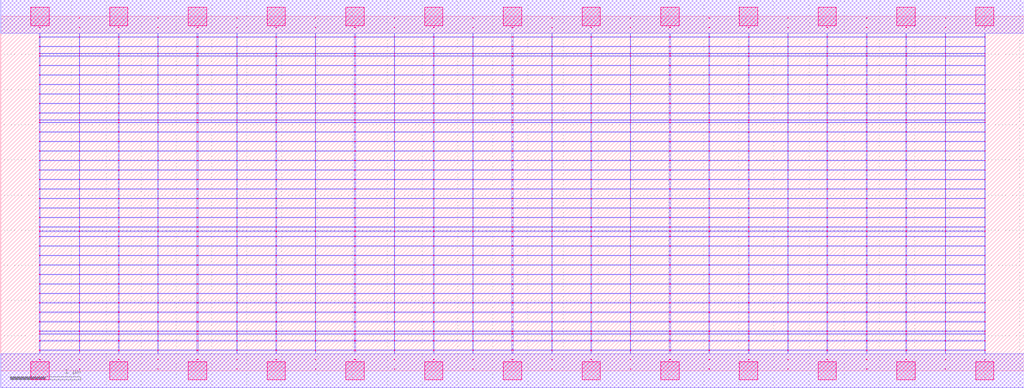
<source format=lef>
MACRO AAAOOAI3332_DEBUG
 CLASS CORE ;
 FOREIGN AAAOOAI3332_DEBUG 0 0 ;
 SIZE 14.56 BY 5.04 ;
 ORIGIN 0 0 ;
 SYMMETRY X Y R90 ;
 SITE unit ;

 OBS
    LAYER polycont ;
     RECT 7.27100000 2.58300000 7.28900000 2.59100000 ;
     RECT 7.27100000 2.71800000 7.28900000 2.72600000 ;
     RECT 7.27100000 2.85300000 7.28900000 2.86100000 ;
     RECT 7.27100000 2.98800000 7.28900000 2.99600000 ;
     RECT 9.51100000 2.58300000 9.52900000 2.59100000 ;
     RECT 10.07600000 2.58300000 10.08400000 2.59100000 ;
     RECT 10.63100000 2.58300000 10.64900000 2.59100000 ;
     RECT 11.19600000 2.58300000 11.20400000 2.59100000 ;
     RECT 11.75100000 2.58300000 11.76900000 2.59100000 ;
     RECT 12.31600000 2.58300000 12.32400000 2.59100000 ;
     RECT 12.87600000 2.58300000 12.88900000 2.59100000 ;
     RECT 13.43600000 2.58300000 13.44400000 2.59100000 ;
     RECT 13.99600000 2.58300000 14.00400000 2.59100000 ;
     RECT 7.83600000 2.58300000 7.84400000 2.59100000 ;
     RECT 7.83600000 2.71800000 7.84400000 2.72600000 ;
     RECT 8.39100000 2.71800000 8.40900000 2.72600000 ;
     RECT 8.95600000 2.71800000 8.96400000 2.72600000 ;
     RECT 9.51100000 2.71800000 9.52900000 2.72600000 ;
     RECT 10.07600000 2.71800000 10.08400000 2.72600000 ;
     RECT 10.63100000 2.71800000 10.64900000 2.72600000 ;
     RECT 11.19600000 2.71800000 11.20400000 2.72600000 ;
     RECT 11.75100000 2.71800000 11.76900000 2.72600000 ;
     RECT 12.31600000 2.71800000 12.32400000 2.72600000 ;
     RECT 12.87600000 2.71800000 12.88900000 2.72600000 ;
     RECT 13.43600000 2.71800000 13.44400000 2.72600000 ;
     RECT 13.99600000 2.71800000 14.00400000 2.72600000 ;
     RECT 8.39100000 2.58300000 8.40900000 2.59100000 ;
     RECT 7.83600000 2.85300000 7.84400000 2.86100000 ;
     RECT 8.39100000 2.85300000 8.40900000 2.86100000 ;
     RECT 8.95600000 2.85300000 8.96400000 2.86100000 ;
     RECT 9.51100000 2.85300000 9.52900000 2.86100000 ;
     RECT 10.07600000 2.85300000 10.08400000 2.86100000 ;
     RECT 10.63100000 2.85300000 10.64900000 2.86100000 ;
     RECT 11.19600000 2.85300000 11.20400000 2.86100000 ;
     RECT 11.75100000 2.85300000 11.76900000 2.86100000 ;
     RECT 12.31600000 2.85300000 12.32400000 2.86100000 ;
     RECT 12.87600000 2.85300000 12.88900000 2.86100000 ;
     RECT 13.43600000 2.85300000 13.44400000 2.86100000 ;
     RECT 13.99600000 2.85300000 14.00400000 2.86100000 ;
     RECT 8.95600000 2.58300000 8.96400000 2.59100000 ;
     RECT 7.83600000 2.98800000 7.84400000 2.99600000 ;
     RECT 8.39100000 2.98800000 8.40900000 2.99600000 ;
     RECT 8.95600000 2.98800000 8.96400000 2.99600000 ;
     RECT 9.51100000 2.98800000 9.52900000 2.99600000 ;
     RECT 10.07600000 2.98800000 10.08400000 2.99600000 ;
     RECT 10.63100000 2.98800000 10.64900000 2.99600000 ;
     RECT 11.19600000 2.98800000 11.20400000 2.99600000 ;
     RECT 11.75100000 2.98800000 11.76900000 2.99600000 ;
     RECT 12.31600000 2.98800000 12.32400000 2.99600000 ;
     RECT 12.87600000 2.98800000 12.88900000 2.99600000 ;
     RECT 13.43600000 2.98800000 13.44400000 2.99600000 ;
     RECT 13.99600000 2.98800000 14.00400000 2.99600000 ;
     RECT 13.43600000 3.12300000 13.44400000 3.13100000 ;
     RECT 13.99600000 3.12300000 14.00400000 3.13100000 ;
     RECT 13.43600000 3.25800000 13.44400000 3.26600000 ;
     RECT 13.99600000 3.25800000 14.00400000 3.26600000 ;
     RECT 13.43600000 3.39300000 13.44400000 3.40100000 ;
     RECT 13.99600000 3.39300000 14.00400000 3.40100000 ;
     RECT 13.43600000 3.52800000 13.44400000 3.53600000 ;
     RECT 13.99600000 3.52800000 14.00400000 3.53600000 ;
     RECT 13.43600000 3.56100000 13.44400000 3.56900000 ;
     RECT 13.99600000 3.56100000 14.00400000 3.56900000 ;
     RECT 13.43600000 3.66300000 13.44400000 3.67100000 ;
     RECT 13.99600000 3.66300000 14.00400000 3.67100000 ;
     RECT 13.43600000 3.79800000 13.44400000 3.80600000 ;
     RECT 13.99600000 3.79800000 14.00400000 3.80600000 ;
     RECT 13.43600000 3.93300000 13.44400000 3.94100000 ;
     RECT 13.99600000 3.93300000 14.00400000 3.94100000 ;
     RECT 13.43600000 4.06800000 13.44400000 4.07600000 ;
     RECT 13.99600000 4.06800000 14.00400000 4.07600000 ;
     RECT 13.43600000 4.20300000 13.44400000 4.21100000 ;
     RECT 13.99600000 4.20300000 14.00400000 4.21100000 ;
     RECT 13.43600000 4.33800000 13.44400000 4.34600000 ;
     RECT 13.99600000 4.33800000 14.00400000 4.34600000 ;
     RECT 13.43600000 4.47300000 13.44400000 4.48100000 ;
     RECT 13.99600000 4.47300000 14.00400000 4.48100000 ;
     RECT 13.43600000 4.51100000 13.44400000 4.51900000 ;
     RECT 13.99600000 4.51100000 14.00400000 4.51900000 ;
     RECT 13.43600000 4.60800000 13.44400000 4.61600000 ;
     RECT 13.99600000 4.60800000 14.00400000 4.61600000 ;
     RECT 13.43600000 4.74300000 13.44400000 4.75100000 ;
     RECT 13.99600000 4.74300000 14.00400000 4.75100000 ;
     RECT 13.43600000 4.87800000 13.44400000 4.88600000 ;
     RECT 13.99600000 4.87800000 14.00400000 4.88600000 ;
     RECT 5.59600000 2.98800000 5.60400000 2.99600000 ;
     RECT 6.15100000 2.98800000 6.16900000 2.99600000 ;
     RECT 6.71600000 2.98800000 6.72400000 2.99600000 ;
     RECT 2.23600000 2.58300000 2.24400000 2.59100000 ;
     RECT 2.79100000 2.58300000 2.80900000 2.59100000 ;
     RECT 3.35600000 2.58300000 3.36400000 2.59100000 ;
     RECT 3.91100000 2.58300000 3.92900000 2.59100000 ;
     RECT 4.47600000 2.58300000 4.48400000 2.59100000 ;
     RECT 5.03100000 2.58300000 5.04900000 2.59100000 ;
     RECT 5.59600000 2.58300000 5.60400000 2.59100000 ;
     RECT 6.15100000 2.58300000 6.16900000 2.59100000 ;
     RECT 6.71600000 2.58300000 6.72400000 2.59100000 ;
     RECT 0.55100000 2.58300000 0.56400000 2.59100000 ;
     RECT 0.55100000 2.71800000 0.56400000 2.72600000 ;
     RECT 0.55100000 2.85300000 0.56400000 2.86100000 ;
     RECT 1.11600000 2.85300000 1.12400000 2.86100000 ;
     RECT 1.67100000 2.85300000 1.68900000 2.86100000 ;
     RECT 2.23600000 2.85300000 2.24400000 2.86100000 ;
     RECT 2.79100000 2.85300000 2.80900000 2.86100000 ;
     RECT 3.35600000 2.85300000 3.36400000 2.86100000 ;
     RECT 3.91100000 2.85300000 3.92900000 2.86100000 ;
     RECT 4.47600000 2.85300000 4.48400000 2.86100000 ;
     RECT 5.03100000 2.85300000 5.04900000 2.86100000 ;
     RECT 5.59600000 2.85300000 5.60400000 2.86100000 ;
     RECT 6.15100000 2.85300000 6.16900000 2.86100000 ;
     RECT 6.71600000 2.85300000 6.72400000 2.86100000 ;
     RECT 1.11600000 2.71800000 1.12400000 2.72600000 ;
     RECT 1.67100000 2.71800000 1.68900000 2.72600000 ;
     RECT 2.23600000 2.71800000 2.24400000 2.72600000 ;
     RECT 2.79100000 2.71800000 2.80900000 2.72600000 ;
     RECT 3.35600000 2.71800000 3.36400000 2.72600000 ;
     RECT 3.91100000 2.71800000 3.92900000 2.72600000 ;
     RECT 4.47600000 2.71800000 4.48400000 2.72600000 ;
     RECT 5.03100000 2.71800000 5.04900000 2.72600000 ;
     RECT 5.59600000 2.71800000 5.60400000 2.72600000 ;
     RECT 6.15100000 2.71800000 6.16900000 2.72600000 ;
     RECT 6.71600000 2.71800000 6.72400000 2.72600000 ;
     RECT 1.11600000 2.58300000 1.12400000 2.59100000 ;
     RECT 1.67100000 2.58300000 1.68900000 2.59100000 ;
     RECT 0.55100000 2.98800000 0.56400000 2.99600000 ;
     RECT 1.11600000 2.98800000 1.12400000 2.99600000 ;
     RECT 1.67100000 2.98800000 1.68900000 2.99600000 ;
     RECT 2.23600000 2.98800000 2.24400000 2.99600000 ;
     RECT 2.79100000 2.98800000 2.80900000 2.99600000 ;
     RECT 3.35600000 2.98800000 3.36400000 2.99600000 ;
     RECT 3.91100000 2.98800000 3.92900000 2.99600000 ;
     RECT 4.47600000 2.98800000 4.48400000 2.99600000 ;
     RECT 5.03100000 2.98800000 5.04900000 2.99600000 ;
     RECT 7.83600000 1.63800000 7.84400000 1.64600000 ;
     RECT 7.83600000 1.77300000 7.84400000 1.78100000 ;
     RECT 7.83600000 1.90800000 7.84400000 1.91600000 ;
     RECT 7.83600000 1.98100000 7.84400000 1.98900000 ;
     RECT 7.83600000 2.04300000 7.84400000 2.05100000 ;
     RECT 7.83600000 2.17800000 7.84400000 2.18600000 ;
     RECT 7.83600000 2.31300000 7.84400000 2.32100000 ;
     RECT 7.83600000 2.44800000 7.84400000 2.45600000 ;
     RECT 7.83600000 0.15300000 7.84400000 0.16100000 ;
     RECT 7.83600000 0.28800000 7.84400000 0.29600000 ;
     RECT 7.83600000 0.42300000 7.84400000 0.43100000 ;
     RECT 7.83600000 0.52100000 7.84400000 0.52900000 ;
     RECT 7.83600000 0.55800000 7.84400000 0.56600000 ;
     RECT 7.83600000 0.69300000 7.84400000 0.70100000 ;
     RECT 7.83600000 0.82800000 7.84400000 0.83600000 ;
     RECT 7.83600000 0.96300000 7.84400000 0.97100000 ;
     RECT 7.83600000 1.09800000 7.84400000 1.10600000 ;
     RECT 7.83600000 1.23300000 7.84400000 1.24100000 ;
     RECT 7.83600000 1.36800000 7.84400000 1.37600000 ;
     RECT 7.83600000 1.50300000 7.84400000 1.51100000 ;

    LAYER pdiffc ;
     RECT 0.55100000 3.39300000 0.55900000 3.40100000 ;
     RECT 12.88100000 3.39300000 12.88900000 3.40100000 ;
     RECT 0.55100000 3.52800000 0.55900000 3.53600000 ;
     RECT 12.88100000 3.52800000 12.88900000 3.53600000 ;
     RECT 0.55100000 3.56100000 0.55900000 3.56900000 ;
     RECT 12.88100000 3.56100000 12.88900000 3.56900000 ;
     RECT 0.55100000 3.66300000 0.55900000 3.67100000 ;
     RECT 12.88100000 3.66300000 12.88900000 3.67100000 ;
     RECT 0.55100000 3.79800000 0.55900000 3.80600000 ;
     RECT 12.88100000 3.79800000 12.88900000 3.80600000 ;
     RECT 0.55100000 3.93300000 0.55900000 3.94100000 ;
     RECT 12.88100000 3.93300000 12.88900000 3.94100000 ;
     RECT 0.55100000 4.06800000 0.55900000 4.07600000 ;
     RECT 12.88100000 4.06800000 12.88900000 4.07600000 ;
     RECT 0.55100000 4.20300000 0.55900000 4.21100000 ;
     RECT 12.88100000 4.20300000 12.88900000 4.21100000 ;
     RECT 0.55100000 4.33800000 0.55900000 4.34600000 ;
     RECT 12.88100000 4.33800000 12.88900000 4.34600000 ;
     RECT 0.55100000 4.47300000 0.55900000 4.48100000 ;
     RECT 12.88100000 4.47300000 12.88900000 4.48100000 ;
     RECT 0.55100000 4.51100000 0.55900000 4.51900000 ;
     RECT 12.88100000 4.51100000 12.88900000 4.51900000 ;
     RECT 0.55100000 4.60800000 0.55900000 4.61600000 ;
     RECT 12.88100000 4.60800000 12.88900000 4.61600000 ;

    LAYER ndiffc ;
     RECT 7.27100000 0.42300000 7.28900000 0.43100000 ;
     RECT 7.27100000 0.52100000 7.28900000 0.52900000 ;
     RECT 7.27100000 0.55800000 7.28900000 0.56600000 ;
     RECT 7.27100000 0.69300000 7.28900000 0.70100000 ;
     RECT 7.27100000 0.82800000 7.28900000 0.83600000 ;
     RECT 7.27100000 0.96300000 7.28900000 0.97100000 ;
     RECT 7.27100000 1.09800000 7.28900000 1.10600000 ;
     RECT 7.27100000 1.23300000 7.28900000 1.24100000 ;
     RECT 7.27100000 1.36800000 7.28900000 1.37600000 ;
     RECT 7.27100000 1.50300000 7.28900000 1.51100000 ;
     RECT 7.27100000 1.63800000 7.28900000 1.64600000 ;
     RECT 7.27100000 1.77300000 7.28900000 1.78100000 ;
     RECT 7.27100000 1.90800000 7.28900000 1.91600000 ;
     RECT 7.27100000 1.98100000 7.28900000 1.98900000 ;
     RECT 7.27100000 2.04300000 7.28900000 2.05100000 ;
     RECT 8.39100000 0.55800000 8.40900000 0.56600000 ;
     RECT 9.51100000 0.55800000 9.52900000 0.56600000 ;
     RECT 10.63100000 0.55800000 10.64900000 0.56600000 ;
     RECT 11.75100000 0.55800000 11.76900000 0.56600000 ;
     RECT 12.87600000 0.55800000 12.88900000 0.56600000 ;
     RECT 13.99600000 0.55800000 14.00400000 0.56600000 ;
     RECT 10.63100000 0.42300000 10.64900000 0.43100000 ;
     RECT 8.39100000 0.69300000 8.40900000 0.70100000 ;
     RECT 9.51100000 0.69300000 9.52900000 0.70100000 ;
     RECT 10.63100000 0.69300000 10.64900000 0.70100000 ;
     RECT 11.75100000 0.69300000 11.76900000 0.70100000 ;
     RECT 12.87600000 0.69300000 12.88900000 0.70100000 ;
     RECT 13.99600000 0.69300000 14.00400000 0.70100000 ;
     RECT 11.75100000 0.42300000 11.76900000 0.43100000 ;
     RECT 8.39100000 0.82800000 8.40900000 0.83600000 ;
     RECT 9.51100000 0.82800000 9.52900000 0.83600000 ;
     RECT 10.63100000 0.82800000 10.64900000 0.83600000 ;
     RECT 11.75100000 0.82800000 11.76900000 0.83600000 ;
     RECT 12.87600000 0.82800000 12.88900000 0.83600000 ;
     RECT 13.99600000 0.82800000 14.00400000 0.83600000 ;
     RECT 12.87600000 0.42300000 12.88900000 0.43100000 ;
     RECT 8.39100000 0.96300000 8.40900000 0.97100000 ;
     RECT 9.51100000 0.96300000 9.52900000 0.97100000 ;
     RECT 10.63100000 0.96300000 10.64900000 0.97100000 ;
     RECT 11.75100000 0.96300000 11.76900000 0.97100000 ;
     RECT 12.87600000 0.96300000 12.88900000 0.97100000 ;
     RECT 13.99600000 0.96300000 14.00400000 0.97100000 ;
     RECT 13.99600000 0.42300000 14.00400000 0.43100000 ;
     RECT 8.39100000 1.09800000 8.40900000 1.10600000 ;
     RECT 9.51100000 1.09800000 9.52900000 1.10600000 ;
     RECT 10.63100000 1.09800000 10.64900000 1.10600000 ;
     RECT 11.75100000 1.09800000 11.76900000 1.10600000 ;
     RECT 12.87600000 1.09800000 12.88900000 1.10600000 ;
     RECT 13.99600000 1.09800000 14.00400000 1.10600000 ;
     RECT 8.39100000 0.42300000 8.40900000 0.43100000 ;
     RECT 8.39100000 1.23300000 8.40900000 1.24100000 ;
     RECT 9.51100000 1.23300000 9.52900000 1.24100000 ;
     RECT 10.63100000 1.23300000 10.64900000 1.24100000 ;
     RECT 11.75100000 1.23300000 11.76900000 1.24100000 ;
     RECT 12.87600000 1.23300000 12.88900000 1.24100000 ;
     RECT 13.99600000 1.23300000 14.00400000 1.24100000 ;
     RECT 8.39100000 0.52100000 8.40900000 0.52900000 ;
     RECT 8.39100000 1.36800000 8.40900000 1.37600000 ;
     RECT 9.51100000 1.36800000 9.52900000 1.37600000 ;
     RECT 10.63100000 1.36800000 10.64900000 1.37600000 ;
     RECT 11.75100000 1.36800000 11.76900000 1.37600000 ;
     RECT 12.87600000 1.36800000 12.88900000 1.37600000 ;
     RECT 13.99600000 1.36800000 14.00400000 1.37600000 ;
     RECT 9.51100000 0.52100000 9.52900000 0.52900000 ;
     RECT 8.39100000 1.50300000 8.40900000 1.51100000 ;
     RECT 9.51100000 1.50300000 9.52900000 1.51100000 ;
     RECT 10.63100000 1.50300000 10.64900000 1.51100000 ;
     RECT 11.75100000 1.50300000 11.76900000 1.51100000 ;
     RECT 12.87600000 1.50300000 12.88900000 1.51100000 ;
     RECT 13.99600000 1.50300000 14.00400000 1.51100000 ;
     RECT 10.63100000 0.52100000 10.64900000 0.52900000 ;
     RECT 8.39100000 1.63800000 8.40900000 1.64600000 ;
     RECT 9.51100000 1.63800000 9.52900000 1.64600000 ;
     RECT 10.63100000 1.63800000 10.64900000 1.64600000 ;
     RECT 11.75100000 1.63800000 11.76900000 1.64600000 ;
     RECT 12.87600000 1.63800000 12.88900000 1.64600000 ;
     RECT 13.99600000 1.63800000 14.00400000 1.64600000 ;
     RECT 11.75100000 0.52100000 11.76900000 0.52900000 ;
     RECT 8.39100000 1.77300000 8.40900000 1.78100000 ;
     RECT 9.51100000 1.77300000 9.52900000 1.78100000 ;
     RECT 10.63100000 1.77300000 10.64900000 1.78100000 ;
     RECT 11.75100000 1.77300000 11.76900000 1.78100000 ;
     RECT 12.87600000 1.77300000 12.88900000 1.78100000 ;
     RECT 13.99600000 1.77300000 14.00400000 1.78100000 ;
     RECT 12.87600000 0.52100000 12.88900000 0.52900000 ;
     RECT 8.39100000 1.90800000 8.40900000 1.91600000 ;
     RECT 9.51100000 1.90800000 9.52900000 1.91600000 ;
     RECT 10.63100000 1.90800000 10.64900000 1.91600000 ;
     RECT 11.75100000 1.90800000 11.76900000 1.91600000 ;
     RECT 12.87600000 1.90800000 12.88900000 1.91600000 ;
     RECT 13.99600000 1.90800000 14.00400000 1.91600000 ;
     RECT 13.99600000 0.52100000 14.00400000 0.52900000 ;
     RECT 8.39100000 1.98100000 8.40900000 1.98900000 ;
     RECT 9.51100000 1.98100000 9.52900000 1.98900000 ;
     RECT 10.63100000 1.98100000 10.64900000 1.98900000 ;
     RECT 11.75100000 1.98100000 11.76900000 1.98900000 ;
     RECT 12.87600000 1.98100000 12.88900000 1.98900000 ;
     RECT 13.99600000 1.98100000 14.00400000 1.98900000 ;
     RECT 9.51100000 0.42300000 9.52900000 0.43100000 ;
     RECT 8.39100000 2.04300000 8.40900000 2.05100000 ;
     RECT 9.51100000 2.04300000 9.52900000 2.05100000 ;
     RECT 10.63100000 2.04300000 10.64900000 2.05100000 ;
     RECT 11.75100000 2.04300000 11.76900000 2.05100000 ;
     RECT 12.87600000 2.04300000 12.88900000 2.05100000 ;
     RECT 13.99600000 2.04300000 14.00400000 2.05100000 ;
     RECT 1.67100000 1.36800000 1.68900000 1.37600000 ;
     RECT 2.79100000 1.36800000 2.80900000 1.37600000 ;
     RECT 3.91100000 1.36800000 3.92900000 1.37600000 ;
     RECT 5.03100000 1.36800000 5.04900000 1.37600000 ;
     RECT 6.15100000 1.36800000 6.16900000 1.37600000 ;
     RECT 5.03100000 0.82800000 5.04900000 0.83600000 ;
     RECT 6.15100000 0.82800000 6.16900000 0.83600000 ;
     RECT 2.79100000 0.55800000 2.80900000 0.56600000 ;
     RECT 3.91100000 0.55800000 3.92900000 0.56600000 ;
     RECT 5.03100000 0.55800000 5.04900000 0.56600000 ;
     RECT 6.15100000 0.55800000 6.16900000 0.56600000 ;
     RECT 1.67100000 0.52100000 1.68900000 0.52900000 ;
     RECT 0.55100000 1.50300000 0.56400000 1.51100000 ;
     RECT 1.67100000 1.50300000 1.68900000 1.51100000 ;
     RECT 2.79100000 1.50300000 2.80900000 1.51100000 ;
     RECT 3.91100000 1.50300000 3.92900000 1.51100000 ;
     RECT 5.03100000 1.50300000 5.04900000 1.51100000 ;
     RECT 6.15100000 1.50300000 6.16900000 1.51100000 ;
     RECT 2.79100000 0.52100000 2.80900000 0.52900000 ;
     RECT 3.91100000 0.52100000 3.92900000 0.52900000 ;
     RECT 0.55100000 0.96300000 0.56400000 0.97100000 ;
     RECT 1.67100000 0.96300000 1.68900000 0.97100000 ;
     RECT 2.79100000 0.96300000 2.80900000 0.97100000 ;
     RECT 3.91100000 0.96300000 3.92900000 0.97100000 ;
     RECT 5.03100000 0.96300000 5.04900000 0.97100000 ;
     RECT 0.55100000 1.63800000 0.56400000 1.64600000 ;
     RECT 1.67100000 1.63800000 1.68900000 1.64600000 ;
     RECT 2.79100000 1.63800000 2.80900000 1.64600000 ;
     RECT 3.91100000 1.63800000 3.92900000 1.64600000 ;
     RECT 5.03100000 1.63800000 5.04900000 1.64600000 ;
     RECT 6.15100000 1.63800000 6.16900000 1.64600000 ;
     RECT 6.15100000 0.96300000 6.16900000 0.97100000 ;
     RECT 5.03100000 0.52100000 5.04900000 0.52900000 ;
     RECT 6.15100000 0.52100000 6.16900000 0.52900000 ;
     RECT 1.67100000 0.42300000 1.68900000 0.43100000 ;
     RECT 2.79100000 0.42300000 2.80900000 0.43100000 ;
     RECT 0.55100000 0.69300000 0.56400000 0.70100000 ;
     RECT 1.67100000 0.69300000 1.68900000 0.70100000 ;
     RECT 0.55100000 1.77300000 0.56400000 1.78100000 ;
     RECT 1.67100000 1.77300000 1.68900000 1.78100000 ;
     RECT 2.79100000 1.77300000 2.80900000 1.78100000 ;
     RECT 3.91100000 1.77300000 3.92900000 1.78100000 ;
     RECT 5.03100000 1.77300000 5.04900000 1.78100000 ;
     RECT 6.15100000 1.77300000 6.16900000 1.78100000 ;
     RECT 2.79100000 0.69300000 2.80900000 0.70100000 ;
     RECT 0.55100000 1.09800000 0.56400000 1.10600000 ;
     RECT 1.67100000 1.09800000 1.68900000 1.10600000 ;
     RECT 2.79100000 1.09800000 2.80900000 1.10600000 ;
     RECT 3.91100000 1.09800000 3.92900000 1.10600000 ;
     RECT 5.03100000 1.09800000 5.04900000 1.10600000 ;
     RECT 6.15100000 1.09800000 6.16900000 1.10600000 ;
     RECT 0.55100000 1.90800000 0.56400000 1.91600000 ;
     RECT 1.67100000 1.90800000 1.68900000 1.91600000 ;
     RECT 2.79100000 1.90800000 2.80900000 1.91600000 ;
     RECT 3.91100000 1.90800000 3.92900000 1.91600000 ;
     RECT 5.03100000 1.90800000 5.04900000 1.91600000 ;
     RECT 6.15100000 1.90800000 6.16900000 1.91600000 ;
     RECT 3.91100000 0.69300000 3.92900000 0.70100000 ;
     RECT 5.03100000 0.69300000 5.04900000 0.70100000 ;
     RECT 6.15100000 0.69300000 6.16900000 0.70100000 ;
     RECT 3.91100000 0.42300000 3.92900000 0.43100000 ;
     RECT 5.03100000 0.42300000 5.04900000 0.43100000 ;
     RECT 6.15100000 0.42300000 6.16900000 0.43100000 ;
     RECT 0.55100000 0.42300000 0.56400000 0.43100000 ;
     RECT 0.55100000 1.98100000 0.56400000 1.98900000 ;
     RECT 1.67100000 1.98100000 1.68900000 1.98900000 ;
     RECT 2.79100000 1.98100000 2.80900000 1.98900000 ;
     RECT 3.91100000 1.98100000 3.92900000 1.98900000 ;
     RECT 5.03100000 1.98100000 5.04900000 1.98900000 ;
     RECT 6.15100000 1.98100000 6.16900000 1.98900000 ;
     RECT 0.55100000 1.23300000 0.56400000 1.24100000 ;
     RECT 1.67100000 1.23300000 1.68900000 1.24100000 ;
     RECT 2.79100000 1.23300000 2.80900000 1.24100000 ;
     RECT 3.91100000 1.23300000 3.92900000 1.24100000 ;
     RECT 5.03100000 1.23300000 5.04900000 1.24100000 ;
     RECT 6.15100000 1.23300000 6.16900000 1.24100000 ;
     RECT 0.55100000 0.52100000 0.56400000 0.52900000 ;
     RECT 0.55100000 2.04300000 0.56400000 2.05100000 ;
     RECT 1.67100000 2.04300000 1.68900000 2.05100000 ;
     RECT 2.79100000 2.04300000 2.80900000 2.05100000 ;
     RECT 3.91100000 2.04300000 3.92900000 2.05100000 ;
     RECT 5.03100000 2.04300000 5.04900000 2.05100000 ;
     RECT 6.15100000 2.04300000 6.16900000 2.05100000 ;
     RECT 0.55100000 0.55800000 0.56400000 0.56600000 ;
     RECT 1.67100000 0.55800000 1.68900000 0.56600000 ;
     RECT 0.55100000 0.82800000 0.56400000 0.83600000 ;
     RECT 1.67100000 0.82800000 1.68900000 0.83600000 ;
     RECT 2.79100000 0.82800000 2.80900000 0.83600000 ;
     RECT 3.91100000 0.82800000 3.92900000 0.83600000 ;
     RECT 0.55100000 1.36800000 0.56400000 1.37600000 ;

    LAYER met1 ;
     RECT 0.00000000 -0.24000000 14.56000000 0.24000000 ;
     RECT 7.27100000 0.24000000 7.28900000 0.28800000 ;
     RECT 0.55100000 0.28800000 14.00400000 0.29600000 ;
     RECT 7.27100000 0.29600000 7.28900000 0.42300000 ;
     RECT 0.55100000 0.42300000 14.00400000 0.43100000 ;
     RECT 7.27100000 0.43100000 7.28900000 0.52100000 ;
     RECT 0.55100000 0.52100000 14.00400000 0.52900000 ;
     RECT 7.27100000 0.52900000 7.28900000 0.55800000 ;
     RECT 0.55100000 0.55800000 14.00400000 0.56600000 ;
     RECT 7.27100000 0.56600000 7.28900000 0.69300000 ;
     RECT 0.55100000 0.69300000 14.00400000 0.70100000 ;
     RECT 7.27100000 0.70100000 7.28900000 0.82800000 ;
     RECT 0.55100000 0.82800000 14.00400000 0.83600000 ;
     RECT 7.27100000 0.83600000 7.28900000 0.96300000 ;
     RECT 0.55100000 0.96300000 14.00400000 0.97100000 ;
     RECT 7.27100000 0.97100000 7.28900000 1.09800000 ;
     RECT 0.55100000 1.09800000 14.00400000 1.10600000 ;
     RECT 7.27100000 1.10600000 7.28900000 1.23300000 ;
     RECT 0.55100000 1.23300000 14.00400000 1.24100000 ;
     RECT 7.27100000 1.24100000 7.28900000 1.36800000 ;
     RECT 0.55100000 1.36800000 14.00400000 1.37600000 ;
     RECT 7.27100000 1.37600000 7.28900000 1.50300000 ;
     RECT 0.55100000 1.50300000 14.00400000 1.51100000 ;
     RECT 7.27100000 1.51100000 7.28900000 1.63800000 ;
     RECT 0.55100000 1.63800000 14.00400000 1.64600000 ;
     RECT 7.27100000 1.64600000 7.28900000 1.77300000 ;
     RECT 0.55100000 1.77300000 14.00400000 1.78100000 ;
     RECT 7.27100000 1.78100000 7.28900000 1.90800000 ;
     RECT 0.55100000 1.90800000 14.00400000 1.91600000 ;
     RECT 7.27100000 1.91600000 7.28900000 1.98100000 ;
     RECT 0.55100000 1.98100000 14.00400000 1.98900000 ;
     RECT 7.27100000 1.98900000 7.28900000 2.04300000 ;
     RECT 0.55100000 2.04300000 14.00400000 2.05100000 ;
     RECT 7.27100000 2.05100000 7.28900000 2.17800000 ;
     RECT 0.55100000 2.17800000 14.00400000 2.18600000 ;
     RECT 7.27100000 2.18600000 7.28900000 2.31300000 ;
     RECT 0.55100000 2.31300000 14.00400000 2.32100000 ;
     RECT 7.27100000 2.32100000 7.28900000 2.44800000 ;
     RECT 0.55100000 2.44800000 14.00400000 2.45600000 ;
     RECT 0.55100000 2.45600000 0.56400000 2.58300000 ;
     RECT 1.11600000 2.45600000 1.12400000 2.58300000 ;
     RECT 1.67100000 2.45600000 1.68900000 2.58300000 ;
     RECT 2.23600000 2.45600000 2.24400000 2.58300000 ;
     RECT 2.79100000 2.45600000 2.80900000 2.58300000 ;
     RECT 3.35600000 2.45600000 3.36400000 2.58300000 ;
     RECT 3.91100000 2.45600000 3.92900000 2.58300000 ;
     RECT 4.47600000 2.45600000 4.48400000 2.58300000 ;
     RECT 5.03100000 2.45600000 5.04900000 2.58300000 ;
     RECT 5.59600000 2.45600000 5.60400000 2.58300000 ;
     RECT 6.15100000 2.45600000 6.16900000 2.58300000 ;
     RECT 6.71600000 2.45600000 6.72400000 2.58300000 ;
     RECT 7.27100000 2.45600000 7.28900000 2.58300000 ;
     RECT 7.83600000 2.45600000 7.84400000 2.58300000 ;
     RECT 8.39100000 2.45600000 8.40900000 2.58300000 ;
     RECT 8.95600000 2.45600000 8.96400000 2.58300000 ;
     RECT 9.51100000 2.45600000 9.52900000 2.58300000 ;
     RECT 10.07600000 2.45600000 10.08400000 2.58300000 ;
     RECT 10.63100000 2.45600000 10.64900000 2.58300000 ;
     RECT 11.19600000 2.45600000 11.20400000 2.58300000 ;
     RECT 11.75100000 2.45600000 11.76900000 2.58300000 ;
     RECT 12.31600000 2.45600000 12.32400000 2.58300000 ;
     RECT 12.87600000 2.45600000 12.88900000 2.58300000 ;
     RECT 13.43600000 2.45600000 13.44400000 2.58300000 ;
     RECT 13.99600000 2.45600000 14.00400000 2.58300000 ;
     RECT 0.55100000 2.58300000 14.00400000 2.59100000 ;
     RECT 7.27100000 2.59100000 7.28900000 2.71800000 ;
     RECT 0.55100000 2.71800000 14.00400000 2.72600000 ;
     RECT 7.27100000 2.72600000 7.28900000 2.85300000 ;
     RECT 0.55100000 2.85300000 14.00400000 2.86100000 ;
     RECT 7.27100000 2.86100000 7.28900000 2.98800000 ;
     RECT 0.55100000 2.98800000 14.00400000 2.99600000 ;
     RECT 7.27100000 2.99600000 7.28900000 3.12300000 ;
     RECT 0.55100000 3.12300000 14.00400000 3.13100000 ;
     RECT 7.27100000 3.13100000 7.28900000 3.25800000 ;
     RECT 0.55100000 3.25800000 14.00400000 3.26600000 ;
     RECT 7.27100000 3.26600000 7.28900000 3.39300000 ;
     RECT 0.55100000 3.39300000 14.00400000 3.40100000 ;
     RECT 7.27100000 3.40100000 7.28900000 3.52800000 ;
     RECT 0.55100000 3.52800000 14.00400000 3.53600000 ;
     RECT 7.27100000 3.53600000 7.28900000 3.56100000 ;
     RECT 0.55100000 3.56100000 14.00400000 3.56900000 ;
     RECT 7.27100000 3.56900000 7.28900000 3.66300000 ;
     RECT 0.55100000 3.66300000 14.00400000 3.67100000 ;
     RECT 7.27100000 3.67100000 7.28900000 3.79800000 ;
     RECT 0.55100000 3.79800000 14.00400000 3.80600000 ;
     RECT 7.27100000 3.80600000 7.28900000 3.93300000 ;
     RECT 0.55100000 3.93300000 14.00400000 3.94100000 ;
     RECT 7.27100000 3.94100000 7.28900000 4.06800000 ;
     RECT 0.55100000 4.06800000 14.00400000 4.07600000 ;
     RECT 7.27100000 4.07600000 7.28900000 4.20300000 ;
     RECT 0.55100000 4.20300000 14.00400000 4.21100000 ;
     RECT 7.27100000 4.21100000 7.28900000 4.33800000 ;
     RECT 0.55100000 4.33800000 14.00400000 4.34600000 ;
     RECT 7.27100000 4.34600000 7.28900000 4.47300000 ;
     RECT 0.55100000 4.47300000 14.00400000 4.48100000 ;
     RECT 7.27100000 4.48100000 7.28900000 4.51100000 ;
     RECT 0.55100000 4.51100000 14.00400000 4.51900000 ;
     RECT 7.27100000 4.51900000 7.28900000 4.60800000 ;
     RECT 0.55100000 4.60800000 14.00400000 4.61600000 ;
     RECT 7.27100000 4.61600000 7.28900000 4.74300000 ;
     RECT 0.55100000 4.74300000 14.00400000 4.75100000 ;
     RECT 7.27100000 4.75100000 7.28900000 4.80000000 ;
     RECT 0.00000000 4.80000000 14.56000000 5.28000000 ;
     RECT 7.83600000 3.80600000 7.84400000 3.93300000 ;
     RECT 8.39100000 3.80600000 8.40900000 3.93300000 ;
     RECT 8.95600000 3.80600000 8.96400000 3.93300000 ;
     RECT 9.51100000 3.80600000 9.52900000 3.93300000 ;
     RECT 10.07600000 3.80600000 10.08400000 3.93300000 ;
     RECT 10.63100000 3.80600000 10.64900000 3.93300000 ;
     RECT 11.19600000 3.80600000 11.20400000 3.93300000 ;
     RECT 11.75100000 3.80600000 11.76900000 3.93300000 ;
     RECT 12.31600000 3.80600000 12.32400000 3.93300000 ;
     RECT 12.87600000 3.80600000 12.88900000 3.93300000 ;
     RECT 13.43600000 3.80600000 13.44400000 3.93300000 ;
     RECT 13.99600000 3.80600000 14.00400000 3.93300000 ;
     RECT 11.19600000 3.94100000 11.20400000 4.06800000 ;
     RECT 11.75100000 3.94100000 11.76900000 4.06800000 ;
     RECT 12.31600000 3.94100000 12.32400000 4.06800000 ;
     RECT 12.87600000 3.94100000 12.88900000 4.06800000 ;
     RECT 13.43600000 3.94100000 13.44400000 4.06800000 ;
     RECT 13.99600000 3.94100000 14.00400000 4.06800000 ;
     RECT 11.19600000 4.07600000 11.20400000 4.20300000 ;
     RECT 11.75100000 4.07600000 11.76900000 4.20300000 ;
     RECT 12.31600000 4.07600000 12.32400000 4.20300000 ;
     RECT 12.87600000 4.07600000 12.88900000 4.20300000 ;
     RECT 13.43600000 4.07600000 13.44400000 4.20300000 ;
     RECT 13.99600000 4.07600000 14.00400000 4.20300000 ;
     RECT 11.19600000 4.21100000 11.20400000 4.33800000 ;
     RECT 11.75100000 4.21100000 11.76900000 4.33800000 ;
     RECT 12.31600000 4.21100000 12.32400000 4.33800000 ;
     RECT 12.87600000 4.21100000 12.88900000 4.33800000 ;
     RECT 13.43600000 4.21100000 13.44400000 4.33800000 ;
     RECT 13.99600000 4.21100000 14.00400000 4.33800000 ;
     RECT 11.19600000 4.34600000 11.20400000 4.47300000 ;
     RECT 11.75100000 4.34600000 11.76900000 4.47300000 ;
     RECT 12.31600000 4.34600000 12.32400000 4.47300000 ;
     RECT 12.87600000 4.34600000 12.88900000 4.47300000 ;
     RECT 13.43600000 4.34600000 13.44400000 4.47300000 ;
     RECT 13.99600000 4.34600000 14.00400000 4.47300000 ;
     RECT 11.19600000 4.48100000 11.20400000 4.51100000 ;
     RECT 11.75100000 4.48100000 11.76900000 4.51100000 ;
     RECT 12.31600000 4.48100000 12.32400000 4.51100000 ;
     RECT 12.87600000 4.48100000 12.88900000 4.51100000 ;
     RECT 13.43600000 4.48100000 13.44400000 4.51100000 ;
     RECT 13.99600000 4.48100000 14.00400000 4.51100000 ;
     RECT 11.19600000 4.51900000 11.20400000 4.60800000 ;
     RECT 11.75100000 4.51900000 11.76900000 4.60800000 ;
     RECT 12.31600000 4.51900000 12.32400000 4.60800000 ;
     RECT 12.87600000 4.51900000 12.88900000 4.60800000 ;
     RECT 13.43600000 4.51900000 13.44400000 4.60800000 ;
     RECT 13.99600000 4.51900000 14.00400000 4.60800000 ;
     RECT 11.19600000 4.61600000 11.20400000 4.74300000 ;
     RECT 11.75100000 4.61600000 11.76900000 4.74300000 ;
     RECT 12.31600000 4.61600000 12.32400000 4.74300000 ;
     RECT 12.87600000 4.61600000 12.88900000 4.74300000 ;
     RECT 13.43600000 4.61600000 13.44400000 4.74300000 ;
     RECT 13.99600000 4.61600000 14.00400000 4.74300000 ;
     RECT 11.19600000 4.75100000 11.20400000 4.80000000 ;
     RECT 11.75100000 4.75100000 11.76900000 4.80000000 ;
     RECT 12.31600000 4.75100000 12.32400000 4.80000000 ;
     RECT 12.87600000 4.75100000 12.88900000 4.80000000 ;
     RECT 13.43600000 4.75100000 13.44400000 4.80000000 ;
     RECT 13.99600000 4.75100000 14.00400000 4.80000000 ;
     RECT 7.83600000 4.48100000 7.84400000 4.51100000 ;
     RECT 8.39100000 4.48100000 8.40900000 4.51100000 ;
     RECT 8.95600000 4.48100000 8.96400000 4.51100000 ;
     RECT 9.51100000 4.48100000 9.52900000 4.51100000 ;
     RECT 10.07600000 4.48100000 10.08400000 4.51100000 ;
     RECT 10.63100000 4.48100000 10.64900000 4.51100000 ;
     RECT 7.83600000 4.21100000 7.84400000 4.33800000 ;
     RECT 8.39100000 4.21100000 8.40900000 4.33800000 ;
     RECT 8.95600000 4.21100000 8.96400000 4.33800000 ;
     RECT 9.51100000 4.21100000 9.52900000 4.33800000 ;
     RECT 10.07600000 4.21100000 10.08400000 4.33800000 ;
     RECT 10.63100000 4.21100000 10.64900000 4.33800000 ;
     RECT 7.83600000 4.51900000 7.84400000 4.60800000 ;
     RECT 8.39100000 4.51900000 8.40900000 4.60800000 ;
     RECT 8.95600000 4.51900000 8.96400000 4.60800000 ;
     RECT 9.51100000 4.51900000 9.52900000 4.60800000 ;
     RECT 10.07600000 4.51900000 10.08400000 4.60800000 ;
     RECT 10.63100000 4.51900000 10.64900000 4.60800000 ;
     RECT 7.83600000 4.07600000 7.84400000 4.20300000 ;
     RECT 8.39100000 4.07600000 8.40900000 4.20300000 ;
     RECT 8.95600000 4.07600000 8.96400000 4.20300000 ;
     RECT 9.51100000 4.07600000 9.52900000 4.20300000 ;
     RECT 10.07600000 4.07600000 10.08400000 4.20300000 ;
     RECT 10.63100000 4.07600000 10.64900000 4.20300000 ;
     RECT 7.83600000 4.61600000 7.84400000 4.74300000 ;
     RECT 8.39100000 4.61600000 8.40900000 4.74300000 ;
     RECT 8.95600000 4.61600000 8.96400000 4.74300000 ;
     RECT 9.51100000 4.61600000 9.52900000 4.74300000 ;
     RECT 10.07600000 4.61600000 10.08400000 4.74300000 ;
     RECT 10.63100000 4.61600000 10.64900000 4.74300000 ;
     RECT 7.83600000 4.34600000 7.84400000 4.47300000 ;
     RECT 8.39100000 4.34600000 8.40900000 4.47300000 ;
     RECT 8.95600000 4.34600000 8.96400000 4.47300000 ;
     RECT 9.51100000 4.34600000 9.52900000 4.47300000 ;
     RECT 10.07600000 4.34600000 10.08400000 4.47300000 ;
     RECT 10.63100000 4.34600000 10.64900000 4.47300000 ;
     RECT 7.83600000 4.75100000 7.84400000 4.80000000 ;
     RECT 8.39100000 4.75100000 8.40900000 4.80000000 ;
     RECT 8.95600000 4.75100000 8.96400000 4.80000000 ;
     RECT 9.51100000 4.75100000 9.52900000 4.80000000 ;
     RECT 10.07600000 4.75100000 10.08400000 4.80000000 ;
     RECT 10.63100000 4.75100000 10.64900000 4.80000000 ;
     RECT 7.83600000 3.94100000 7.84400000 4.06800000 ;
     RECT 8.39100000 3.94100000 8.40900000 4.06800000 ;
     RECT 8.95600000 3.94100000 8.96400000 4.06800000 ;
     RECT 9.51100000 3.94100000 9.52900000 4.06800000 ;
     RECT 10.07600000 3.94100000 10.08400000 4.06800000 ;
     RECT 10.63100000 3.94100000 10.64900000 4.06800000 ;
     RECT 7.83600000 2.99600000 7.84400000 3.12300000 ;
     RECT 8.39100000 2.99600000 8.40900000 3.12300000 ;
     RECT 8.95600000 2.99600000 8.96400000 3.12300000 ;
     RECT 9.51100000 2.99600000 9.52900000 3.12300000 ;
     RECT 10.07600000 2.99600000 10.08400000 3.12300000 ;
     RECT 10.63100000 2.99600000 10.64900000 3.12300000 ;
     RECT 7.83600000 2.86100000 7.84400000 2.98800000 ;
     RECT 8.39100000 2.86100000 8.40900000 2.98800000 ;
     RECT 7.83600000 3.13100000 7.84400000 3.25800000 ;
     RECT 8.39100000 3.13100000 8.40900000 3.25800000 ;
     RECT 8.95600000 3.13100000 8.96400000 3.25800000 ;
     RECT 9.51100000 3.13100000 9.52900000 3.25800000 ;
     RECT 10.07600000 3.13100000 10.08400000 3.25800000 ;
     RECT 10.63100000 3.13100000 10.64900000 3.25800000 ;
     RECT 7.83600000 3.26600000 7.84400000 3.39300000 ;
     RECT 8.39100000 3.26600000 8.40900000 3.39300000 ;
     RECT 8.95600000 3.26600000 8.96400000 3.39300000 ;
     RECT 9.51100000 3.26600000 9.52900000 3.39300000 ;
     RECT 10.07600000 3.26600000 10.08400000 3.39300000 ;
     RECT 10.63100000 3.26600000 10.64900000 3.39300000 ;
     RECT 8.95600000 2.86100000 8.96400000 2.98800000 ;
     RECT 9.51100000 2.86100000 9.52900000 2.98800000 ;
     RECT 7.83600000 3.40100000 7.84400000 3.52800000 ;
     RECT 8.39100000 3.40100000 8.40900000 3.52800000 ;
     RECT 8.95600000 3.40100000 8.96400000 3.52800000 ;
     RECT 9.51100000 3.40100000 9.52900000 3.52800000 ;
     RECT 10.07600000 3.40100000 10.08400000 3.52800000 ;
     RECT 10.63100000 3.40100000 10.64900000 3.52800000 ;
     RECT 7.83600000 2.59100000 7.84400000 2.71800000 ;
     RECT 8.39100000 2.59100000 8.40900000 2.71800000 ;
     RECT 7.83600000 3.53600000 7.84400000 3.56100000 ;
     RECT 8.39100000 3.53600000 8.40900000 3.56100000 ;
     RECT 8.95600000 3.53600000 8.96400000 3.56100000 ;
     RECT 9.51100000 3.53600000 9.52900000 3.56100000 ;
     RECT 10.07600000 2.86100000 10.08400000 2.98800000 ;
     RECT 10.63100000 2.86100000 10.64900000 2.98800000 ;
     RECT 10.07600000 3.53600000 10.08400000 3.56100000 ;
     RECT 10.63100000 3.53600000 10.64900000 3.56100000 ;
     RECT 7.83600000 2.72600000 7.84400000 2.85300000 ;
     RECT 8.39100000 2.72600000 8.40900000 2.85300000 ;
     RECT 7.83600000 3.56900000 7.84400000 3.66300000 ;
     RECT 8.39100000 3.56900000 8.40900000 3.66300000 ;
     RECT 8.95600000 3.56900000 8.96400000 3.66300000 ;
     RECT 9.51100000 3.56900000 9.52900000 3.66300000 ;
     RECT 10.07600000 3.56900000 10.08400000 3.66300000 ;
     RECT 10.63100000 3.56900000 10.64900000 3.66300000 ;
     RECT 8.95600000 2.72600000 8.96400000 2.85300000 ;
     RECT 9.51100000 2.72600000 9.52900000 2.85300000 ;
     RECT 7.83600000 3.67100000 7.84400000 3.79800000 ;
     RECT 8.39100000 3.67100000 8.40900000 3.79800000 ;
     RECT 8.95600000 3.67100000 8.96400000 3.79800000 ;
     RECT 9.51100000 3.67100000 9.52900000 3.79800000 ;
     RECT 8.95600000 2.59100000 8.96400000 2.71800000 ;
     RECT 9.51100000 2.59100000 9.52900000 2.71800000 ;
     RECT 10.07600000 3.67100000 10.08400000 3.79800000 ;
     RECT 10.63100000 3.67100000 10.64900000 3.79800000 ;
     RECT 10.07600000 2.72600000 10.08400000 2.85300000 ;
     RECT 10.63100000 2.72600000 10.64900000 2.85300000 ;
     RECT 10.07600000 2.59100000 10.08400000 2.71800000 ;
     RECT 10.63100000 2.59100000 10.64900000 2.71800000 ;
     RECT 12.31600000 3.13100000 12.32400000 3.25800000 ;
     RECT 12.87600000 3.13100000 12.88900000 3.25800000 ;
     RECT 13.43600000 3.13100000 13.44400000 3.25800000 ;
     RECT 13.99600000 3.13100000 14.00400000 3.25800000 ;
     RECT 11.19600000 2.72600000 11.20400000 2.85300000 ;
     RECT 11.75100000 2.72600000 11.76900000 2.85300000 ;
     RECT 12.31600000 2.59100000 12.32400000 2.71800000 ;
     RECT 12.87600000 2.59100000 12.88900000 2.71800000 ;
     RECT 12.87600000 2.99600000 12.88900000 3.12300000 ;
     RECT 11.19600000 3.53600000 11.20400000 3.56100000 ;
     RECT 11.75100000 3.53600000 11.76900000 3.56100000 ;
     RECT 12.31600000 3.53600000 12.32400000 3.56100000 ;
     RECT 12.87600000 3.53600000 12.88900000 3.56100000 ;
     RECT 13.43600000 3.53600000 13.44400000 3.56100000 ;
     RECT 13.99600000 3.53600000 14.00400000 3.56100000 ;
     RECT 13.43600000 2.99600000 13.44400000 3.12300000 ;
     RECT 13.99600000 2.99600000 14.00400000 3.12300000 ;
     RECT 11.19600000 2.59100000 11.20400000 2.71800000 ;
     RECT 12.31600000 2.72600000 12.32400000 2.85300000 ;
     RECT 12.87600000 2.72600000 12.88900000 2.85300000 ;
     RECT 11.75100000 2.59100000 11.76900000 2.71800000 ;
     RECT 13.99600000 2.86100000 14.00400000 2.98800000 ;
     RECT 11.19600000 3.26600000 11.20400000 3.39300000 ;
     RECT 11.75100000 3.26600000 11.76900000 3.39300000 ;
     RECT 12.31600000 3.26600000 12.32400000 3.39300000 ;
     RECT 11.19600000 3.56900000 11.20400000 3.66300000 ;
     RECT 11.75100000 3.56900000 11.76900000 3.66300000 ;
     RECT 12.31600000 3.56900000 12.32400000 3.66300000 ;
     RECT 12.87600000 3.56900000 12.88900000 3.66300000 ;
     RECT 13.43600000 3.56900000 13.44400000 3.66300000 ;
     RECT 13.99600000 3.56900000 14.00400000 3.66300000 ;
     RECT 12.87600000 3.26600000 12.88900000 3.39300000 ;
     RECT 13.43600000 2.72600000 13.44400000 2.85300000 ;
     RECT 13.99600000 2.72600000 14.00400000 2.85300000 ;
     RECT 13.43600000 3.26600000 13.44400000 3.39300000 ;
     RECT 13.99600000 3.26600000 14.00400000 3.39300000 ;
     RECT 13.43600000 2.59100000 13.44400000 2.71800000 ;
     RECT 13.99600000 2.59100000 14.00400000 2.71800000 ;
     RECT 12.87600000 2.86100000 12.88900000 2.98800000 ;
     RECT 13.43600000 2.86100000 13.44400000 2.98800000 ;
     RECT 11.19600000 2.99600000 11.20400000 3.12300000 ;
     RECT 11.19600000 3.67100000 11.20400000 3.79800000 ;
     RECT 11.75100000 3.67100000 11.76900000 3.79800000 ;
     RECT 12.31600000 3.67100000 12.32400000 3.79800000 ;
     RECT 12.87600000 3.67100000 12.88900000 3.79800000 ;
     RECT 11.19600000 2.86100000 11.20400000 2.98800000 ;
     RECT 11.75100000 2.86100000 11.76900000 2.98800000 ;
     RECT 13.43600000 3.67100000 13.44400000 3.79800000 ;
     RECT 13.99600000 3.67100000 14.00400000 3.79800000 ;
     RECT 11.75100000 2.99600000 11.76900000 3.12300000 ;
     RECT 12.31600000 2.99600000 12.32400000 3.12300000 ;
     RECT 11.19600000 3.13100000 11.20400000 3.25800000 ;
     RECT 11.19600000 3.40100000 11.20400000 3.52800000 ;
     RECT 11.75100000 3.40100000 11.76900000 3.52800000 ;
     RECT 12.31600000 3.40100000 12.32400000 3.52800000 ;
     RECT 12.87600000 3.40100000 12.88900000 3.52800000 ;
     RECT 13.43600000 3.40100000 13.44400000 3.52800000 ;
     RECT 13.99600000 3.40100000 14.00400000 3.52800000 ;
     RECT 11.75100000 3.13100000 11.76900000 3.25800000 ;
     RECT 12.31600000 2.86100000 12.32400000 2.98800000 ;
     RECT 3.91100000 3.80600000 3.92900000 3.93300000 ;
     RECT 4.47600000 3.80600000 4.48400000 3.93300000 ;
     RECT 5.03100000 3.80600000 5.04900000 3.93300000 ;
     RECT 5.59600000 3.80600000 5.60400000 3.93300000 ;
     RECT 6.15100000 3.80600000 6.16900000 3.93300000 ;
     RECT 6.71600000 3.80600000 6.72400000 3.93300000 ;
     RECT 0.55100000 3.80600000 0.56400000 3.93300000 ;
     RECT 1.11600000 3.80600000 1.12400000 3.93300000 ;
     RECT 1.67100000 3.80600000 1.68900000 3.93300000 ;
     RECT 2.23600000 3.80600000 2.24400000 3.93300000 ;
     RECT 2.79100000 3.80600000 2.80900000 3.93300000 ;
     RECT 3.35600000 3.80600000 3.36400000 3.93300000 ;
     RECT 3.91100000 4.07600000 3.92900000 4.20300000 ;
     RECT 4.47600000 4.07600000 4.48400000 4.20300000 ;
     RECT 5.03100000 4.07600000 5.04900000 4.20300000 ;
     RECT 5.59600000 4.07600000 5.60400000 4.20300000 ;
     RECT 6.15100000 4.07600000 6.16900000 4.20300000 ;
     RECT 6.71600000 4.07600000 6.72400000 4.20300000 ;
     RECT 3.91100000 4.21100000 3.92900000 4.33800000 ;
     RECT 4.47600000 4.21100000 4.48400000 4.33800000 ;
     RECT 5.03100000 4.21100000 5.04900000 4.33800000 ;
     RECT 5.59600000 4.21100000 5.60400000 4.33800000 ;
     RECT 6.15100000 4.21100000 6.16900000 4.33800000 ;
     RECT 6.71600000 4.21100000 6.72400000 4.33800000 ;
     RECT 3.91100000 4.34600000 3.92900000 4.47300000 ;
     RECT 4.47600000 4.34600000 4.48400000 4.47300000 ;
     RECT 5.03100000 4.34600000 5.04900000 4.47300000 ;
     RECT 5.59600000 4.34600000 5.60400000 4.47300000 ;
     RECT 6.15100000 4.34600000 6.16900000 4.47300000 ;
     RECT 6.71600000 4.34600000 6.72400000 4.47300000 ;
     RECT 3.91100000 4.48100000 3.92900000 4.51100000 ;
     RECT 4.47600000 4.48100000 4.48400000 4.51100000 ;
     RECT 5.03100000 4.48100000 5.04900000 4.51100000 ;
     RECT 5.59600000 4.48100000 5.60400000 4.51100000 ;
     RECT 6.15100000 4.48100000 6.16900000 4.51100000 ;
     RECT 6.71600000 4.48100000 6.72400000 4.51100000 ;
     RECT 3.91100000 4.51900000 3.92900000 4.60800000 ;
     RECT 4.47600000 4.51900000 4.48400000 4.60800000 ;
     RECT 5.03100000 4.51900000 5.04900000 4.60800000 ;
     RECT 5.59600000 4.51900000 5.60400000 4.60800000 ;
     RECT 6.15100000 4.51900000 6.16900000 4.60800000 ;
     RECT 6.71600000 4.51900000 6.72400000 4.60800000 ;
     RECT 3.91100000 4.61600000 3.92900000 4.74300000 ;
     RECT 4.47600000 4.61600000 4.48400000 4.74300000 ;
     RECT 5.03100000 4.61600000 5.04900000 4.74300000 ;
     RECT 5.59600000 4.61600000 5.60400000 4.74300000 ;
     RECT 6.15100000 4.61600000 6.16900000 4.74300000 ;
     RECT 6.71600000 4.61600000 6.72400000 4.74300000 ;
     RECT 3.91100000 4.75100000 3.92900000 4.80000000 ;
     RECT 4.47600000 4.75100000 4.48400000 4.80000000 ;
     RECT 5.03100000 4.75100000 5.04900000 4.80000000 ;
     RECT 5.59600000 4.75100000 5.60400000 4.80000000 ;
     RECT 6.15100000 4.75100000 6.16900000 4.80000000 ;
     RECT 6.71600000 4.75100000 6.72400000 4.80000000 ;
     RECT 3.91100000 3.94100000 3.92900000 4.06800000 ;
     RECT 4.47600000 3.94100000 4.48400000 4.06800000 ;
     RECT 5.03100000 3.94100000 5.04900000 4.06800000 ;
     RECT 5.59600000 3.94100000 5.60400000 4.06800000 ;
     RECT 6.15100000 3.94100000 6.16900000 4.06800000 ;
     RECT 6.71600000 3.94100000 6.72400000 4.06800000 ;
     RECT 0.55100000 4.21100000 0.56400000 4.33800000 ;
     RECT 1.11600000 4.21100000 1.12400000 4.33800000 ;
     RECT 1.67100000 4.21100000 1.68900000 4.33800000 ;
     RECT 2.23600000 4.21100000 2.24400000 4.33800000 ;
     RECT 2.79100000 4.21100000 2.80900000 4.33800000 ;
     RECT 3.35600000 4.21100000 3.36400000 4.33800000 ;
     RECT 0.55100000 4.51900000 0.56400000 4.60800000 ;
     RECT 1.11600000 4.51900000 1.12400000 4.60800000 ;
     RECT 1.67100000 4.51900000 1.68900000 4.60800000 ;
     RECT 2.23600000 4.51900000 2.24400000 4.60800000 ;
     RECT 2.79100000 4.51900000 2.80900000 4.60800000 ;
     RECT 3.35600000 4.51900000 3.36400000 4.60800000 ;
     RECT 0.55100000 4.07600000 0.56400000 4.20300000 ;
     RECT 1.11600000 4.07600000 1.12400000 4.20300000 ;
     RECT 1.67100000 4.07600000 1.68900000 4.20300000 ;
     RECT 2.23600000 4.07600000 2.24400000 4.20300000 ;
     RECT 2.79100000 4.07600000 2.80900000 4.20300000 ;
     RECT 3.35600000 4.07600000 3.36400000 4.20300000 ;
     RECT 0.55100000 4.61600000 0.56400000 4.74300000 ;
     RECT 1.11600000 4.61600000 1.12400000 4.74300000 ;
     RECT 1.67100000 4.61600000 1.68900000 4.74300000 ;
     RECT 2.23600000 4.61600000 2.24400000 4.74300000 ;
     RECT 2.79100000 4.61600000 2.80900000 4.74300000 ;
     RECT 3.35600000 4.61600000 3.36400000 4.74300000 ;
     RECT 0.55100000 4.34600000 0.56400000 4.47300000 ;
     RECT 1.11600000 4.34600000 1.12400000 4.47300000 ;
     RECT 1.67100000 4.34600000 1.68900000 4.47300000 ;
     RECT 2.23600000 4.34600000 2.24400000 4.47300000 ;
     RECT 2.79100000 4.34600000 2.80900000 4.47300000 ;
     RECT 3.35600000 4.34600000 3.36400000 4.47300000 ;
     RECT 0.55100000 4.75100000 0.56400000 4.80000000 ;
     RECT 1.11600000 4.75100000 1.12400000 4.80000000 ;
     RECT 1.67100000 4.75100000 1.68900000 4.80000000 ;
     RECT 2.23600000 4.75100000 2.24400000 4.80000000 ;
     RECT 2.79100000 4.75100000 2.80900000 4.80000000 ;
     RECT 3.35600000 4.75100000 3.36400000 4.80000000 ;
     RECT 0.55100000 3.94100000 0.56400000 4.06800000 ;
     RECT 1.11600000 3.94100000 1.12400000 4.06800000 ;
     RECT 1.67100000 3.94100000 1.68900000 4.06800000 ;
     RECT 2.23600000 3.94100000 2.24400000 4.06800000 ;
     RECT 2.79100000 3.94100000 2.80900000 4.06800000 ;
     RECT 3.35600000 3.94100000 3.36400000 4.06800000 ;
     RECT 0.55100000 4.48100000 0.56400000 4.51100000 ;
     RECT 1.11600000 4.48100000 1.12400000 4.51100000 ;
     RECT 1.67100000 4.48100000 1.68900000 4.51100000 ;
     RECT 2.23600000 4.48100000 2.24400000 4.51100000 ;
     RECT 2.79100000 4.48100000 2.80900000 4.51100000 ;
     RECT 3.35600000 4.48100000 3.36400000 4.51100000 ;
     RECT 0.55100000 2.72600000 0.56400000 2.85300000 ;
     RECT 1.11600000 2.72600000 1.12400000 2.85300000 ;
     RECT 2.79100000 2.99600000 2.80900000 3.12300000 ;
     RECT 3.35600000 2.99600000 3.36400000 3.12300000 ;
     RECT 0.55100000 3.40100000 0.56400000 3.52800000 ;
     RECT 1.11600000 3.40100000 1.12400000 3.52800000 ;
     RECT 0.55100000 2.59100000 0.56400000 2.71800000 ;
     RECT 1.11600000 2.59100000 1.12400000 2.71800000 ;
     RECT 1.67100000 3.40100000 1.68900000 3.52800000 ;
     RECT 2.23600000 3.40100000 2.24400000 3.52800000 ;
     RECT 2.79100000 3.40100000 2.80900000 3.52800000 ;
     RECT 3.35600000 3.40100000 3.36400000 3.52800000 ;
     RECT 2.79100000 2.86100000 2.80900000 2.98800000 ;
     RECT 3.35600000 2.86100000 3.36400000 2.98800000 ;
     RECT 1.67100000 2.72600000 1.68900000 2.85300000 ;
     RECT 2.23600000 2.72600000 2.24400000 2.85300000 ;
     RECT 0.55100000 3.67100000 0.56400000 3.79800000 ;
     RECT 1.11600000 3.67100000 1.12400000 3.79800000 ;
     RECT 1.67100000 3.67100000 1.68900000 3.79800000 ;
     RECT 2.23600000 3.67100000 2.24400000 3.79800000 ;
     RECT 0.55100000 2.99600000 0.56400000 3.12300000 ;
     RECT 1.11600000 2.99600000 1.12400000 3.12300000 ;
     RECT 0.55100000 2.86100000 0.56400000 2.98800000 ;
     RECT 1.11600000 2.86100000 1.12400000 2.98800000 ;
     RECT 1.67100000 2.86100000 1.68900000 2.98800000 ;
     RECT 2.23600000 2.86100000 2.24400000 2.98800000 ;
     RECT 0.55100000 3.13100000 0.56400000 3.25800000 ;
     RECT 1.11600000 3.13100000 1.12400000 3.25800000 ;
     RECT 1.67100000 3.13100000 1.68900000 3.25800000 ;
     RECT 2.23600000 3.13100000 2.24400000 3.25800000 ;
     RECT 2.79100000 3.13100000 2.80900000 3.25800000 ;
     RECT 3.35600000 3.13100000 3.36400000 3.25800000 ;
     RECT 2.79100000 3.67100000 2.80900000 3.79800000 ;
     RECT 3.35600000 3.67100000 3.36400000 3.79800000 ;
     RECT 2.79100000 2.72600000 2.80900000 2.85300000 ;
     RECT 3.35600000 2.72600000 3.36400000 2.85300000 ;
     RECT 0.55100000 3.26600000 0.56400000 3.39300000 ;
     RECT 1.11600000 3.26600000 1.12400000 3.39300000 ;
     RECT 0.55100000 3.56900000 0.56400000 3.66300000 ;
     RECT 1.11600000 3.56900000 1.12400000 3.66300000 ;
     RECT 1.67100000 2.99600000 1.68900000 3.12300000 ;
     RECT 2.23600000 2.99600000 2.24400000 3.12300000 ;
     RECT 1.67100000 2.59100000 1.68900000 2.71800000 ;
     RECT 2.23600000 2.59100000 2.24400000 2.71800000 ;
     RECT 2.79100000 2.59100000 2.80900000 2.71800000 ;
     RECT 3.35600000 2.59100000 3.36400000 2.71800000 ;
     RECT 0.55100000 3.53600000 0.56400000 3.56100000 ;
     RECT 1.11600000 3.53600000 1.12400000 3.56100000 ;
     RECT 1.67100000 3.53600000 1.68900000 3.56100000 ;
     RECT 2.23600000 3.53600000 2.24400000 3.56100000 ;
     RECT 1.67100000 3.26600000 1.68900000 3.39300000 ;
     RECT 2.23600000 3.26600000 2.24400000 3.39300000 ;
     RECT 2.79100000 3.26600000 2.80900000 3.39300000 ;
     RECT 3.35600000 3.26600000 3.36400000 3.39300000 ;
     RECT 2.79100000 3.53600000 2.80900000 3.56100000 ;
     RECT 3.35600000 3.53600000 3.36400000 3.56100000 ;
     RECT 1.67100000 3.56900000 1.68900000 3.66300000 ;
     RECT 2.23600000 3.56900000 2.24400000 3.66300000 ;
     RECT 2.79100000 3.56900000 2.80900000 3.66300000 ;
     RECT 3.35600000 3.56900000 3.36400000 3.66300000 ;
     RECT 6.15100000 2.86100000 6.16900000 2.98800000 ;
     RECT 6.71600000 2.86100000 6.72400000 2.98800000 ;
     RECT 3.91100000 3.53600000 3.92900000 3.56100000 ;
     RECT 4.47600000 3.53600000 4.48400000 3.56100000 ;
     RECT 5.03100000 3.53600000 5.04900000 3.56100000 ;
     RECT 5.59600000 3.53600000 5.60400000 3.56100000 ;
     RECT 6.15100000 3.53600000 6.16900000 3.56100000 ;
     RECT 6.71600000 3.53600000 6.72400000 3.56100000 ;
     RECT 5.03100000 2.59100000 5.04900000 2.71800000 ;
     RECT 5.59600000 2.59100000 5.60400000 2.71800000 ;
     RECT 6.15100000 2.59100000 6.16900000 2.71800000 ;
     RECT 6.71600000 2.59100000 6.72400000 2.71800000 ;
     RECT 6.15100000 2.72600000 6.16900000 2.85300000 ;
     RECT 6.71600000 2.72600000 6.72400000 2.85300000 ;
     RECT 6.15100000 3.26600000 6.16900000 3.39300000 ;
     RECT 6.71600000 3.26600000 6.72400000 3.39300000 ;
     RECT 5.03100000 2.72600000 5.04900000 2.85300000 ;
     RECT 5.59600000 2.72600000 5.60400000 2.85300000 ;
     RECT 3.91100000 3.40100000 3.92900000 3.52800000 ;
     RECT 4.47600000 3.40100000 4.48400000 3.52800000 ;
     RECT 3.91100000 3.56900000 3.92900000 3.66300000 ;
     RECT 4.47600000 3.56900000 4.48400000 3.66300000 ;
     RECT 3.91100000 3.67100000 3.92900000 3.79800000 ;
     RECT 4.47600000 3.67100000 4.48400000 3.79800000 ;
     RECT 5.03100000 3.67100000 5.04900000 3.79800000 ;
     RECT 5.59600000 3.67100000 5.60400000 3.79800000 ;
     RECT 6.15100000 3.67100000 6.16900000 3.79800000 ;
     RECT 6.71600000 3.67100000 6.72400000 3.79800000 ;
     RECT 5.03100000 3.56900000 5.04900000 3.66300000 ;
     RECT 5.59600000 3.56900000 5.60400000 3.66300000 ;
     RECT 3.91100000 2.72600000 3.92900000 2.85300000 ;
     RECT 4.47600000 2.72600000 4.48400000 2.85300000 ;
     RECT 6.15100000 3.56900000 6.16900000 3.66300000 ;
     RECT 6.71600000 3.56900000 6.72400000 3.66300000 ;
     RECT 5.03100000 3.13100000 5.04900000 3.25800000 ;
     RECT 5.59600000 3.13100000 5.60400000 3.25800000 ;
     RECT 6.15100000 3.13100000 6.16900000 3.25800000 ;
     RECT 6.71600000 3.13100000 6.72400000 3.25800000 ;
     RECT 5.03100000 3.40100000 5.04900000 3.52800000 ;
     RECT 5.59600000 3.40100000 5.60400000 3.52800000 ;
     RECT 6.15100000 3.40100000 6.16900000 3.52800000 ;
     RECT 6.71600000 3.40100000 6.72400000 3.52800000 ;
     RECT 3.91100000 2.99600000 3.92900000 3.12300000 ;
     RECT 4.47600000 2.99600000 4.48400000 3.12300000 ;
     RECT 5.03100000 2.99600000 5.04900000 3.12300000 ;
     RECT 5.59600000 2.99600000 5.60400000 3.12300000 ;
     RECT 6.15100000 2.99600000 6.16900000 3.12300000 ;
     RECT 6.71600000 2.99600000 6.72400000 3.12300000 ;
     RECT 3.91100000 2.59100000 3.92900000 2.71800000 ;
     RECT 4.47600000 2.59100000 4.48400000 2.71800000 ;
     RECT 3.91100000 3.26600000 3.92900000 3.39300000 ;
     RECT 4.47600000 3.26600000 4.48400000 3.39300000 ;
     RECT 5.03100000 3.26600000 5.04900000 3.39300000 ;
     RECT 5.59600000 3.26600000 5.60400000 3.39300000 ;
     RECT 3.91100000 3.13100000 3.92900000 3.25800000 ;
     RECT 4.47600000 3.13100000 4.48400000 3.25800000 ;
     RECT 3.91100000 2.86100000 3.92900000 2.98800000 ;
     RECT 4.47600000 2.86100000 4.48400000 2.98800000 ;
     RECT 5.03100000 2.86100000 5.04900000 2.98800000 ;
     RECT 5.59600000 2.86100000 5.60400000 2.98800000 ;
     RECT 0.55100000 1.10600000 0.56400000 1.23300000 ;
     RECT 1.11600000 1.10600000 1.12400000 1.23300000 ;
     RECT 1.67100000 1.10600000 1.68900000 1.23300000 ;
     RECT 2.23600000 1.10600000 2.24400000 1.23300000 ;
     RECT 2.79100000 1.10600000 2.80900000 1.23300000 ;
     RECT 3.35600000 1.10600000 3.36400000 1.23300000 ;
     RECT 3.91100000 1.10600000 3.92900000 1.23300000 ;
     RECT 4.47600000 1.10600000 4.48400000 1.23300000 ;
     RECT 5.03100000 1.10600000 5.04900000 1.23300000 ;
     RECT 5.59600000 1.10600000 5.60400000 1.23300000 ;
     RECT 6.15100000 1.10600000 6.16900000 1.23300000 ;
     RECT 6.71600000 1.10600000 6.72400000 1.23300000 ;
     RECT 3.91100000 1.24100000 3.92900000 1.36800000 ;
     RECT 4.47600000 1.24100000 4.48400000 1.36800000 ;
     RECT 5.03100000 1.24100000 5.04900000 1.36800000 ;
     RECT 5.59600000 1.24100000 5.60400000 1.36800000 ;
     RECT 6.15100000 1.24100000 6.16900000 1.36800000 ;
     RECT 6.71600000 1.24100000 6.72400000 1.36800000 ;
     RECT 3.91100000 1.37600000 3.92900000 1.50300000 ;
     RECT 4.47600000 1.37600000 4.48400000 1.50300000 ;
     RECT 5.03100000 1.37600000 5.04900000 1.50300000 ;
     RECT 5.59600000 1.37600000 5.60400000 1.50300000 ;
     RECT 6.15100000 1.37600000 6.16900000 1.50300000 ;
     RECT 6.71600000 1.37600000 6.72400000 1.50300000 ;
     RECT 3.91100000 1.51100000 3.92900000 1.63800000 ;
     RECT 4.47600000 1.51100000 4.48400000 1.63800000 ;
     RECT 5.03100000 1.51100000 5.04900000 1.63800000 ;
     RECT 5.59600000 1.51100000 5.60400000 1.63800000 ;
     RECT 6.15100000 1.51100000 6.16900000 1.63800000 ;
     RECT 6.71600000 1.51100000 6.72400000 1.63800000 ;
     RECT 3.91100000 1.64600000 3.92900000 1.77300000 ;
     RECT 4.47600000 1.64600000 4.48400000 1.77300000 ;
     RECT 5.03100000 1.64600000 5.04900000 1.77300000 ;
     RECT 5.59600000 1.64600000 5.60400000 1.77300000 ;
     RECT 6.15100000 1.64600000 6.16900000 1.77300000 ;
     RECT 6.71600000 1.64600000 6.72400000 1.77300000 ;
     RECT 3.91100000 1.78100000 3.92900000 1.90800000 ;
     RECT 4.47600000 1.78100000 4.48400000 1.90800000 ;
     RECT 5.03100000 1.78100000 5.04900000 1.90800000 ;
     RECT 5.59600000 1.78100000 5.60400000 1.90800000 ;
     RECT 6.15100000 1.78100000 6.16900000 1.90800000 ;
     RECT 6.71600000 1.78100000 6.72400000 1.90800000 ;
     RECT 3.91100000 1.91600000 3.92900000 1.98100000 ;
     RECT 4.47600000 1.91600000 4.48400000 1.98100000 ;
     RECT 5.03100000 1.91600000 5.04900000 1.98100000 ;
     RECT 5.59600000 1.91600000 5.60400000 1.98100000 ;
     RECT 6.15100000 1.91600000 6.16900000 1.98100000 ;
     RECT 6.71600000 1.91600000 6.72400000 1.98100000 ;
     RECT 3.91100000 1.98900000 3.92900000 2.04300000 ;
     RECT 4.47600000 1.98900000 4.48400000 2.04300000 ;
     RECT 5.03100000 1.98900000 5.04900000 2.04300000 ;
     RECT 5.59600000 1.98900000 5.60400000 2.04300000 ;
     RECT 6.15100000 1.98900000 6.16900000 2.04300000 ;
     RECT 6.71600000 1.98900000 6.72400000 2.04300000 ;
     RECT 3.91100000 2.05100000 3.92900000 2.17800000 ;
     RECT 4.47600000 2.05100000 4.48400000 2.17800000 ;
     RECT 5.03100000 2.05100000 5.04900000 2.17800000 ;
     RECT 5.59600000 2.05100000 5.60400000 2.17800000 ;
     RECT 6.15100000 2.05100000 6.16900000 2.17800000 ;
     RECT 6.71600000 2.05100000 6.72400000 2.17800000 ;
     RECT 3.91100000 2.18600000 3.92900000 2.31300000 ;
     RECT 4.47600000 2.18600000 4.48400000 2.31300000 ;
     RECT 5.03100000 2.18600000 5.04900000 2.31300000 ;
     RECT 5.59600000 2.18600000 5.60400000 2.31300000 ;
     RECT 6.15100000 2.18600000 6.16900000 2.31300000 ;
     RECT 6.71600000 2.18600000 6.72400000 2.31300000 ;
     RECT 3.91100000 2.32100000 3.92900000 2.44800000 ;
     RECT 4.47600000 2.32100000 4.48400000 2.44800000 ;
     RECT 5.03100000 2.32100000 5.04900000 2.44800000 ;
     RECT 5.59600000 2.32100000 5.60400000 2.44800000 ;
     RECT 6.15100000 2.32100000 6.16900000 2.44800000 ;
     RECT 6.71600000 2.32100000 6.72400000 2.44800000 ;
     RECT 0.55100000 1.91600000 0.56400000 1.98100000 ;
     RECT 1.11600000 1.91600000 1.12400000 1.98100000 ;
     RECT 1.67100000 1.91600000 1.68900000 1.98100000 ;
     RECT 2.23600000 1.91600000 2.24400000 1.98100000 ;
     RECT 2.79100000 1.91600000 2.80900000 1.98100000 ;
     RECT 3.35600000 1.91600000 3.36400000 1.98100000 ;
     RECT 0.55100000 1.37600000 0.56400000 1.50300000 ;
     RECT 1.11600000 1.37600000 1.12400000 1.50300000 ;
     RECT 1.67100000 1.37600000 1.68900000 1.50300000 ;
     RECT 2.23600000 1.37600000 2.24400000 1.50300000 ;
     RECT 2.79100000 1.37600000 2.80900000 1.50300000 ;
     RECT 3.35600000 1.37600000 3.36400000 1.50300000 ;
     RECT 0.55100000 1.98900000 0.56400000 2.04300000 ;
     RECT 1.11600000 1.98900000 1.12400000 2.04300000 ;
     RECT 1.67100000 1.98900000 1.68900000 2.04300000 ;
     RECT 2.23600000 1.98900000 2.24400000 2.04300000 ;
     RECT 2.79100000 1.98900000 2.80900000 2.04300000 ;
     RECT 3.35600000 1.98900000 3.36400000 2.04300000 ;
     RECT 0.55100000 1.64600000 0.56400000 1.77300000 ;
     RECT 1.11600000 1.64600000 1.12400000 1.77300000 ;
     RECT 1.67100000 1.64600000 1.68900000 1.77300000 ;
     RECT 2.23600000 1.64600000 2.24400000 1.77300000 ;
     RECT 2.79100000 1.64600000 2.80900000 1.77300000 ;
     RECT 3.35600000 1.64600000 3.36400000 1.77300000 ;
     RECT 0.55100000 2.05100000 0.56400000 2.17800000 ;
     RECT 1.11600000 2.05100000 1.12400000 2.17800000 ;
     RECT 1.67100000 2.05100000 1.68900000 2.17800000 ;
     RECT 2.23600000 2.05100000 2.24400000 2.17800000 ;
     RECT 2.79100000 2.05100000 2.80900000 2.17800000 ;
     RECT 3.35600000 2.05100000 3.36400000 2.17800000 ;
     RECT 0.55100000 1.24100000 0.56400000 1.36800000 ;
     RECT 1.11600000 1.24100000 1.12400000 1.36800000 ;
     RECT 1.67100000 1.24100000 1.68900000 1.36800000 ;
     RECT 2.23600000 1.24100000 2.24400000 1.36800000 ;
     RECT 2.79100000 1.24100000 2.80900000 1.36800000 ;
     RECT 3.35600000 1.24100000 3.36400000 1.36800000 ;
     RECT 0.55100000 2.18600000 0.56400000 2.31300000 ;
     RECT 1.11600000 2.18600000 1.12400000 2.31300000 ;
     RECT 1.67100000 2.18600000 1.68900000 2.31300000 ;
     RECT 2.23600000 2.18600000 2.24400000 2.31300000 ;
     RECT 2.79100000 2.18600000 2.80900000 2.31300000 ;
     RECT 3.35600000 2.18600000 3.36400000 2.31300000 ;
     RECT 0.55100000 1.78100000 0.56400000 1.90800000 ;
     RECT 1.11600000 1.78100000 1.12400000 1.90800000 ;
     RECT 1.67100000 1.78100000 1.68900000 1.90800000 ;
     RECT 2.23600000 1.78100000 2.24400000 1.90800000 ;
     RECT 2.79100000 1.78100000 2.80900000 1.90800000 ;
     RECT 3.35600000 1.78100000 3.36400000 1.90800000 ;
     RECT 0.55100000 2.32100000 0.56400000 2.44800000 ;
     RECT 1.11600000 2.32100000 1.12400000 2.44800000 ;
     RECT 1.67100000 2.32100000 1.68900000 2.44800000 ;
     RECT 2.23600000 2.32100000 2.24400000 2.44800000 ;
     RECT 2.79100000 2.32100000 2.80900000 2.44800000 ;
     RECT 3.35600000 2.32100000 3.36400000 2.44800000 ;
     RECT 0.55100000 1.51100000 0.56400000 1.63800000 ;
     RECT 1.11600000 1.51100000 1.12400000 1.63800000 ;
     RECT 1.67100000 1.51100000 1.68900000 1.63800000 ;
     RECT 2.23600000 1.51100000 2.24400000 1.63800000 ;
     RECT 2.79100000 1.51100000 2.80900000 1.63800000 ;
     RECT 3.35600000 1.51100000 3.36400000 1.63800000 ;
     RECT 1.67100000 0.24000000 1.68900000 0.28800000 ;
     RECT 2.23600000 0.24000000 2.24400000 0.28800000 ;
     RECT 2.79100000 0.97100000 2.80900000 1.09800000 ;
     RECT 3.35600000 0.97100000 3.36400000 1.09800000 ;
     RECT 0.55100000 0.43100000 0.56400000 0.52100000 ;
     RECT 1.11600000 0.43100000 1.12400000 0.52100000 ;
     RECT 2.79100000 0.43100000 2.80900000 0.52100000 ;
     RECT 3.35600000 0.43100000 3.36400000 0.52100000 ;
     RECT 1.67100000 0.43100000 1.68900000 0.52100000 ;
     RECT 2.23600000 0.43100000 2.24400000 0.52100000 ;
     RECT 0.55100000 0.29600000 0.56400000 0.42300000 ;
     RECT 1.11600000 0.29600000 1.12400000 0.42300000 ;
     RECT 1.67100000 0.29600000 1.68900000 0.42300000 ;
     RECT 2.23600000 0.29600000 2.24400000 0.42300000 ;
     RECT 2.79100000 0.29600000 2.80900000 0.42300000 ;
     RECT 3.35600000 0.29600000 3.36400000 0.42300000 ;
     RECT 2.79100000 0.24000000 2.80900000 0.28800000 ;
     RECT 3.35600000 0.24000000 3.36400000 0.28800000 ;
     RECT 0.55100000 0.52900000 0.56400000 0.55800000 ;
     RECT 1.11600000 0.52900000 1.12400000 0.55800000 ;
     RECT 1.67100000 0.52900000 1.68900000 0.55800000 ;
     RECT 2.23600000 0.52900000 2.24400000 0.55800000 ;
     RECT 2.79100000 0.52900000 2.80900000 0.55800000 ;
     RECT 3.35600000 0.52900000 3.36400000 0.55800000 ;
     RECT 0.55100000 0.56600000 0.56400000 0.69300000 ;
     RECT 1.11600000 0.56600000 1.12400000 0.69300000 ;
     RECT 1.67100000 0.56600000 1.68900000 0.69300000 ;
     RECT 2.23600000 0.56600000 2.24400000 0.69300000 ;
     RECT 2.79100000 0.56600000 2.80900000 0.69300000 ;
     RECT 3.35600000 0.56600000 3.36400000 0.69300000 ;
     RECT 0.55100000 0.70100000 0.56400000 0.82800000 ;
     RECT 1.11600000 0.70100000 1.12400000 0.82800000 ;
     RECT 1.67100000 0.70100000 1.68900000 0.82800000 ;
     RECT 2.23600000 0.70100000 2.24400000 0.82800000 ;
     RECT 2.79100000 0.70100000 2.80900000 0.82800000 ;
     RECT 3.35600000 0.70100000 3.36400000 0.82800000 ;
     RECT 0.55100000 0.83600000 0.56400000 0.96300000 ;
     RECT 1.11600000 0.83600000 1.12400000 0.96300000 ;
     RECT 1.67100000 0.83600000 1.68900000 0.96300000 ;
     RECT 2.23600000 0.83600000 2.24400000 0.96300000 ;
     RECT 2.79100000 0.83600000 2.80900000 0.96300000 ;
     RECT 3.35600000 0.83600000 3.36400000 0.96300000 ;
     RECT 0.55100000 0.24000000 0.56400000 0.28800000 ;
     RECT 1.11600000 0.24000000 1.12400000 0.28800000 ;
     RECT 0.55100000 0.97100000 0.56400000 1.09800000 ;
     RECT 1.11600000 0.97100000 1.12400000 1.09800000 ;
     RECT 1.67100000 0.97100000 1.68900000 1.09800000 ;
     RECT 2.23600000 0.97100000 2.24400000 1.09800000 ;
     RECT 3.91100000 0.24000000 3.92900000 0.28800000 ;
     RECT 4.47600000 0.24000000 4.48400000 0.28800000 ;
     RECT 3.91100000 0.97100000 3.92900000 1.09800000 ;
     RECT 4.47600000 0.97100000 4.48400000 1.09800000 ;
     RECT 5.03100000 0.97100000 5.04900000 1.09800000 ;
     RECT 5.59600000 0.97100000 5.60400000 1.09800000 ;
     RECT 5.03100000 0.29600000 5.04900000 0.42300000 ;
     RECT 5.59600000 0.29600000 5.60400000 0.42300000 ;
     RECT 3.91100000 0.56600000 3.92900000 0.69300000 ;
     RECT 4.47600000 0.56600000 4.48400000 0.69300000 ;
     RECT 5.03100000 0.56600000 5.04900000 0.69300000 ;
     RECT 5.59600000 0.56600000 5.60400000 0.69300000 ;
     RECT 6.15100000 0.56600000 6.16900000 0.69300000 ;
     RECT 6.71600000 0.56600000 6.72400000 0.69300000 ;
     RECT 5.03100000 0.24000000 5.04900000 0.28800000 ;
     RECT 5.59600000 0.24000000 5.60400000 0.28800000 ;
     RECT 5.03100000 0.43100000 5.04900000 0.52100000 ;
     RECT 5.59600000 0.43100000 5.60400000 0.52100000 ;
     RECT 6.15100000 0.43100000 6.16900000 0.52100000 ;
     RECT 6.71600000 0.43100000 6.72400000 0.52100000 ;
     RECT 3.91100000 0.43100000 3.92900000 0.52100000 ;
     RECT 4.47600000 0.43100000 4.48400000 0.52100000 ;
     RECT 3.91100000 0.70100000 3.92900000 0.82800000 ;
     RECT 4.47600000 0.70100000 4.48400000 0.82800000 ;
     RECT 5.03100000 0.70100000 5.04900000 0.82800000 ;
     RECT 5.59600000 0.70100000 5.60400000 0.82800000 ;
     RECT 6.15100000 0.70100000 6.16900000 0.82800000 ;
     RECT 6.71600000 0.70100000 6.72400000 0.82800000 ;
     RECT 6.15100000 0.24000000 6.16900000 0.28800000 ;
     RECT 6.71600000 0.24000000 6.72400000 0.28800000 ;
     RECT 6.15100000 0.97100000 6.16900000 1.09800000 ;
     RECT 6.71600000 0.97100000 6.72400000 1.09800000 ;
     RECT 6.15100000 0.29600000 6.16900000 0.42300000 ;
     RECT 6.71600000 0.29600000 6.72400000 0.42300000 ;
     RECT 3.91100000 0.29600000 3.92900000 0.42300000 ;
     RECT 4.47600000 0.29600000 4.48400000 0.42300000 ;
     RECT 3.91100000 0.83600000 3.92900000 0.96300000 ;
     RECT 4.47600000 0.83600000 4.48400000 0.96300000 ;
     RECT 5.03100000 0.83600000 5.04900000 0.96300000 ;
     RECT 5.59600000 0.83600000 5.60400000 0.96300000 ;
     RECT 6.15100000 0.83600000 6.16900000 0.96300000 ;
     RECT 6.71600000 0.83600000 6.72400000 0.96300000 ;
     RECT 3.91100000 0.52900000 3.92900000 0.55800000 ;
     RECT 4.47600000 0.52900000 4.48400000 0.55800000 ;
     RECT 5.03100000 0.52900000 5.04900000 0.55800000 ;
     RECT 5.59600000 0.52900000 5.60400000 0.55800000 ;
     RECT 6.15100000 0.52900000 6.16900000 0.55800000 ;
     RECT 6.71600000 0.52900000 6.72400000 0.55800000 ;
     RECT 7.83600000 1.10600000 7.84400000 1.23300000 ;
     RECT 8.39100000 1.10600000 8.40900000 1.23300000 ;
     RECT 8.95600000 1.10600000 8.96400000 1.23300000 ;
     RECT 9.51100000 1.10600000 9.52900000 1.23300000 ;
     RECT 10.07600000 1.10600000 10.08400000 1.23300000 ;
     RECT 10.63100000 1.10600000 10.64900000 1.23300000 ;
     RECT 11.19600000 1.10600000 11.20400000 1.23300000 ;
     RECT 11.75100000 1.10600000 11.76900000 1.23300000 ;
     RECT 12.31600000 1.10600000 12.32400000 1.23300000 ;
     RECT 12.87600000 1.10600000 12.88900000 1.23300000 ;
     RECT 13.43600000 1.10600000 13.44400000 1.23300000 ;
     RECT 13.99600000 1.10600000 14.00400000 1.23300000 ;
     RECT 11.19600000 1.91600000 11.20400000 1.98100000 ;
     RECT 11.75100000 1.91600000 11.76900000 1.98100000 ;
     RECT 12.31600000 1.91600000 12.32400000 1.98100000 ;
     RECT 12.87600000 1.91600000 12.88900000 1.98100000 ;
     RECT 13.43600000 1.91600000 13.44400000 1.98100000 ;
     RECT 13.99600000 1.91600000 14.00400000 1.98100000 ;
     RECT 11.19600000 1.64600000 11.20400000 1.77300000 ;
     RECT 11.75100000 1.64600000 11.76900000 1.77300000 ;
     RECT 11.19600000 1.98900000 11.20400000 2.04300000 ;
     RECT 11.75100000 1.98900000 11.76900000 2.04300000 ;
     RECT 12.31600000 1.98900000 12.32400000 2.04300000 ;
     RECT 12.87600000 1.98900000 12.88900000 2.04300000 ;
     RECT 13.43600000 1.98900000 13.44400000 2.04300000 ;
     RECT 13.99600000 1.98900000 14.00400000 2.04300000 ;
     RECT 12.31600000 1.64600000 12.32400000 1.77300000 ;
     RECT 12.87600000 1.64600000 12.88900000 1.77300000 ;
     RECT 13.43600000 1.64600000 13.44400000 1.77300000 ;
     RECT 13.99600000 1.64600000 14.00400000 1.77300000 ;
     RECT 11.19600000 1.78100000 11.20400000 1.90800000 ;
     RECT 11.75100000 1.78100000 11.76900000 1.90800000 ;
     RECT 12.31600000 1.78100000 12.32400000 1.90800000 ;
     RECT 12.87600000 1.78100000 12.88900000 1.90800000 ;
     RECT 13.43600000 1.78100000 13.44400000 1.90800000 ;
     RECT 13.99600000 1.78100000 14.00400000 1.90800000 ;
     RECT 11.19600000 2.05100000 11.20400000 2.17800000 ;
     RECT 11.75100000 2.05100000 11.76900000 2.17800000 ;
     RECT 12.31600000 2.05100000 12.32400000 2.17800000 ;
     RECT 12.87600000 2.05100000 12.88900000 2.17800000 ;
     RECT 13.43600000 2.05100000 13.44400000 2.17800000 ;
     RECT 13.99600000 2.05100000 14.00400000 2.17800000 ;
     RECT 11.19600000 2.18600000 11.20400000 2.31300000 ;
     RECT 11.75100000 2.18600000 11.76900000 2.31300000 ;
     RECT 12.31600000 2.18600000 12.32400000 2.31300000 ;
     RECT 12.87600000 2.18600000 12.88900000 2.31300000 ;
     RECT 13.43600000 2.18600000 13.44400000 2.31300000 ;
     RECT 13.99600000 2.18600000 14.00400000 2.31300000 ;
     RECT 11.19600000 1.24100000 11.20400000 1.36800000 ;
     RECT 11.75100000 1.24100000 11.76900000 1.36800000 ;
     RECT 12.31600000 1.24100000 12.32400000 1.36800000 ;
     RECT 12.87600000 1.24100000 12.88900000 1.36800000 ;
     RECT 13.43600000 1.24100000 13.44400000 1.36800000 ;
     RECT 13.99600000 1.24100000 14.00400000 1.36800000 ;
     RECT 11.19600000 2.32100000 11.20400000 2.44800000 ;
     RECT 11.75100000 2.32100000 11.76900000 2.44800000 ;
     RECT 12.31600000 2.32100000 12.32400000 2.44800000 ;
     RECT 12.87600000 2.32100000 12.88900000 2.44800000 ;
     RECT 13.43600000 2.32100000 13.44400000 2.44800000 ;
     RECT 13.99600000 2.32100000 14.00400000 2.44800000 ;
     RECT 11.19600000 1.37600000 11.20400000 1.50300000 ;
     RECT 11.75100000 1.37600000 11.76900000 1.50300000 ;
     RECT 12.31600000 1.37600000 12.32400000 1.50300000 ;
     RECT 12.87600000 1.37600000 12.88900000 1.50300000 ;
     RECT 13.43600000 1.37600000 13.44400000 1.50300000 ;
     RECT 13.99600000 1.37600000 14.00400000 1.50300000 ;
     RECT 11.19600000 1.51100000 11.20400000 1.63800000 ;
     RECT 11.75100000 1.51100000 11.76900000 1.63800000 ;
     RECT 12.31600000 1.51100000 12.32400000 1.63800000 ;
     RECT 12.87600000 1.51100000 12.88900000 1.63800000 ;
     RECT 13.43600000 1.51100000 13.44400000 1.63800000 ;
     RECT 13.99600000 1.51100000 14.00400000 1.63800000 ;
     RECT 8.39100000 2.18600000 8.40900000 2.31300000 ;
     RECT 8.95600000 2.18600000 8.96400000 2.31300000 ;
     RECT 9.51100000 2.18600000 9.52900000 2.31300000 ;
     RECT 10.07600000 2.18600000 10.08400000 2.31300000 ;
     RECT 10.63100000 2.18600000 10.64900000 2.31300000 ;
     RECT 10.07600000 1.91600000 10.08400000 1.98100000 ;
     RECT 10.63100000 1.91600000 10.64900000 1.98100000 ;
     RECT 10.63100000 1.78100000 10.64900000 1.90800000 ;
     RECT 10.63100000 1.64600000 10.64900000 1.77300000 ;
     RECT 7.83600000 1.78100000 7.84400000 1.90800000 ;
     RECT 8.39100000 1.78100000 8.40900000 1.90800000 ;
     RECT 10.07600000 1.24100000 10.08400000 1.36800000 ;
     RECT 10.63100000 1.24100000 10.64900000 1.36800000 ;
     RECT 8.95600000 1.78100000 8.96400000 1.90800000 ;
     RECT 9.51100000 1.78100000 9.52900000 1.90800000 ;
     RECT 10.07600000 1.78100000 10.08400000 1.90800000 ;
     RECT 7.83600000 1.91600000 7.84400000 1.98100000 ;
     RECT 7.83600000 1.98900000 7.84400000 2.04300000 ;
     RECT 8.39100000 1.98900000 8.40900000 2.04300000 ;
     RECT 7.83600000 2.32100000 7.84400000 2.44800000 ;
     RECT 8.39100000 2.32100000 8.40900000 2.44800000 ;
     RECT 8.95600000 2.32100000 8.96400000 2.44800000 ;
     RECT 9.51100000 2.32100000 9.52900000 2.44800000 ;
     RECT 10.07600000 2.32100000 10.08400000 2.44800000 ;
     RECT 10.63100000 2.32100000 10.64900000 2.44800000 ;
     RECT 8.95600000 1.98900000 8.96400000 2.04300000 ;
     RECT 7.83600000 2.05100000 7.84400000 2.17800000 ;
     RECT 8.39100000 2.05100000 8.40900000 2.17800000 ;
     RECT 8.95600000 2.05100000 8.96400000 2.17800000 ;
     RECT 9.51100000 2.05100000 9.52900000 2.17800000 ;
     RECT 10.07600000 2.05100000 10.08400000 2.17800000 ;
     RECT 7.83600000 1.37600000 7.84400000 1.50300000 ;
     RECT 8.39100000 1.37600000 8.40900000 1.50300000 ;
     RECT 8.95600000 1.37600000 8.96400000 1.50300000 ;
     RECT 9.51100000 1.37600000 9.52900000 1.50300000 ;
     RECT 10.07600000 1.37600000 10.08400000 1.50300000 ;
     RECT 10.63100000 1.37600000 10.64900000 1.50300000 ;
     RECT 10.63100000 2.05100000 10.64900000 2.17800000 ;
     RECT 9.51100000 1.98900000 9.52900000 2.04300000 ;
     RECT 10.07600000 1.98900000 10.08400000 2.04300000 ;
     RECT 10.63100000 1.98900000 10.64900000 2.04300000 ;
     RECT 8.39100000 1.91600000 8.40900000 1.98100000 ;
     RECT 8.95600000 1.91600000 8.96400000 1.98100000 ;
     RECT 7.83600000 1.51100000 7.84400000 1.63800000 ;
     RECT 8.39100000 1.51100000 8.40900000 1.63800000 ;
     RECT 8.95600000 1.51100000 8.96400000 1.63800000 ;
     RECT 9.51100000 1.51100000 9.52900000 1.63800000 ;
     RECT 10.07600000 1.51100000 10.08400000 1.63800000 ;
     RECT 10.63100000 1.51100000 10.64900000 1.63800000 ;
     RECT 9.51100000 1.91600000 9.52900000 1.98100000 ;
     RECT 7.83600000 1.24100000 7.84400000 1.36800000 ;
     RECT 8.39100000 1.24100000 8.40900000 1.36800000 ;
     RECT 8.95600000 1.24100000 8.96400000 1.36800000 ;
     RECT 9.51100000 1.24100000 9.52900000 1.36800000 ;
     RECT 7.83600000 2.18600000 7.84400000 2.31300000 ;
     RECT 7.83600000 1.64600000 7.84400000 1.77300000 ;
     RECT 8.39100000 1.64600000 8.40900000 1.77300000 ;
     RECT 8.95600000 1.64600000 8.96400000 1.77300000 ;
     RECT 9.51100000 1.64600000 9.52900000 1.77300000 ;
     RECT 10.07600000 1.64600000 10.08400000 1.77300000 ;
     RECT 9.51100000 0.70100000 9.52900000 0.82800000 ;
     RECT 10.07600000 0.70100000 10.08400000 0.82800000 ;
     RECT 10.63100000 0.70100000 10.64900000 0.82800000 ;
     RECT 7.83600000 0.24000000 7.84400000 0.28800000 ;
     RECT 8.39100000 0.24000000 8.40900000 0.28800000 ;
     RECT 7.83600000 0.43100000 7.84400000 0.52100000 ;
     RECT 8.39100000 0.43100000 8.40900000 0.52100000 ;
     RECT 8.95600000 0.43100000 8.96400000 0.52100000 ;
     RECT 9.51100000 0.43100000 9.52900000 0.52100000 ;
     RECT 7.83600000 0.56600000 7.84400000 0.69300000 ;
     RECT 8.39100000 0.56600000 8.40900000 0.69300000 ;
     RECT 10.07600000 0.43100000 10.08400000 0.52100000 ;
     RECT 10.63100000 0.43100000 10.64900000 0.52100000 ;
     RECT 8.95600000 0.29600000 8.96400000 0.42300000 ;
     RECT 9.51100000 0.29600000 9.52900000 0.42300000 ;
     RECT 8.95600000 0.24000000 8.96400000 0.28800000 ;
     RECT 9.51100000 0.24000000 9.52900000 0.28800000 ;
     RECT 10.07600000 0.24000000 10.08400000 0.28800000 ;
     RECT 10.63100000 0.24000000 10.64900000 0.28800000 ;
     RECT 7.83600000 0.52900000 7.84400000 0.55800000 ;
     RECT 8.39100000 0.52900000 8.40900000 0.55800000 ;
     RECT 8.95600000 0.52900000 8.96400000 0.55800000 ;
     RECT 9.51100000 0.52900000 9.52900000 0.55800000 ;
     RECT 10.07600000 0.29600000 10.08400000 0.42300000 ;
     RECT 10.63100000 0.29600000 10.64900000 0.42300000 ;
     RECT 7.83600000 0.70100000 7.84400000 0.82800000 ;
     RECT 8.39100000 0.70100000 8.40900000 0.82800000 ;
     RECT 8.95600000 0.56600000 8.96400000 0.69300000 ;
     RECT 9.51100000 0.56600000 9.52900000 0.69300000 ;
     RECT 10.07600000 0.56600000 10.08400000 0.69300000 ;
     RECT 10.63100000 0.56600000 10.64900000 0.69300000 ;
     RECT 7.83600000 0.97100000 7.84400000 1.09800000 ;
     RECT 8.39100000 0.97100000 8.40900000 1.09800000 ;
     RECT 8.95600000 0.97100000 8.96400000 1.09800000 ;
     RECT 9.51100000 0.97100000 9.52900000 1.09800000 ;
     RECT 10.07600000 0.52900000 10.08400000 0.55800000 ;
     RECT 10.63100000 0.52900000 10.64900000 0.55800000 ;
     RECT 7.83600000 0.83600000 7.84400000 0.96300000 ;
     RECT 8.39100000 0.83600000 8.40900000 0.96300000 ;
     RECT 8.95600000 0.83600000 8.96400000 0.96300000 ;
     RECT 9.51100000 0.83600000 9.52900000 0.96300000 ;
     RECT 10.07600000 0.83600000 10.08400000 0.96300000 ;
     RECT 10.63100000 0.83600000 10.64900000 0.96300000 ;
     RECT 10.07600000 0.97100000 10.08400000 1.09800000 ;
     RECT 10.63100000 0.97100000 10.64900000 1.09800000 ;
     RECT 7.83600000 0.29600000 7.84400000 0.42300000 ;
     RECT 8.39100000 0.29600000 8.40900000 0.42300000 ;
     RECT 8.95600000 0.70100000 8.96400000 0.82800000 ;
     RECT 11.75100000 0.43100000 11.76900000 0.52100000 ;
     RECT 12.31600000 0.43100000 12.32400000 0.52100000 ;
     RECT 12.87600000 0.43100000 12.88900000 0.52100000 ;
     RECT 13.43600000 0.70100000 13.44400000 0.82800000 ;
     RECT 13.99600000 0.70100000 14.00400000 0.82800000 ;
     RECT 12.31600000 0.29600000 12.32400000 0.42300000 ;
     RECT 12.87600000 0.29600000 12.88900000 0.42300000 ;
     RECT 13.43600000 0.29600000 13.44400000 0.42300000 ;
     RECT 13.99600000 0.29600000 14.00400000 0.42300000 ;
     RECT 11.19600000 0.29600000 11.20400000 0.42300000 ;
     RECT 11.75100000 0.29600000 11.76900000 0.42300000 ;
     RECT 13.43600000 0.43100000 13.44400000 0.52100000 ;
     RECT 13.99600000 0.43100000 14.00400000 0.52100000 ;
     RECT 11.19600000 0.56600000 11.20400000 0.69300000 ;
     RECT 11.75100000 0.56600000 11.76900000 0.69300000 ;
     RECT 12.31600000 0.52900000 12.32400000 0.55800000 ;
     RECT 12.87600000 0.52900000 12.88900000 0.55800000 ;
     RECT 13.43600000 0.52900000 13.44400000 0.55800000 ;
     RECT 13.99600000 0.52900000 14.00400000 0.55800000 ;
     RECT 12.31600000 0.56600000 12.32400000 0.69300000 ;
     RECT 12.87600000 0.56600000 12.88900000 0.69300000 ;
     RECT 13.43600000 0.56600000 13.44400000 0.69300000 ;
     RECT 13.99600000 0.56600000 14.00400000 0.69300000 ;
     RECT 11.19600000 0.24000000 11.20400000 0.28800000 ;
     RECT 11.75100000 0.24000000 11.76900000 0.28800000 ;
     RECT 11.19600000 0.97100000 11.20400000 1.09800000 ;
     RECT 11.75100000 0.97100000 11.76900000 1.09800000 ;
     RECT 12.31600000 0.97100000 12.32400000 1.09800000 ;
     RECT 12.87600000 0.97100000 12.88900000 1.09800000 ;
     RECT 11.19600000 0.70100000 11.20400000 0.82800000 ;
     RECT 11.75100000 0.70100000 11.76900000 0.82800000 ;
     RECT 12.31600000 0.70100000 12.32400000 0.82800000 ;
     RECT 12.87600000 0.70100000 12.88900000 0.82800000 ;
     RECT 13.43600000 0.97100000 13.44400000 1.09800000 ;
     RECT 13.99600000 0.97100000 14.00400000 1.09800000 ;
     RECT 12.31600000 0.24000000 12.32400000 0.28800000 ;
     RECT 12.87600000 0.24000000 12.88900000 0.28800000 ;
     RECT 11.19600000 0.83600000 11.20400000 0.96300000 ;
     RECT 11.75100000 0.83600000 11.76900000 0.96300000 ;
     RECT 12.31600000 0.83600000 12.32400000 0.96300000 ;
     RECT 12.87600000 0.83600000 12.88900000 0.96300000 ;
     RECT 13.43600000 0.83600000 13.44400000 0.96300000 ;
     RECT 13.99600000 0.83600000 14.00400000 0.96300000 ;
     RECT 13.43600000 0.24000000 13.44400000 0.28800000 ;
     RECT 13.99600000 0.24000000 14.00400000 0.28800000 ;
     RECT 11.19600000 0.52900000 11.20400000 0.55800000 ;
     RECT 11.75100000 0.52900000 11.76900000 0.55800000 ;
     RECT 11.19600000 0.43100000 11.20400000 0.52100000 ;

    LAYER via1 ;
     RECT 7.15000000 -0.13000000 7.41000000 0.13000000 ;
     RECT 7.27100000 0.15300000 7.28900000 0.16100000 ;
     RECT 7.27100000 0.28800000 7.28900000 0.29600000 ;
     RECT 7.27100000 0.42300000 7.28900000 0.43100000 ;
     RECT 7.27100000 0.52100000 7.28900000 0.52900000 ;
     RECT 7.27100000 0.55800000 7.28900000 0.56600000 ;
     RECT 7.27100000 0.69300000 7.28900000 0.70100000 ;
     RECT 7.27100000 0.82800000 7.28900000 0.83600000 ;
     RECT 7.27100000 0.96300000 7.28900000 0.97100000 ;
     RECT 7.27100000 1.09800000 7.28900000 1.10600000 ;
     RECT 7.27100000 1.23300000 7.28900000 1.24100000 ;
     RECT 7.27100000 1.36800000 7.28900000 1.37600000 ;
     RECT 7.27100000 1.50300000 7.28900000 1.51100000 ;
     RECT 7.27100000 1.63800000 7.28900000 1.64600000 ;
     RECT 7.27100000 1.77300000 7.28900000 1.78100000 ;
     RECT 7.27100000 1.90800000 7.28900000 1.91600000 ;
     RECT 7.27100000 1.98100000 7.28900000 1.98900000 ;
     RECT 7.27100000 2.04300000 7.28900000 2.05100000 ;
     RECT 7.27100000 2.17800000 7.28900000 2.18600000 ;
     RECT 7.27100000 2.31300000 7.28900000 2.32100000 ;
     RECT 7.27100000 2.44800000 7.28900000 2.45600000 ;
     RECT 7.27100000 2.58300000 7.28900000 2.59100000 ;
     RECT 7.27100000 2.71800000 7.28900000 2.72600000 ;
     RECT 7.27100000 2.85300000 7.28900000 2.86100000 ;
     RECT 7.27100000 2.98800000 7.28900000 2.99600000 ;
     RECT 7.27100000 3.12300000 7.28900000 3.13100000 ;
     RECT 7.27100000 3.25800000 7.28900000 3.26600000 ;
     RECT 7.27100000 3.39300000 7.28900000 3.40100000 ;
     RECT 7.27100000 3.52800000 7.28900000 3.53600000 ;
     RECT 7.27100000 3.56100000 7.28900000 3.56900000 ;
     RECT 7.27100000 3.66300000 7.28900000 3.67100000 ;
     RECT 7.27100000 3.79800000 7.28900000 3.80600000 ;
     RECT 7.27100000 3.93300000 7.28900000 3.94100000 ;
     RECT 7.27100000 4.06800000 7.28900000 4.07600000 ;
     RECT 7.27100000 4.20300000 7.28900000 4.21100000 ;
     RECT 7.27100000 4.33800000 7.28900000 4.34600000 ;
     RECT 7.27100000 4.47300000 7.28900000 4.48100000 ;
     RECT 7.27100000 4.51100000 7.28900000 4.51900000 ;
     RECT 7.27100000 4.60800000 7.28900000 4.61600000 ;
     RECT 7.27100000 4.74300000 7.28900000 4.75100000 ;
     RECT 7.27100000 4.87800000 7.28900000 4.88600000 ;
     RECT 7.15000000 4.91000000 7.41000000 5.17000000 ;
     RECT 10.51000000 4.91000000 10.77000000 5.17000000 ;
     RECT 11.75100000 3.93300000 11.76900000 3.94100000 ;
     RECT 12.31600000 3.93300000 12.32400000 3.94100000 ;
     RECT 12.87600000 3.93300000 12.88900000 3.94100000 ;
     RECT 13.43600000 3.93300000 13.44400000 3.94100000 ;
     RECT 13.99600000 3.93300000 14.00400000 3.94100000 ;
     RECT 11.19600000 4.06800000 11.20400000 4.07600000 ;
     RECT 11.75100000 4.06800000 11.76900000 4.07600000 ;
     RECT 12.31600000 4.06800000 12.32400000 4.07600000 ;
     RECT 12.87600000 4.06800000 12.88900000 4.07600000 ;
     RECT 13.43600000 4.06800000 13.44400000 4.07600000 ;
     RECT 13.99600000 4.06800000 14.00400000 4.07600000 ;
     RECT 11.19600000 4.20300000 11.20400000 4.21100000 ;
     RECT 11.75100000 4.20300000 11.76900000 4.21100000 ;
     RECT 12.31600000 4.20300000 12.32400000 4.21100000 ;
     RECT 12.87600000 4.20300000 12.88900000 4.21100000 ;
     RECT 13.43600000 4.20300000 13.44400000 4.21100000 ;
     RECT 13.99600000 4.20300000 14.00400000 4.21100000 ;
     RECT 11.19600000 4.33800000 11.20400000 4.34600000 ;
     RECT 11.75100000 4.33800000 11.76900000 4.34600000 ;
     RECT 12.31600000 4.33800000 12.32400000 4.34600000 ;
     RECT 12.87600000 4.33800000 12.88900000 4.34600000 ;
     RECT 13.43600000 4.33800000 13.44400000 4.34600000 ;
     RECT 13.99600000 4.33800000 14.00400000 4.34600000 ;
     RECT 11.19600000 4.47300000 11.20400000 4.48100000 ;
     RECT 11.75100000 4.47300000 11.76900000 4.48100000 ;
     RECT 12.31600000 4.47300000 12.32400000 4.48100000 ;
     RECT 12.87600000 4.47300000 12.88900000 4.48100000 ;
     RECT 13.43600000 4.47300000 13.44400000 4.48100000 ;
     RECT 13.99600000 4.47300000 14.00400000 4.48100000 ;
     RECT 11.19600000 4.51100000 11.20400000 4.51900000 ;
     RECT 11.75100000 4.51100000 11.76900000 4.51900000 ;
     RECT 12.31600000 4.51100000 12.32400000 4.51900000 ;
     RECT 12.87600000 4.51100000 12.88900000 4.51900000 ;
     RECT 13.43600000 4.51100000 13.44400000 4.51900000 ;
     RECT 13.99600000 4.51100000 14.00400000 4.51900000 ;
     RECT 11.19600000 4.60800000 11.20400000 4.61600000 ;
     RECT 11.75100000 4.60800000 11.76900000 4.61600000 ;
     RECT 12.31600000 4.60800000 12.32400000 4.61600000 ;
     RECT 12.87600000 4.60800000 12.88900000 4.61600000 ;
     RECT 13.43600000 4.60800000 13.44400000 4.61600000 ;
     RECT 13.99600000 4.60800000 14.00400000 4.61600000 ;
     RECT 11.19600000 4.74300000 11.20400000 4.75100000 ;
     RECT 11.75100000 4.74300000 11.76900000 4.75100000 ;
     RECT 12.31600000 4.74300000 12.32400000 4.75100000 ;
     RECT 12.87600000 4.74300000 12.88900000 4.75100000 ;
     RECT 13.43600000 4.74300000 13.44400000 4.75100000 ;
     RECT 13.99600000 4.74300000 14.00400000 4.75100000 ;
     RECT 11.19600000 4.87800000 11.20400000 4.88600000 ;
     RECT 11.75100000 4.87800000 11.76900000 4.88600000 ;
     RECT 12.31600000 4.87800000 12.32400000 4.88600000 ;
     RECT 12.87600000 4.87800000 12.88900000 4.88600000 ;
     RECT 13.43600000 4.87800000 13.44400000 4.88600000 ;
     RECT 13.99600000 4.87800000 14.00400000 4.88600000 ;
     RECT 11.19600000 5.01300000 11.20400000 5.02100000 ;
     RECT 12.31600000 5.01300000 12.32400000 5.02100000 ;
     RECT 13.43600000 5.01300000 13.44400000 5.02100000 ;
     RECT 11.19600000 3.93300000 11.20400000 3.94100000 ;
     RECT 11.63000000 4.91000000 11.89000000 5.17000000 ;
     RECT 12.75000000 4.91000000 13.01000000 5.17000000 ;
     RECT 13.87000000 4.91000000 14.13000000 5.17000000 ;
     RECT 8.39100000 4.51100000 8.40900000 4.51900000 ;
     RECT 8.95600000 4.51100000 8.96400000 4.51900000 ;
     RECT 9.51100000 4.51100000 9.52900000 4.51900000 ;
     RECT 10.07600000 4.51100000 10.08400000 4.51900000 ;
     RECT 10.63100000 4.51100000 10.64900000 4.51900000 ;
     RECT 7.83600000 4.06800000 7.84400000 4.07600000 ;
     RECT 8.39100000 4.06800000 8.40900000 4.07600000 ;
     RECT 8.95600000 4.06800000 8.96400000 4.07600000 ;
     RECT 9.51100000 4.06800000 9.52900000 4.07600000 ;
     RECT 10.07600000 4.06800000 10.08400000 4.07600000 ;
     RECT 10.63100000 4.06800000 10.64900000 4.07600000 ;
     RECT 7.83600000 4.60800000 7.84400000 4.61600000 ;
     RECT 8.39100000 4.60800000 8.40900000 4.61600000 ;
     RECT 8.95600000 4.60800000 8.96400000 4.61600000 ;
     RECT 9.51100000 4.60800000 9.52900000 4.61600000 ;
     RECT 10.07600000 4.60800000 10.08400000 4.61600000 ;
     RECT 10.63100000 4.60800000 10.64900000 4.61600000 ;
     RECT 7.83600000 4.33800000 7.84400000 4.34600000 ;
     RECT 8.39100000 4.33800000 8.40900000 4.34600000 ;
     RECT 8.95600000 4.33800000 8.96400000 4.34600000 ;
     RECT 9.51100000 4.33800000 9.52900000 4.34600000 ;
     RECT 10.07600000 4.33800000 10.08400000 4.34600000 ;
     RECT 10.63100000 4.33800000 10.64900000 4.34600000 ;
     RECT 7.83600000 4.74300000 7.84400000 4.75100000 ;
     RECT 8.39100000 4.74300000 8.40900000 4.75100000 ;
     RECT 8.95600000 4.74300000 8.96400000 4.75100000 ;
     RECT 9.51100000 4.74300000 9.52900000 4.75100000 ;
     RECT 10.07600000 4.74300000 10.08400000 4.75100000 ;
     RECT 10.63100000 4.74300000 10.64900000 4.75100000 ;
     RECT 7.83600000 3.93300000 7.84400000 3.94100000 ;
     RECT 8.39100000 3.93300000 8.40900000 3.94100000 ;
     RECT 8.95600000 3.93300000 8.96400000 3.94100000 ;
     RECT 9.51100000 3.93300000 9.52900000 3.94100000 ;
     RECT 10.07600000 3.93300000 10.08400000 3.94100000 ;
     RECT 10.63100000 3.93300000 10.64900000 3.94100000 ;
     RECT 7.83600000 4.87800000 7.84400000 4.88600000 ;
     RECT 8.39100000 4.87800000 8.40900000 4.88600000 ;
     RECT 8.95600000 4.87800000 8.96400000 4.88600000 ;
     RECT 9.51100000 4.87800000 9.52900000 4.88600000 ;
     RECT 10.07600000 4.87800000 10.08400000 4.88600000 ;
     RECT 10.63100000 4.87800000 10.64900000 4.88600000 ;
     RECT 7.83600000 4.47300000 7.84400000 4.48100000 ;
     RECT 8.39100000 4.47300000 8.40900000 4.48100000 ;
     RECT 8.95600000 4.47300000 8.96400000 4.48100000 ;
     RECT 9.51100000 4.47300000 9.52900000 4.48100000 ;
     RECT 10.07600000 4.47300000 10.08400000 4.48100000 ;
     RECT 10.63100000 4.47300000 10.64900000 4.48100000 ;
     RECT 7.83600000 5.01300000 7.84400000 5.02100000 ;
     RECT 8.95600000 5.01300000 8.96400000 5.02100000 ;
     RECT 10.07600000 5.01300000 10.08400000 5.02100000 ;
     RECT 7.83600000 4.20300000 7.84400000 4.21100000 ;
     RECT 8.39100000 4.20300000 8.40900000 4.21100000 ;
     RECT 8.95600000 4.20300000 8.96400000 4.21100000 ;
     RECT 8.27000000 4.91000000 8.53000000 5.17000000 ;
     RECT 9.39000000 4.91000000 9.65000000 5.17000000 ;
     RECT 9.51100000 4.20300000 9.52900000 4.21100000 ;
     RECT 10.07600000 4.20300000 10.08400000 4.21100000 ;
     RECT 10.63100000 4.20300000 10.64900000 4.21100000 ;
     RECT 7.83600000 4.51100000 7.84400000 4.51900000 ;
     RECT 10.63100000 3.79800000 10.64900000 3.80600000 ;
     RECT 8.39100000 2.58300000 8.40900000 2.59100000 ;
     RECT 8.95600000 2.71800000 8.96400000 2.72600000 ;
     RECT 7.83600000 2.85300000 7.84400000 2.86100000 ;
     RECT 8.39100000 2.85300000 8.40900000 2.86100000 ;
     RECT 8.95600000 2.85300000 8.96400000 2.86100000 ;
     RECT 9.51100000 2.85300000 9.52900000 2.86100000 ;
     RECT 10.07600000 2.85300000 10.08400000 2.86100000 ;
     RECT 10.63100000 2.85300000 10.64900000 2.86100000 ;
     RECT 8.95600000 2.58300000 8.96400000 2.59100000 ;
     RECT 7.83600000 2.98800000 7.84400000 2.99600000 ;
     RECT 8.39100000 2.98800000 8.40900000 2.99600000 ;
     RECT 8.95600000 2.98800000 8.96400000 2.99600000 ;
     RECT 9.51100000 2.98800000 9.52900000 2.99600000 ;
     RECT 10.07600000 2.98800000 10.08400000 2.99600000 ;
     RECT 9.51100000 2.71800000 9.52900000 2.72600000 ;
     RECT 10.63100000 2.98800000 10.64900000 2.99600000 ;
     RECT 9.51100000 2.58300000 9.52900000 2.59100000 ;
     RECT 7.83600000 3.12300000 7.84400000 3.13100000 ;
     RECT 8.39100000 3.12300000 8.40900000 3.13100000 ;
     RECT 8.95600000 3.12300000 8.96400000 3.13100000 ;
     RECT 9.51100000 3.12300000 9.52900000 3.13100000 ;
     RECT 10.07600000 3.12300000 10.08400000 3.13100000 ;
     RECT 10.63100000 3.12300000 10.64900000 3.13100000 ;
     RECT 10.07600000 2.58300000 10.08400000 2.59100000 ;
     RECT 7.83600000 3.25800000 7.84400000 3.26600000 ;
     RECT 8.39100000 3.25800000 8.40900000 3.26600000 ;
     RECT 7.83600000 2.58300000 7.84400000 2.59100000 ;
     RECT 10.07600000 2.71800000 10.08400000 2.72600000 ;
     RECT 8.95600000 3.25800000 8.96400000 3.26600000 ;
     RECT 9.51100000 3.25800000 9.52900000 3.26600000 ;
     RECT 10.07600000 3.25800000 10.08400000 3.26600000 ;
     RECT 10.63100000 3.25800000 10.64900000 3.26600000 ;
     RECT 10.63100000 2.58300000 10.64900000 2.59100000 ;
     RECT 7.83600000 3.39300000 7.84400000 3.40100000 ;
     RECT 8.39100000 3.39300000 8.40900000 3.40100000 ;
     RECT 8.95600000 3.39300000 8.96400000 3.40100000 ;
     RECT 9.51100000 3.39300000 9.52900000 3.40100000 ;
     RECT 10.07600000 3.39300000 10.08400000 3.40100000 ;
     RECT 10.63100000 3.39300000 10.64900000 3.40100000 ;
     RECT 7.83600000 3.52800000 7.84400000 3.53600000 ;
     RECT 10.63100000 2.71800000 10.64900000 2.72600000 ;
     RECT 7.83600000 2.71800000 7.84400000 2.72600000 ;
     RECT 8.39100000 3.52800000 8.40900000 3.53600000 ;
     RECT 8.95600000 3.52800000 8.96400000 3.53600000 ;
     RECT 9.51100000 3.52800000 9.52900000 3.53600000 ;
     RECT 10.07600000 3.52800000 10.08400000 3.53600000 ;
     RECT 10.63100000 3.52800000 10.64900000 3.53600000 ;
     RECT 7.83600000 3.56100000 7.84400000 3.56900000 ;
     RECT 8.39100000 3.56100000 8.40900000 3.56900000 ;
     RECT 8.95600000 3.56100000 8.96400000 3.56900000 ;
     RECT 9.51100000 3.56100000 9.52900000 3.56900000 ;
     RECT 10.07600000 3.56100000 10.08400000 3.56900000 ;
     RECT 10.63100000 3.56100000 10.64900000 3.56900000 ;
     RECT 7.83600000 3.66300000 7.84400000 3.67100000 ;
     RECT 8.39100000 2.71800000 8.40900000 2.72600000 ;
     RECT 8.39100000 3.66300000 8.40900000 3.67100000 ;
     RECT 8.95600000 3.66300000 8.96400000 3.67100000 ;
     RECT 9.51100000 3.66300000 9.52900000 3.67100000 ;
     RECT 10.07600000 3.66300000 10.08400000 3.67100000 ;
     RECT 10.63100000 3.66300000 10.64900000 3.67100000 ;
     RECT 7.83600000 3.79800000 7.84400000 3.80600000 ;
     RECT 8.39100000 3.79800000 8.40900000 3.80600000 ;
     RECT 8.95600000 3.79800000 8.96400000 3.80600000 ;
     RECT 9.51100000 3.79800000 9.52900000 3.80600000 ;
     RECT 10.07600000 3.79800000 10.08400000 3.80600000 ;
     RECT 13.99600000 3.79800000 14.00400000 3.80600000 ;
     RECT 13.43600000 2.58300000 13.44400000 2.59100000 ;
     RECT 13.99600000 2.98800000 14.00400000 2.99600000 ;
     RECT 12.31600000 2.85300000 12.32400000 2.86100000 ;
     RECT 12.87600000 2.85300000 12.88900000 2.86100000 ;
     RECT 13.43600000 2.85300000 13.44400000 2.86100000 ;
     RECT 13.99600000 2.85300000 14.00400000 2.86100000 ;
     RECT 11.19600000 3.39300000 11.20400000 3.40100000 ;
     RECT 11.75100000 3.39300000 11.76900000 3.40100000 ;
     RECT 12.31600000 3.39300000 12.32400000 3.40100000 ;
     RECT 12.87600000 3.39300000 12.88900000 3.40100000 ;
     RECT 13.43600000 3.39300000 13.44400000 3.40100000 ;
     RECT 13.99600000 3.39300000 14.00400000 3.40100000 ;
     RECT 11.19600000 2.58300000 11.20400000 2.59100000 ;
     RECT 13.99600000 2.58300000 14.00400000 2.59100000 ;
     RECT 12.87600000 2.71800000 12.88900000 2.72600000 ;
     RECT 13.43600000 2.71800000 13.44400000 2.72600000 ;
     RECT 13.99600000 2.71800000 14.00400000 2.72600000 ;
     RECT 11.19600000 3.12300000 11.20400000 3.13100000 ;
     RECT 11.75100000 3.12300000 11.76900000 3.13100000 ;
     RECT 12.31600000 3.12300000 12.32400000 3.13100000 ;
     RECT 11.19600000 3.52800000 11.20400000 3.53600000 ;
     RECT 11.75100000 3.52800000 11.76900000 3.53600000 ;
     RECT 12.31600000 3.52800000 12.32400000 3.53600000 ;
     RECT 12.87600000 3.52800000 12.88900000 3.53600000 ;
     RECT 13.43600000 3.52800000 13.44400000 3.53600000 ;
     RECT 13.99600000 3.52800000 14.00400000 3.53600000 ;
     RECT 11.75100000 2.58300000 11.76900000 2.59100000 ;
     RECT 12.87600000 3.12300000 12.88900000 3.13100000 ;
     RECT 13.43600000 3.12300000 13.44400000 3.13100000 ;
     RECT 13.99600000 3.12300000 14.00400000 3.13100000 ;
     RECT 11.75100000 2.71800000 11.76900000 2.72600000 ;
     RECT 12.31600000 2.71800000 12.32400000 2.72600000 ;
     RECT 11.19600000 2.85300000 11.20400000 2.86100000 ;
     RECT 11.19600000 3.56100000 11.20400000 3.56900000 ;
     RECT 11.75100000 3.56100000 11.76900000 3.56900000 ;
     RECT 12.31600000 3.56100000 12.32400000 3.56900000 ;
     RECT 12.87600000 3.56100000 12.88900000 3.56900000 ;
     RECT 13.43600000 3.56100000 13.44400000 3.56900000 ;
     RECT 13.99600000 3.56100000 14.00400000 3.56900000 ;
     RECT 12.31600000 2.58300000 12.32400000 2.59100000 ;
     RECT 11.75100000 2.85300000 11.76900000 2.86100000 ;
     RECT 11.19600000 2.98800000 11.20400000 2.99600000 ;
     RECT 11.75100000 2.98800000 11.76900000 2.99600000 ;
     RECT 12.31600000 2.98800000 12.32400000 2.99600000 ;
     RECT 11.19600000 3.25800000 11.20400000 3.26600000 ;
     RECT 11.75100000 3.25800000 11.76900000 3.26600000 ;
     RECT 11.19600000 3.66300000 11.20400000 3.67100000 ;
     RECT 11.75100000 3.66300000 11.76900000 3.67100000 ;
     RECT 12.31600000 3.66300000 12.32400000 3.67100000 ;
     RECT 12.87600000 3.66300000 12.88900000 3.67100000 ;
     RECT 13.43600000 3.66300000 13.44400000 3.67100000 ;
     RECT 13.99600000 3.66300000 14.00400000 3.67100000 ;
     RECT 12.87600000 2.58300000 12.88900000 2.59100000 ;
     RECT 12.31600000 3.25800000 12.32400000 3.26600000 ;
     RECT 12.87600000 3.25800000 12.88900000 3.26600000 ;
     RECT 13.43600000 3.25800000 13.44400000 3.26600000 ;
     RECT 13.99600000 3.25800000 14.00400000 3.26600000 ;
     RECT 12.87600000 2.98800000 12.88900000 2.99600000 ;
     RECT 11.19600000 2.71800000 11.20400000 2.72600000 ;
     RECT 13.43600000 2.98800000 13.44400000 2.99600000 ;
     RECT 11.19600000 3.79800000 11.20400000 3.80600000 ;
     RECT 11.75100000 3.79800000 11.76900000 3.80600000 ;
     RECT 12.31600000 3.79800000 12.32400000 3.80600000 ;
     RECT 12.87600000 3.79800000 12.88900000 3.80600000 ;
     RECT 13.43600000 3.79800000 13.44400000 3.80600000 ;
     RECT 3.79000000 4.91000000 4.05000000 5.17000000 ;
     RECT 4.47600000 3.93300000 4.48400000 3.94100000 ;
     RECT 5.03100000 3.93300000 5.04900000 3.94100000 ;
     RECT 5.59600000 3.93300000 5.60400000 3.94100000 ;
     RECT 6.15100000 3.93300000 6.16900000 3.94100000 ;
     RECT 6.71600000 3.93300000 6.72400000 3.94100000 ;
     RECT 3.91100000 4.06800000 3.92900000 4.07600000 ;
     RECT 4.47600000 4.06800000 4.48400000 4.07600000 ;
     RECT 5.03100000 4.06800000 5.04900000 4.07600000 ;
     RECT 5.59600000 4.06800000 5.60400000 4.07600000 ;
     RECT 6.15100000 4.06800000 6.16900000 4.07600000 ;
     RECT 6.71600000 4.06800000 6.72400000 4.07600000 ;
     RECT 3.91100000 4.20300000 3.92900000 4.21100000 ;
     RECT 4.47600000 4.20300000 4.48400000 4.21100000 ;
     RECT 5.03100000 4.20300000 5.04900000 4.21100000 ;
     RECT 5.59600000 4.20300000 5.60400000 4.21100000 ;
     RECT 6.15100000 4.20300000 6.16900000 4.21100000 ;
     RECT 6.71600000 4.20300000 6.72400000 4.21100000 ;
     RECT 3.91100000 4.33800000 3.92900000 4.34600000 ;
     RECT 4.47600000 4.33800000 4.48400000 4.34600000 ;
     RECT 5.03100000 4.33800000 5.04900000 4.34600000 ;
     RECT 5.59600000 4.33800000 5.60400000 4.34600000 ;
     RECT 6.15100000 4.33800000 6.16900000 4.34600000 ;
     RECT 6.71600000 4.33800000 6.72400000 4.34600000 ;
     RECT 3.91100000 4.47300000 3.92900000 4.48100000 ;
     RECT 4.47600000 4.47300000 4.48400000 4.48100000 ;
     RECT 5.03100000 4.47300000 5.04900000 4.48100000 ;
     RECT 5.59600000 4.47300000 5.60400000 4.48100000 ;
     RECT 6.15100000 4.47300000 6.16900000 4.48100000 ;
     RECT 6.71600000 4.47300000 6.72400000 4.48100000 ;
     RECT 3.91100000 4.51100000 3.92900000 4.51900000 ;
     RECT 4.47600000 4.51100000 4.48400000 4.51900000 ;
     RECT 5.03100000 4.51100000 5.04900000 4.51900000 ;
     RECT 5.59600000 4.51100000 5.60400000 4.51900000 ;
     RECT 6.15100000 4.51100000 6.16900000 4.51900000 ;
     RECT 6.71600000 4.51100000 6.72400000 4.51900000 ;
     RECT 3.91100000 4.60800000 3.92900000 4.61600000 ;
     RECT 4.47600000 4.60800000 4.48400000 4.61600000 ;
     RECT 5.03100000 4.60800000 5.04900000 4.61600000 ;
     RECT 5.59600000 4.60800000 5.60400000 4.61600000 ;
     RECT 6.15100000 4.60800000 6.16900000 4.61600000 ;
     RECT 6.71600000 4.60800000 6.72400000 4.61600000 ;
     RECT 3.91100000 4.74300000 3.92900000 4.75100000 ;
     RECT 4.47600000 4.74300000 4.48400000 4.75100000 ;
     RECT 5.03100000 4.74300000 5.04900000 4.75100000 ;
     RECT 5.59600000 4.74300000 5.60400000 4.75100000 ;
     RECT 6.15100000 4.74300000 6.16900000 4.75100000 ;
     RECT 6.71600000 4.74300000 6.72400000 4.75100000 ;
     RECT 3.91100000 4.87800000 3.92900000 4.88600000 ;
     RECT 4.47600000 4.87800000 4.48400000 4.88600000 ;
     RECT 5.03100000 4.87800000 5.04900000 4.88600000 ;
     RECT 5.59600000 4.87800000 5.60400000 4.88600000 ;
     RECT 6.15100000 4.87800000 6.16900000 4.88600000 ;
     RECT 6.71600000 4.87800000 6.72400000 4.88600000 ;
     RECT 4.47600000 5.01300000 4.48400000 5.02100000 ;
     RECT 5.59600000 5.01300000 5.60400000 5.02100000 ;
     RECT 6.71600000 5.01300000 6.72400000 5.02100000 ;
     RECT 3.91100000 3.93300000 3.92900000 3.94100000 ;
     RECT 4.91000000 4.91000000 5.17000000 5.17000000 ;
     RECT 6.03000000 4.91000000 6.29000000 5.17000000 ;
     RECT 0.55100000 4.51100000 0.56400000 4.51900000 ;
     RECT 1.11600000 4.51100000 1.12400000 4.51900000 ;
     RECT 1.67100000 4.51100000 1.68900000 4.51900000 ;
     RECT 2.23600000 4.51100000 2.24400000 4.51900000 ;
     RECT 2.79100000 4.51100000 2.80900000 4.51900000 ;
     RECT 3.35600000 4.51100000 3.36400000 4.51900000 ;
     RECT 0.55100000 4.06800000 0.56400000 4.07600000 ;
     RECT 1.11600000 4.06800000 1.12400000 4.07600000 ;
     RECT 1.67100000 4.06800000 1.68900000 4.07600000 ;
     RECT 2.23600000 4.06800000 2.24400000 4.07600000 ;
     RECT 2.79100000 4.06800000 2.80900000 4.07600000 ;
     RECT 3.35600000 4.06800000 3.36400000 4.07600000 ;
     RECT 0.55100000 4.60800000 0.56400000 4.61600000 ;
     RECT 1.11600000 4.60800000 1.12400000 4.61600000 ;
     RECT 1.67100000 4.60800000 1.68900000 4.61600000 ;
     RECT 2.23600000 4.60800000 2.24400000 4.61600000 ;
     RECT 2.79100000 4.60800000 2.80900000 4.61600000 ;
     RECT 3.35600000 4.60800000 3.36400000 4.61600000 ;
     RECT 0.55100000 4.33800000 0.56400000 4.34600000 ;
     RECT 1.11600000 4.33800000 1.12400000 4.34600000 ;
     RECT 1.67100000 4.33800000 1.68900000 4.34600000 ;
     RECT 2.23600000 4.33800000 2.24400000 4.34600000 ;
     RECT 2.79100000 4.33800000 2.80900000 4.34600000 ;
     RECT 3.35600000 4.33800000 3.36400000 4.34600000 ;
     RECT 0.55100000 4.74300000 0.56400000 4.75100000 ;
     RECT 1.11600000 4.74300000 1.12400000 4.75100000 ;
     RECT 1.67100000 4.74300000 1.68900000 4.75100000 ;
     RECT 2.23600000 4.74300000 2.24400000 4.75100000 ;
     RECT 2.79100000 4.74300000 2.80900000 4.75100000 ;
     RECT 3.35600000 4.74300000 3.36400000 4.75100000 ;
     RECT 0.55100000 3.93300000 0.56400000 3.94100000 ;
     RECT 1.11600000 3.93300000 1.12400000 3.94100000 ;
     RECT 1.67100000 3.93300000 1.68900000 3.94100000 ;
     RECT 2.23600000 3.93300000 2.24400000 3.94100000 ;
     RECT 2.79100000 3.93300000 2.80900000 3.94100000 ;
     RECT 3.35600000 3.93300000 3.36400000 3.94100000 ;
     RECT 0.55100000 4.87800000 0.56400000 4.88600000 ;
     RECT 1.11600000 4.87800000 1.12400000 4.88600000 ;
     RECT 1.67100000 4.87800000 1.68900000 4.88600000 ;
     RECT 2.23600000 4.87800000 2.24400000 4.88600000 ;
     RECT 2.79100000 4.87800000 2.80900000 4.88600000 ;
     RECT 3.35600000 4.87800000 3.36400000 4.88600000 ;
     RECT 0.55100000 4.47300000 0.56400000 4.48100000 ;
     RECT 1.11600000 4.47300000 1.12400000 4.48100000 ;
     RECT 1.67100000 4.47300000 1.68900000 4.48100000 ;
     RECT 2.23600000 4.47300000 2.24400000 4.48100000 ;
     RECT 2.79100000 4.47300000 2.80900000 4.48100000 ;
     RECT 3.35600000 4.47300000 3.36400000 4.48100000 ;
     RECT 1.11600000 5.01300000 1.12400000 5.02100000 ;
     RECT 2.23600000 5.01300000 2.24400000 5.02100000 ;
     RECT 3.35600000 5.01300000 3.36400000 5.02100000 ;
     RECT 0.55100000 4.20300000 0.56400000 4.21100000 ;
     RECT 1.11600000 4.20300000 1.12400000 4.21100000 ;
     RECT 1.67100000 4.20300000 1.68900000 4.21100000 ;
     RECT 0.43000000 4.91000000 0.69000000 5.17000000 ;
     RECT 1.55000000 4.91000000 1.81000000 5.17000000 ;
     RECT 2.67000000 4.91000000 2.93000000 5.17000000 ;
     RECT 2.23600000 4.20300000 2.24400000 4.21100000 ;
     RECT 2.79100000 4.20300000 2.80900000 4.21100000 ;
     RECT 3.35600000 4.20300000 3.36400000 4.21100000 ;
     RECT 1.11600000 3.52800000 1.12400000 3.53600000 ;
     RECT 1.67100000 3.52800000 1.68900000 3.53600000 ;
     RECT 2.23600000 3.52800000 2.24400000 3.53600000 ;
     RECT 2.79100000 3.52800000 2.80900000 3.53600000 ;
     RECT 2.23600000 2.85300000 2.24400000 2.86100000 ;
     RECT 2.79100000 2.85300000 2.80900000 2.86100000 ;
     RECT 3.35600000 2.85300000 3.36400000 2.86100000 ;
     RECT 0.55100000 3.66300000 0.56400000 3.67100000 ;
     RECT 1.11600000 3.66300000 1.12400000 3.67100000 ;
     RECT 1.67100000 3.66300000 1.68900000 3.67100000 ;
     RECT 2.23600000 3.66300000 2.24400000 3.67100000 ;
     RECT 2.79100000 3.66300000 2.80900000 3.67100000 ;
     RECT 3.35600000 3.66300000 3.36400000 3.67100000 ;
     RECT 3.35600000 3.52800000 3.36400000 3.53600000 ;
     RECT 2.79100000 2.98800000 2.80900000 2.99600000 ;
     RECT 1.11600000 2.85300000 1.12400000 2.86100000 ;
     RECT 0.55100000 3.12300000 0.56400000 3.13100000 ;
     RECT 1.11600000 3.12300000 1.12400000 3.13100000 ;
     RECT 1.67100000 3.12300000 1.68900000 3.13100000 ;
     RECT 2.23600000 3.12300000 2.24400000 3.13100000 ;
     RECT 0.55100000 3.56100000 0.56400000 3.56900000 ;
     RECT 1.11600000 3.56100000 1.12400000 3.56900000 ;
     RECT 1.67100000 3.56100000 1.68900000 3.56900000 ;
     RECT 2.23600000 3.56100000 2.24400000 3.56900000 ;
     RECT 2.79100000 3.56100000 2.80900000 3.56900000 ;
     RECT 1.11600000 2.71800000 1.12400000 2.72600000 ;
     RECT 1.67100000 2.71800000 1.68900000 2.72600000 ;
     RECT 2.23600000 2.71800000 2.24400000 2.72600000 ;
     RECT 0.55100000 3.25800000 0.56400000 3.26600000 ;
     RECT 1.11600000 3.25800000 1.12400000 3.26600000 ;
     RECT 3.35600000 3.56100000 3.36400000 3.56900000 ;
     RECT 3.35600000 2.98800000 3.36400000 2.99600000 ;
     RECT 1.67100000 2.58300000 1.68900000 2.59100000 ;
     RECT 0.55100000 2.98800000 0.56400000 2.99600000 ;
     RECT 1.11600000 2.98800000 1.12400000 2.99600000 ;
     RECT 1.67100000 2.98800000 1.68900000 2.99600000 ;
     RECT 0.55100000 3.39300000 0.56400000 3.40100000 ;
     RECT 1.11600000 3.39300000 1.12400000 3.40100000 ;
     RECT 1.67100000 3.39300000 1.68900000 3.40100000 ;
     RECT 2.23600000 3.39300000 2.24400000 3.40100000 ;
     RECT 2.79100000 3.39300000 2.80900000 3.40100000 ;
     RECT 3.35600000 3.39300000 3.36400000 3.40100000 ;
     RECT 1.67100000 3.25800000 1.68900000 3.26600000 ;
     RECT 2.23600000 3.25800000 2.24400000 3.26600000 ;
     RECT 2.79100000 3.25800000 2.80900000 3.26600000 ;
     RECT 0.55100000 3.79800000 0.56400000 3.80600000 ;
     RECT 1.11600000 3.79800000 1.12400000 3.80600000 ;
     RECT 1.67100000 3.79800000 1.68900000 3.80600000 ;
     RECT 2.23600000 3.79800000 2.24400000 3.80600000 ;
     RECT 2.79100000 3.79800000 2.80900000 3.80600000 ;
     RECT 3.35600000 3.79800000 3.36400000 3.80600000 ;
     RECT 0.55100000 2.58300000 0.56400000 2.59100000 ;
     RECT 2.79100000 3.12300000 2.80900000 3.13100000 ;
     RECT 3.35600000 3.12300000 3.36400000 3.13100000 ;
     RECT 1.67100000 2.85300000 1.68900000 2.86100000 ;
     RECT 0.55100000 2.71800000 0.56400000 2.72600000 ;
     RECT 0.55100000 2.85300000 0.56400000 2.86100000 ;
     RECT 3.35600000 3.25800000 3.36400000 3.26600000 ;
     RECT 1.11600000 2.58300000 1.12400000 2.59100000 ;
     RECT 2.23600000 2.98800000 2.24400000 2.99600000 ;
     RECT 2.23600000 2.58300000 2.24400000 2.59100000 ;
     RECT 2.79100000 2.58300000 2.80900000 2.59100000 ;
     RECT 3.35600000 2.58300000 3.36400000 2.59100000 ;
     RECT 0.55100000 3.52800000 0.56400000 3.53600000 ;
     RECT 2.79100000 2.71800000 2.80900000 2.72600000 ;
     RECT 3.35600000 2.71800000 3.36400000 2.72600000 ;
     RECT 6.71600000 3.56100000 6.72400000 3.56900000 ;
     RECT 4.47600000 2.98800000 4.48400000 2.99600000 ;
     RECT 6.15100000 2.98800000 6.16900000 2.99600000 ;
     RECT 5.59600000 3.66300000 5.60400000 3.67100000 ;
     RECT 6.15100000 3.66300000 6.16900000 3.67100000 ;
     RECT 6.71600000 3.66300000 6.72400000 3.67100000 ;
     RECT 4.47600000 2.85300000 4.48400000 2.86100000 ;
     RECT 5.03100000 2.85300000 5.04900000 2.86100000 ;
     RECT 5.59600000 2.85300000 5.60400000 2.86100000 ;
     RECT 6.15100000 2.85300000 6.16900000 2.86100000 ;
     RECT 6.71600000 2.85300000 6.72400000 2.86100000 ;
     RECT 3.91100000 3.12300000 3.92900000 3.13100000 ;
     RECT 4.47600000 3.12300000 4.48400000 3.13100000 ;
     RECT 5.03100000 3.12300000 5.04900000 3.13100000 ;
     RECT 5.59600000 3.12300000 5.60400000 3.13100000 ;
     RECT 6.15100000 3.12300000 6.16900000 3.13100000 ;
     RECT 6.71600000 3.12300000 6.72400000 3.13100000 ;
     RECT 6.71600000 2.98800000 6.72400000 2.99600000 ;
     RECT 5.03100000 2.98800000 5.04900000 2.99600000 ;
     RECT 5.59600000 2.98800000 5.60400000 2.99600000 ;
     RECT 6.15100000 2.71800000 6.16900000 2.72600000 ;
     RECT 3.91100000 2.58300000 3.92900000 2.59100000 ;
     RECT 3.91100000 3.39300000 3.92900000 3.40100000 ;
     RECT 4.47600000 3.52800000 4.48400000 3.53600000 ;
     RECT 5.03100000 3.52800000 5.04900000 3.53600000 ;
     RECT 5.59600000 3.52800000 5.60400000 3.53600000 ;
     RECT 6.15100000 3.52800000 6.16900000 3.53600000 ;
     RECT 6.71600000 3.52800000 6.72400000 3.53600000 ;
     RECT 4.47600000 2.58300000 4.48400000 2.59100000 ;
     RECT 5.03100000 2.58300000 5.04900000 2.59100000 ;
     RECT 5.59600000 2.58300000 5.60400000 2.59100000 ;
     RECT 3.91100000 3.56100000 3.92900000 3.56900000 ;
     RECT 4.47600000 3.56100000 4.48400000 3.56900000 ;
     RECT 3.91100000 2.85300000 3.92900000 2.86100000 ;
     RECT 6.15100000 2.58300000 6.16900000 2.59100000 ;
     RECT 6.71600000 2.58300000 6.72400000 2.59100000 ;
     RECT 4.47600000 3.39300000 4.48400000 3.40100000 ;
     RECT 3.91100000 3.79800000 3.92900000 3.80600000 ;
     RECT 4.47600000 3.79800000 4.48400000 3.80600000 ;
     RECT 5.03100000 3.79800000 5.04900000 3.80600000 ;
     RECT 5.59600000 3.79800000 5.60400000 3.80600000 ;
     RECT 5.03100000 3.39300000 5.04900000 3.40100000 ;
     RECT 5.59600000 3.39300000 5.60400000 3.40100000 ;
     RECT 6.15100000 3.39300000 6.16900000 3.40100000 ;
     RECT 3.91100000 3.66300000 3.92900000 3.67100000 ;
     RECT 4.47600000 3.66300000 4.48400000 3.67100000 ;
     RECT 5.03100000 3.66300000 5.04900000 3.67100000 ;
     RECT 6.15100000 3.79800000 6.16900000 3.80600000 ;
     RECT 6.71600000 3.79800000 6.72400000 3.80600000 ;
     RECT 6.71600000 3.39300000 6.72400000 3.40100000 ;
     RECT 3.91100000 3.25800000 3.92900000 3.26600000 ;
     RECT 4.47600000 3.25800000 4.48400000 3.26600000 ;
     RECT 5.03100000 3.25800000 5.04900000 3.26600000 ;
     RECT 3.91100000 3.52800000 3.92900000 3.53600000 ;
     RECT 6.71600000 2.71800000 6.72400000 2.72600000 ;
     RECT 5.03100000 2.71800000 5.04900000 2.72600000 ;
     RECT 5.59600000 2.71800000 5.60400000 2.72600000 ;
     RECT 3.91100000 2.98800000 3.92900000 2.99600000 ;
     RECT 5.03100000 3.56100000 5.04900000 3.56900000 ;
     RECT 5.59600000 3.25800000 5.60400000 3.26600000 ;
     RECT 6.15100000 3.25800000 6.16900000 3.26600000 ;
     RECT 6.71600000 3.25800000 6.72400000 3.26600000 ;
     RECT 5.59600000 3.56100000 5.60400000 3.56900000 ;
     RECT 6.15100000 3.56100000 6.16900000 3.56900000 ;
     RECT 3.91100000 2.71800000 3.92900000 2.72600000 ;
     RECT 4.47600000 2.71800000 4.48400000 2.72600000 ;
     RECT 3.79000000 -0.13000000 4.05000000 0.13000000 ;
     RECT 3.91100000 1.23300000 3.92900000 1.24100000 ;
     RECT 4.47600000 1.23300000 4.48400000 1.24100000 ;
     RECT 5.03100000 1.23300000 5.04900000 1.24100000 ;
     RECT 5.59600000 1.23300000 5.60400000 1.24100000 ;
     RECT 6.15100000 1.23300000 6.16900000 1.24100000 ;
     RECT 6.71600000 1.23300000 6.72400000 1.24100000 ;
     RECT 3.91100000 1.36800000 3.92900000 1.37600000 ;
     RECT 4.47600000 1.36800000 4.48400000 1.37600000 ;
     RECT 5.03100000 1.36800000 5.04900000 1.37600000 ;
     RECT 5.59600000 1.36800000 5.60400000 1.37600000 ;
     RECT 6.15100000 1.36800000 6.16900000 1.37600000 ;
     RECT 6.71600000 1.36800000 6.72400000 1.37600000 ;
     RECT 3.91100000 1.50300000 3.92900000 1.51100000 ;
     RECT 4.47600000 1.50300000 4.48400000 1.51100000 ;
     RECT 5.03100000 1.50300000 5.04900000 1.51100000 ;
     RECT 5.59600000 1.50300000 5.60400000 1.51100000 ;
     RECT 6.15100000 1.50300000 6.16900000 1.51100000 ;
     RECT 6.71600000 1.50300000 6.72400000 1.51100000 ;
     RECT 3.91100000 1.63800000 3.92900000 1.64600000 ;
     RECT 4.47600000 1.63800000 4.48400000 1.64600000 ;
     RECT 5.03100000 1.63800000 5.04900000 1.64600000 ;
     RECT 5.59600000 1.63800000 5.60400000 1.64600000 ;
     RECT 6.15100000 1.63800000 6.16900000 1.64600000 ;
     RECT 6.71600000 1.63800000 6.72400000 1.64600000 ;
     RECT 3.91100000 1.77300000 3.92900000 1.78100000 ;
     RECT 4.47600000 1.77300000 4.48400000 1.78100000 ;
     RECT 5.03100000 1.77300000 5.04900000 1.78100000 ;
     RECT 5.59600000 1.77300000 5.60400000 1.78100000 ;
     RECT 6.15100000 1.77300000 6.16900000 1.78100000 ;
     RECT 6.71600000 1.77300000 6.72400000 1.78100000 ;
     RECT 3.91100000 1.90800000 3.92900000 1.91600000 ;
     RECT 4.47600000 1.90800000 4.48400000 1.91600000 ;
     RECT 5.03100000 1.90800000 5.04900000 1.91600000 ;
     RECT 5.59600000 1.90800000 5.60400000 1.91600000 ;
     RECT 6.15100000 1.90800000 6.16900000 1.91600000 ;
     RECT 6.71600000 1.90800000 6.72400000 1.91600000 ;
     RECT 3.91100000 1.98100000 3.92900000 1.98900000 ;
     RECT 4.47600000 1.98100000 4.48400000 1.98900000 ;
     RECT 5.03100000 1.98100000 5.04900000 1.98900000 ;
     RECT 5.59600000 1.98100000 5.60400000 1.98900000 ;
     RECT 6.15100000 1.98100000 6.16900000 1.98900000 ;
     RECT 6.71600000 1.98100000 6.72400000 1.98900000 ;
     RECT 3.91100000 2.04300000 3.92900000 2.05100000 ;
     RECT 4.47600000 2.04300000 4.48400000 2.05100000 ;
     RECT 5.03100000 2.04300000 5.04900000 2.05100000 ;
     RECT 5.59600000 2.04300000 5.60400000 2.05100000 ;
     RECT 6.15100000 2.04300000 6.16900000 2.05100000 ;
     RECT 6.71600000 2.04300000 6.72400000 2.05100000 ;
     RECT 3.91100000 2.17800000 3.92900000 2.18600000 ;
     RECT 4.47600000 2.17800000 4.48400000 2.18600000 ;
     RECT 5.03100000 2.17800000 5.04900000 2.18600000 ;
     RECT 5.59600000 2.17800000 5.60400000 2.18600000 ;
     RECT 6.15100000 2.17800000 6.16900000 2.18600000 ;
     RECT 6.71600000 2.17800000 6.72400000 2.18600000 ;
     RECT 3.91100000 2.31300000 3.92900000 2.32100000 ;
     RECT 4.47600000 2.31300000 4.48400000 2.32100000 ;
     RECT 5.03100000 2.31300000 5.04900000 2.32100000 ;
     RECT 5.59600000 2.31300000 5.60400000 2.32100000 ;
     RECT 6.15100000 2.31300000 6.16900000 2.32100000 ;
     RECT 6.71600000 2.31300000 6.72400000 2.32100000 ;
     RECT 3.91100000 2.44800000 3.92900000 2.45600000 ;
     RECT 4.47600000 2.44800000 4.48400000 2.45600000 ;
     RECT 5.03100000 2.44800000 5.04900000 2.45600000 ;
     RECT 5.59600000 2.44800000 5.60400000 2.45600000 ;
     RECT 6.15100000 2.44800000 6.16900000 2.45600000 ;
     RECT 6.71600000 2.44800000 6.72400000 2.45600000 ;
     RECT 0.55100000 1.36800000 0.56400000 1.37600000 ;
     RECT 1.11600000 1.36800000 1.12400000 1.37600000 ;
     RECT 1.67100000 1.36800000 1.68900000 1.37600000 ;
     RECT 2.23600000 1.36800000 2.24400000 1.37600000 ;
     RECT 2.79100000 1.36800000 2.80900000 1.37600000 ;
     RECT 3.35600000 1.36800000 3.36400000 1.37600000 ;
     RECT 0.55100000 1.98100000 0.56400000 1.98900000 ;
     RECT 1.11600000 1.98100000 1.12400000 1.98900000 ;
     RECT 1.67100000 1.98100000 1.68900000 1.98900000 ;
     RECT 2.23600000 1.98100000 2.24400000 1.98900000 ;
     RECT 2.79100000 1.98100000 2.80900000 1.98900000 ;
     RECT 3.35600000 1.98100000 3.36400000 1.98900000 ;
     RECT 0.55100000 1.63800000 0.56400000 1.64600000 ;
     RECT 1.11600000 1.63800000 1.12400000 1.64600000 ;
     RECT 1.67100000 1.63800000 1.68900000 1.64600000 ;
     RECT 2.23600000 1.63800000 2.24400000 1.64600000 ;
     RECT 2.79100000 1.63800000 2.80900000 1.64600000 ;
     RECT 3.35600000 1.63800000 3.36400000 1.64600000 ;
     RECT 0.55100000 2.04300000 0.56400000 2.05100000 ;
     RECT 1.11600000 2.04300000 1.12400000 2.05100000 ;
     RECT 1.67100000 2.04300000 1.68900000 2.05100000 ;
     RECT 2.23600000 2.04300000 2.24400000 2.05100000 ;
     RECT 2.79100000 2.04300000 2.80900000 2.05100000 ;
     RECT 3.35600000 2.04300000 3.36400000 2.05100000 ;
     RECT 0.55100000 1.23300000 0.56400000 1.24100000 ;
     RECT 1.11600000 1.23300000 1.12400000 1.24100000 ;
     RECT 1.67100000 1.23300000 1.68900000 1.24100000 ;
     RECT 2.23600000 1.23300000 2.24400000 1.24100000 ;
     RECT 2.79100000 1.23300000 2.80900000 1.24100000 ;
     RECT 3.35600000 1.23300000 3.36400000 1.24100000 ;
     RECT 0.55100000 2.17800000 0.56400000 2.18600000 ;
     RECT 1.11600000 2.17800000 1.12400000 2.18600000 ;
     RECT 1.67100000 2.17800000 1.68900000 2.18600000 ;
     RECT 2.23600000 2.17800000 2.24400000 2.18600000 ;
     RECT 2.79100000 2.17800000 2.80900000 2.18600000 ;
     RECT 3.35600000 2.17800000 3.36400000 2.18600000 ;
     RECT 0.55100000 1.77300000 0.56400000 1.78100000 ;
     RECT 1.11600000 1.77300000 1.12400000 1.78100000 ;
     RECT 1.67100000 1.77300000 1.68900000 1.78100000 ;
     RECT 2.23600000 1.77300000 2.24400000 1.78100000 ;
     RECT 2.79100000 1.77300000 2.80900000 1.78100000 ;
     RECT 3.35600000 1.77300000 3.36400000 1.78100000 ;
     RECT 0.55100000 2.31300000 0.56400000 2.32100000 ;
     RECT 1.11600000 2.31300000 1.12400000 2.32100000 ;
     RECT 1.67100000 2.31300000 1.68900000 2.32100000 ;
     RECT 2.23600000 2.31300000 2.24400000 2.32100000 ;
     RECT 2.79100000 2.31300000 2.80900000 2.32100000 ;
     RECT 3.35600000 2.31300000 3.36400000 2.32100000 ;
     RECT 0.55100000 1.50300000 0.56400000 1.51100000 ;
     RECT 1.11600000 1.50300000 1.12400000 1.51100000 ;
     RECT 1.67100000 1.50300000 1.68900000 1.51100000 ;
     RECT 2.23600000 1.50300000 2.24400000 1.51100000 ;
     RECT 2.79100000 1.50300000 2.80900000 1.51100000 ;
     RECT 3.35600000 1.50300000 3.36400000 1.51100000 ;
     RECT 0.55100000 2.44800000 0.56400000 2.45600000 ;
     RECT 1.11600000 2.44800000 1.12400000 2.45600000 ;
     RECT 1.67100000 2.44800000 1.68900000 2.45600000 ;
     RECT 2.23600000 2.44800000 2.24400000 2.45600000 ;
     RECT 2.79100000 2.44800000 2.80900000 2.45600000 ;
     RECT 3.35600000 2.44800000 3.36400000 2.45600000 ;
     RECT 0.55100000 1.90800000 0.56400000 1.91600000 ;
     RECT 1.11600000 1.90800000 1.12400000 1.91600000 ;
     RECT 1.67100000 1.90800000 1.68900000 1.91600000 ;
     RECT 2.23600000 1.90800000 2.24400000 1.91600000 ;
     RECT 2.79100000 1.90800000 2.80900000 1.91600000 ;
     RECT 3.35600000 1.90800000 3.36400000 1.91600000 ;
     RECT 2.79100000 0.42300000 2.80900000 0.43100000 ;
     RECT 3.35600000 0.42300000 3.36400000 0.43100000 ;
     RECT 0.55100000 0.52100000 0.56400000 0.52900000 ;
     RECT 1.11600000 0.52100000 1.12400000 0.52900000 ;
     RECT 1.67100000 0.52100000 1.68900000 0.52900000 ;
     RECT 2.23600000 0.52100000 2.24400000 0.52900000 ;
     RECT 0.55100000 0.15300000 0.56400000 0.16100000 ;
     RECT 2.79100000 0.52100000 2.80900000 0.52900000 ;
     RECT 3.35600000 0.52100000 3.36400000 0.52900000 ;
     RECT 0.55100000 0.55800000 0.56400000 0.56600000 ;
     RECT 1.11600000 0.55800000 1.12400000 0.56600000 ;
     RECT 2.79100000 0.15300000 2.80900000 0.16100000 ;
     RECT 1.67100000 0.55800000 1.68900000 0.56600000 ;
     RECT 2.23600000 0.55800000 2.24400000 0.56600000 ;
     RECT 2.79100000 0.55800000 2.80900000 0.56600000 ;
     RECT 3.35600000 0.55800000 3.36400000 0.56600000 ;
     RECT 0.55100000 0.69300000 0.56400000 0.70100000 ;
     RECT 1.11600000 0.69300000 1.12400000 0.70100000 ;
     RECT 1.67100000 0.69300000 1.68900000 0.70100000 ;
     RECT 2.23600000 0.69300000 2.24400000 0.70100000 ;
     RECT 1.11600000 0.15300000 1.12400000 0.16100000 ;
     RECT 2.79100000 0.69300000 2.80900000 0.70100000 ;
     RECT 3.35600000 0.69300000 3.36400000 0.70100000 ;
     RECT 0.43000000 -0.13000000 0.69000000 0.13000000 ;
     RECT 3.35600000 0.15300000 3.36400000 0.16100000 ;
     RECT 0.55100000 0.82800000 0.56400000 0.83600000 ;
     RECT 1.11600000 0.82800000 1.12400000 0.83600000 ;
     RECT 1.67100000 0.82800000 1.68900000 0.83600000 ;
     RECT 2.23600000 0.82800000 2.24400000 0.83600000 ;
     RECT 2.79100000 0.82800000 2.80900000 0.83600000 ;
     RECT 3.35600000 0.82800000 3.36400000 0.83600000 ;
     RECT 1.55000000 -0.13000000 1.81000000 0.13000000 ;
     RECT 0.55100000 0.96300000 0.56400000 0.97100000 ;
     RECT 1.11600000 0.96300000 1.12400000 0.97100000 ;
     RECT 1.67100000 0.15300000 1.68900000 0.16100000 ;
     RECT 1.67100000 0.96300000 1.68900000 0.97100000 ;
     RECT 2.23600000 0.96300000 2.24400000 0.97100000 ;
     RECT 2.79100000 0.96300000 2.80900000 0.97100000 ;
     RECT 3.35600000 0.96300000 3.36400000 0.97100000 ;
     RECT 2.67000000 -0.13000000 2.93000000 0.13000000 ;
     RECT 0.55100000 1.09800000 0.56400000 1.10600000 ;
     RECT 1.11600000 0.01800000 1.12400000 0.02600000 ;
     RECT 1.11600000 1.09800000 1.12400000 1.10600000 ;
     RECT 1.67100000 1.09800000 1.68900000 1.10600000 ;
     RECT 2.23600000 1.09800000 2.24400000 1.10600000 ;
     RECT 2.79100000 1.09800000 2.80900000 1.10600000 ;
     RECT 3.35600000 1.09800000 3.36400000 1.10600000 ;
     RECT 2.23600000 0.15300000 2.24400000 0.16100000 ;
     RECT 2.23600000 0.42300000 2.24400000 0.43100000 ;
     RECT 2.23600000 0.01800000 2.24400000 0.02600000 ;
     RECT 0.55100000 0.28800000 0.56400000 0.29600000 ;
     RECT 1.11600000 0.28800000 1.12400000 0.29600000 ;
     RECT 1.67100000 0.28800000 1.68900000 0.29600000 ;
     RECT 2.23600000 0.28800000 2.24400000 0.29600000 ;
     RECT 2.79100000 0.28800000 2.80900000 0.29600000 ;
     RECT 3.35600000 0.28800000 3.36400000 0.29600000 ;
     RECT 3.35600000 0.01800000 3.36400000 0.02600000 ;
     RECT 0.55100000 0.42300000 0.56400000 0.43100000 ;
     RECT 1.11600000 0.42300000 1.12400000 0.43100000 ;
     RECT 1.67100000 0.42300000 1.68900000 0.43100000 ;
     RECT 5.59600000 0.42300000 5.60400000 0.43100000 ;
     RECT 4.91000000 -0.13000000 5.17000000 0.13000000 ;
     RECT 3.91100000 0.82800000 3.92900000 0.83600000 ;
     RECT 4.47600000 0.82800000 4.48400000 0.83600000 ;
     RECT 5.03100000 0.82800000 5.04900000 0.83600000 ;
     RECT 5.59600000 0.82800000 5.60400000 0.83600000 ;
     RECT 6.15100000 0.82800000 6.16900000 0.83600000 ;
     RECT 6.71600000 0.82800000 6.72400000 0.83600000 ;
     RECT 6.15100000 0.42300000 6.16900000 0.43100000 ;
     RECT 3.91100000 0.55800000 3.92900000 0.56600000 ;
     RECT 4.47600000 0.55800000 4.48400000 0.56600000 ;
     RECT 5.03100000 0.55800000 5.04900000 0.56600000 ;
     RECT 5.59600000 0.55800000 5.60400000 0.56600000 ;
     RECT 6.15100000 0.55800000 6.16900000 0.56600000 ;
     RECT 6.03000000 -0.13000000 6.29000000 0.13000000 ;
     RECT 6.71600000 0.55800000 6.72400000 0.56600000 ;
     RECT 3.91100000 0.96300000 3.92900000 0.97100000 ;
     RECT 4.47600000 0.96300000 4.48400000 0.97100000 ;
     RECT 5.03100000 0.96300000 5.04900000 0.97100000 ;
     RECT 5.59600000 0.96300000 5.60400000 0.97100000 ;
     RECT 6.15100000 0.96300000 6.16900000 0.97100000 ;
     RECT 6.71600000 0.96300000 6.72400000 0.97100000 ;
     RECT 6.71600000 0.01800000 6.72400000 0.02600000 ;
     RECT 6.71600000 0.42300000 6.72400000 0.43100000 ;
     RECT 3.91100000 0.15300000 3.92900000 0.16100000 ;
     RECT 3.91100000 0.52100000 3.92900000 0.52900000 ;
     RECT 4.47600000 0.52100000 4.48400000 0.52900000 ;
     RECT 5.03100000 0.52100000 5.04900000 0.52900000 ;
     RECT 5.59600000 0.52100000 5.60400000 0.52900000 ;
     RECT 6.15100000 0.52100000 6.16900000 0.52900000 ;
     RECT 3.91100000 1.09800000 3.92900000 1.10600000 ;
     RECT 4.47600000 1.09800000 4.48400000 1.10600000 ;
     RECT 5.03100000 1.09800000 5.04900000 1.10600000 ;
     RECT 5.59600000 1.09800000 5.60400000 1.10600000 ;
     RECT 6.15100000 1.09800000 6.16900000 1.10600000 ;
     RECT 6.71600000 1.09800000 6.72400000 1.10600000 ;
     RECT 3.91100000 0.69300000 3.92900000 0.70100000 ;
     RECT 4.47600000 0.15300000 4.48400000 0.16100000 ;
     RECT 5.03100000 0.15300000 5.04900000 0.16100000 ;
     RECT 5.59600000 0.15300000 5.60400000 0.16100000 ;
     RECT 6.15100000 0.15300000 6.16900000 0.16100000 ;
     RECT 6.71600000 0.15300000 6.72400000 0.16100000 ;
     RECT 4.47600000 0.69300000 4.48400000 0.70100000 ;
     RECT 5.03100000 0.69300000 5.04900000 0.70100000 ;
     RECT 5.59600000 0.69300000 5.60400000 0.70100000 ;
     RECT 6.15100000 0.69300000 6.16900000 0.70100000 ;
     RECT 6.71600000 0.69300000 6.72400000 0.70100000 ;
     RECT 6.71600000 0.52100000 6.72400000 0.52900000 ;
     RECT 5.59600000 0.01800000 5.60400000 0.02600000 ;
     RECT 3.91100000 0.28800000 3.92900000 0.29600000 ;
     RECT 4.47600000 0.28800000 4.48400000 0.29600000 ;
     RECT 5.03100000 0.28800000 5.04900000 0.29600000 ;
     RECT 5.59600000 0.28800000 5.60400000 0.29600000 ;
     RECT 6.15100000 0.28800000 6.16900000 0.29600000 ;
     RECT 6.71600000 0.28800000 6.72400000 0.29600000 ;
     RECT 4.47600000 0.01800000 4.48400000 0.02600000 ;
     RECT 3.91100000 0.42300000 3.92900000 0.43100000 ;
     RECT 4.47600000 0.42300000 4.48400000 0.43100000 ;
     RECT 5.03100000 0.42300000 5.04900000 0.43100000 ;
     RECT 10.51000000 -0.13000000 10.77000000 0.13000000 ;
     RECT 11.75100000 1.36800000 11.76900000 1.37600000 ;
     RECT 12.31600000 1.36800000 12.32400000 1.37600000 ;
     RECT 12.87600000 1.36800000 12.88900000 1.37600000 ;
     RECT 13.43600000 1.36800000 13.44400000 1.37600000 ;
     RECT 13.99600000 1.36800000 14.00400000 1.37600000 ;
     RECT 11.19600000 1.50300000 11.20400000 1.51100000 ;
     RECT 11.75100000 1.50300000 11.76900000 1.51100000 ;
     RECT 12.31600000 1.50300000 12.32400000 1.51100000 ;
     RECT 12.87600000 1.50300000 12.88900000 1.51100000 ;
     RECT 13.43600000 1.50300000 13.44400000 1.51100000 ;
     RECT 13.99600000 1.50300000 14.00400000 1.51100000 ;
     RECT 11.19600000 1.63800000 11.20400000 1.64600000 ;
     RECT 11.75100000 1.63800000 11.76900000 1.64600000 ;
     RECT 12.31600000 1.63800000 12.32400000 1.64600000 ;
     RECT 12.87600000 1.63800000 12.88900000 1.64600000 ;
     RECT 13.43600000 1.63800000 13.44400000 1.64600000 ;
     RECT 13.99600000 1.63800000 14.00400000 1.64600000 ;
     RECT 11.19600000 1.77300000 11.20400000 1.78100000 ;
     RECT 11.75100000 1.77300000 11.76900000 1.78100000 ;
     RECT 12.31600000 1.77300000 12.32400000 1.78100000 ;
     RECT 12.87600000 1.77300000 12.88900000 1.78100000 ;
     RECT 13.43600000 1.77300000 13.44400000 1.78100000 ;
     RECT 13.99600000 1.77300000 14.00400000 1.78100000 ;
     RECT 11.19600000 1.36800000 11.20400000 1.37600000 ;
     RECT 11.19600000 1.90800000 11.20400000 1.91600000 ;
     RECT 11.75100000 1.90800000 11.76900000 1.91600000 ;
     RECT 12.31600000 1.90800000 12.32400000 1.91600000 ;
     RECT 12.87600000 1.90800000 12.88900000 1.91600000 ;
     RECT 13.43600000 1.90800000 13.44400000 1.91600000 ;
     RECT 13.99600000 1.90800000 14.00400000 1.91600000 ;
     RECT 11.19600000 1.98100000 11.20400000 1.98900000 ;
     RECT 11.75100000 1.98100000 11.76900000 1.98900000 ;
     RECT 12.31600000 1.98100000 12.32400000 1.98900000 ;
     RECT 12.87600000 1.98100000 12.88900000 1.98900000 ;
     RECT 13.43600000 1.98100000 13.44400000 1.98900000 ;
     RECT 13.99600000 1.98100000 14.00400000 1.98900000 ;
     RECT 11.19600000 2.04300000 11.20400000 2.05100000 ;
     RECT 11.75100000 2.04300000 11.76900000 2.05100000 ;
     RECT 12.31600000 2.04300000 12.32400000 2.05100000 ;
     RECT 12.87600000 2.04300000 12.88900000 2.05100000 ;
     RECT 13.43600000 2.04300000 13.44400000 2.05100000 ;
     RECT 13.99600000 2.04300000 14.00400000 2.05100000 ;
     RECT 11.19600000 2.17800000 11.20400000 2.18600000 ;
     RECT 11.75100000 2.17800000 11.76900000 2.18600000 ;
     RECT 12.31600000 2.17800000 12.32400000 2.18600000 ;
     RECT 12.87600000 2.17800000 12.88900000 2.18600000 ;
     RECT 13.43600000 2.17800000 13.44400000 2.18600000 ;
     RECT 13.99600000 2.17800000 14.00400000 2.18600000 ;
     RECT 11.19600000 2.31300000 11.20400000 2.32100000 ;
     RECT 11.75100000 2.31300000 11.76900000 2.32100000 ;
     RECT 12.31600000 2.31300000 12.32400000 2.32100000 ;
     RECT 12.87600000 2.31300000 12.88900000 2.32100000 ;
     RECT 13.43600000 2.31300000 13.44400000 2.32100000 ;
     RECT 13.99600000 2.31300000 14.00400000 2.32100000 ;
     RECT 11.19600000 1.23300000 11.20400000 1.24100000 ;
     RECT 11.75100000 1.23300000 11.76900000 1.24100000 ;
     RECT 12.31600000 1.23300000 12.32400000 1.24100000 ;
     RECT 12.87600000 1.23300000 12.88900000 1.24100000 ;
     RECT 11.19600000 2.44800000 11.20400000 2.45600000 ;
     RECT 11.75100000 2.44800000 11.76900000 2.45600000 ;
     RECT 12.31600000 2.44800000 12.32400000 2.45600000 ;
     RECT 12.87600000 2.44800000 12.88900000 2.45600000 ;
     RECT 13.43600000 2.44800000 13.44400000 2.45600000 ;
     RECT 13.99600000 2.44800000 14.00400000 2.45600000 ;
     RECT 13.43600000 1.23300000 13.44400000 1.24100000 ;
     RECT 13.99600000 1.23300000 14.00400000 1.24100000 ;
     RECT 7.83600000 2.04300000 7.84400000 2.05100000 ;
     RECT 8.39100000 2.04300000 8.40900000 2.05100000 ;
     RECT 8.95600000 2.04300000 8.96400000 2.05100000 ;
     RECT 9.51100000 2.04300000 9.52900000 2.05100000 ;
     RECT 10.07600000 2.04300000 10.08400000 2.05100000 ;
     RECT 10.63100000 2.04300000 10.64900000 2.05100000 ;
     RECT 8.39100000 1.63800000 8.40900000 1.64600000 ;
     RECT 8.95600000 1.63800000 8.96400000 1.64600000 ;
     RECT 9.51100000 1.63800000 9.52900000 1.64600000 ;
     RECT 10.07600000 1.63800000 10.08400000 1.64600000 ;
     RECT 10.63100000 1.63800000 10.64900000 1.64600000 ;
     RECT 7.83600000 1.50300000 7.84400000 1.51100000 ;
     RECT 7.83600000 2.17800000 7.84400000 2.18600000 ;
     RECT 8.39100000 2.17800000 8.40900000 2.18600000 ;
     RECT 8.95600000 2.17800000 8.96400000 2.18600000 ;
     RECT 9.51100000 2.17800000 9.52900000 2.18600000 ;
     RECT 10.07600000 2.17800000 10.08400000 2.18600000 ;
     RECT 10.63100000 2.17800000 10.64900000 2.18600000 ;
     RECT 7.83600000 1.90800000 7.84400000 1.91600000 ;
     RECT 8.39100000 1.90800000 8.40900000 1.91600000 ;
     RECT 8.95600000 1.90800000 8.96400000 1.91600000 ;
     RECT 9.51100000 1.90800000 9.52900000 1.91600000 ;
     RECT 10.07600000 1.90800000 10.08400000 1.91600000 ;
     RECT 10.63100000 1.90800000 10.64900000 1.91600000 ;
     RECT 7.83600000 2.31300000 7.84400000 2.32100000 ;
     RECT 8.39100000 2.31300000 8.40900000 2.32100000 ;
     RECT 8.95600000 2.31300000 8.96400000 2.32100000 ;
     RECT 9.51100000 2.31300000 9.52900000 2.32100000 ;
     RECT 10.07600000 2.31300000 10.08400000 2.32100000 ;
     RECT 10.63100000 2.31300000 10.64900000 2.32100000 ;
     RECT 8.39100000 1.50300000 8.40900000 1.51100000 ;
     RECT 8.95600000 1.50300000 8.96400000 1.51100000 ;
     RECT 9.51100000 1.50300000 9.52900000 1.51100000 ;
     RECT 10.07600000 1.50300000 10.08400000 1.51100000 ;
     RECT 10.63100000 1.50300000 10.64900000 1.51100000 ;
     RECT 7.83600000 1.77300000 7.84400000 1.78100000 ;
     RECT 7.83600000 1.23300000 7.84400000 1.24100000 ;
     RECT 8.39100000 1.23300000 8.40900000 1.24100000 ;
     RECT 8.95600000 1.23300000 8.96400000 1.24100000 ;
     RECT 9.51100000 1.23300000 9.52900000 1.24100000 ;
     RECT 10.07600000 1.23300000 10.08400000 1.24100000 ;
     RECT 10.63100000 1.23300000 10.64900000 1.24100000 ;
     RECT 7.83600000 1.98100000 7.84400000 1.98900000 ;
     RECT 8.39100000 1.98100000 8.40900000 1.98900000 ;
     RECT 8.95600000 1.98100000 8.96400000 1.98900000 ;
     RECT 9.51100000 1.98100000 9.52900000 1.98900000 ;
     RECT 7.83600000 2.44800000 7.84400000 2.45600000 ;
     RECT 8.39100000 2.44800000 8.40900000 2.45600000 ;
     RECT 8.95600000 2.44800000 8.96400000 2.45600000 ;
     RECT 9.51100000 2.44800000 9.52900000 2.45600000 ;
     RECT 10.07600000 2.44800000 10.08400000 2.45600000 ;
     RECT 10.63100000 2.44800000 10.64900000 2.45600000 ;
     RECT 10.07600000 1.98100000 10.08400000 1.98900000 ;
     RECT 10.63100000 1.98100000 10.64900000 1.98900000 ;
     RECT 8.39100000 1.77300000 8.40900000 1.78100000 ;
     RECT 8.95600000 1.77300000 8.96400000 1.78100000 ;
     RECT 9.51100000 1.77300000 9.52900000 1.78100000 ;
     RECT 10.07600000 1.77300000 10.08400000 1.78100000 ;
     RECT 10.63100000 1.77300000 10.64900000 1.78100000 ;
     RECT 7.83600000 1.63800000 7.84400000 1.64600000 ;
     RECT 7.83600000 1.36800000 7.84400000 1.37600000 ;
     RECT 8.39100000 1.36800000 8.40900000 1.37600000 ;
     RECT 8.95600000 1.36800000 8.96400000 1.37600000 ;
     RECT 9.51100000 1.36800000 9.52900000 1.37600000 ;
     RECT 10.07600000 1.36800000 10.08400000 1.37600000 ;
     RECT 10.63100000 1.36800000 10.64900000 1.37600000 ;
     RECT 7.83600000 0.96300000 7.84400000 0.97100000 ;
     RECT 8.39100000 0.96300000 8.40900000 0.97100000 ;
     RECT 8.95600000 0.96300000 8.96400000 0.97100000 ;
     RECT 9.51100000 0.96300000 9.52900000 0.97100000 ;
     RECT 10.07600000 0.96300000 10.08400000 0.97100000 ;
     RECT 10.63100000 0.96300000 10.64900000 0.97100000 ;
     RECT 8.39100000 0.15300000 8.40900000 0.16100000 ;
     RECT 8.95600000 0.15300000 8.96400000 0.16100000 ;
     RECT 9.51100000 0.15300000 9.52900000 0.16100000 ;
     RECT 7.83600000 0.55800000 7.84400000 0.56600000 ;
     RECT 8.39100000 0.55800000 8.40900000 0.56600000 ;
     RECT 8.39100000 0.69300000 8.40900000 0.70100000 ;
     RECT 8.95600000 0.69300000 8.96400000 0.70100000 ;
     RECT 9.51100000 0.69300000 9.52900000 0.70100000 ;
     RECT 10.07600000 0.69300000 10.08400000 0.70100000 ;
     RECT 10.63100000 0.69300000 10.64900000 0.70100000 ;
     RECT 10.07600000 0.01800000 10.08400000 0.02600000 ;
     RECT 7.83600000 0.42300000 7.84400000 0.43100000 ;
     RECT 9.51100000 0.42300000 9.52900000 0.43100000 ;
     RECT 9.39000000 -0.13000000 9.65000000 0.13000000 ;
     RECT 10.07600000 0.42300000 10.08400000 0.43100000 ;
     RECT 8.95600000 0.01800000 8.96400000 0.02600000 ;
     RECT 7.83600000 0.15300000 7.84400000 0.16100000 ;
     RECT 8.95600000 0.55800000 8.96400000 0.56600000 ;
     RECT 9.51100000 0.55800000 9.52900000 0.56600000 ;
     RECT 10.07600000 0.55800000 10.08400000 0.56600000 ;
     RECT 10.07600000 0.52100000 10.08400000 0.52900000 ;
     RECT 10.63100000 0.52100000 10.64900000 0.52900000 ;
     RECT 8.95600000 0.28800000 8.96400000 0.29600000 ;
     RECT 7.83600000 0.28800000 7.84400000 0.29600000 ;
     RECT 7.83600000 0.01800000 7.84400000 0.02600000 ;
     RECT 8.27000000 -0.13000000 8.53000000 0.13000000 ;
     RECT 7.83600000 0.82800000 7.84400000 0.83600000 ;
     RECT 8.39100000 0.82800000 8.40900000 0.83600000 ;
     RECT 8.95600000 0.82800000 8.96400000 0.83600000 ;
     RECT 9.51100000 0.82800000 9.52900000 0.83600000 ;
     RECT 10.07600000 0.82800000 10.08400000 0.83600000 ;
     RECT 10.63100000 0.82800000 10.64900000 0.83600000 ;
     RECT 10.63100000 0.42300000 10.64900000 0.43100000 ;
     RECT 8.39100000 0.42300000 8.40900000 0.43100000 ;
     RECT 8.95600000 0.42300000 8.96400000 0.43100000 ;
     RECT 9.51100000 0.28800000 9.52900000 0.29600000 ;
     RECT 10.07600000 0.28800000 10.08400000 0.29600000 ;
     RECT 10.63100000 0.28800000 10.64900000 0.29600000 ;
     RECT 7.83600000 1.09800000 7.84400000 1.10600000 ;
     RECT 8.39100000 1.09800000 8.40900000 1.10600000 ;
     RECT 8.95600000 1.09800000 8.96400000 1.10600000 ;
     RECT 9.51100000 1.09800000 9.52900000 1.10600000 ;
     RECT 10.07600000 1.09800000 10.08400000 1.10600000 ;
     RECT 10.63100000 1.09800000 10.64900000 1.10600000 ;
     RECT 10.63100000 0.55800000 10.64900000 0.56600000 ;
     RECT 10.07600000 0.15300000 10.08400000 0.16100000 ;
     RECT 10.63100000 0.15300000 10.64900000 0.16100000 ;
     RECT 7.83600000 0.69300000 7.84400000 0.70100000 ;
     RECT 8.39100000 0.28800000 8.40900000 0.29600000 ;
     RECT 7.83600000 0.52100000 7.84400000 0.52900000 ;
     RECT 8.39100000 0.52100000 8.40900000 0.52900000 ;
     RECT 8.95600000 0.52100000 8.96400000 0.52900000 ;
     RECT 9.51100000 0.52100000 9.52900000 0.52900000 ;
     RECT 13.99600000 0.52100000 14.00400000 0.52900000 ;
     RECT 11.19600000 0.69300000 11.20400000 0.70100000 ;
     RECT 11.75100000 0.69300000 11.76900000 0.70100000 ;
     RECT 11.75100000 0.82800000 11.76900000 0.83600000 ;
     RECT 12.31600000 0.82800000 12.32400000 0.83600000 ;
     RECT 12.87600000 0.82800000 12.88900000 0.83600000 ;
     RECT 13.43600000 0.82800000 13.44400000 0.83600000 ;
     RECT 13.99600000 0.82800000 14.00400000 0.83600000 ;
     RECT 12.31600000 0.69300000 12.32400000 0.70100000 ;
     RECT 12.87600000 0.69300000 12.88900000 0.70100000 ;
     RECT 11.63000000 -0.13000000 11.89000000 0.13000000 ;
     RECT 12.75000000 -0.13000000 13.01000000 0.13000000 ;
     RECT 13.87000000 -0.13000000 14.13000000 0.13000000 ;
     RECT 11.19600000 0.96300000 11.20400000 0.97100000 ;
     RECT 11.75100000 0.96300000 11.76900000 0.97100000 ;
     RECT 13.43600000 0.69300000 13.44400000 0.70100000 ;
     RECT 13.99600000 0.69300000 14.00400000 0.70100000 ;
     RECT 11.19600000 0.28800000 11.20400000 0.29600000 ;
     RECT 13.99600000 0.15300000 14.00400000 0.16100000 ;
     RECT 11.19600000 0.82800000 11.20400000 0.83600000 ;
     RECT 13.43600000 0.15300000 13.44400000 0.16100000 ;
     RECT 11.19600000 0.01800000 11.20400000 0.02600000 ;
     RECT 11.19600000 0.42300000 11.20400000 0.43100000 ;
     RECT 11.75100000 0.42300000 11.76900000 0.43100000 ;
     RECT 11.19600000 1.09800000 11.20400000 1.10600000 ;
     RECT 11.75100000 1.09800000 11.76900000 1.10600000 ;
     RECT 12.31600000 1.09800000 12.32400000 1.10600000 ;
     RECT 12.31600000 0.42300000 12.32400000 0.43100000 ;
     RECT 13.43600000 0.42300000 13.44400000 0.43100000 ;
     RECT 13.99600000 0.42300000 14.00400000 0.43100000 ;
     RECT 12.31600000 0.01800000 12.32400000 0.02600000 ;
     RECT 12.31600000 0.96300000 12.32400000 0.97100000 ;
     RECT 12.87600000 0.96300000 12.88900000 0.97100000 ;
     RECT 13.43600000 0.96300000 13.44400000 0.97100000 ;
     RECT 13.99600000 0.96300000 14.00400000 0.97100000 ;
     RECT 13.43600000 0.01800000 13.44400000 0.02600000 ;
     RECT 12.87600000 0.42300000 12.88900000 0.43100000 ;
     RECT 11.19600000 0.52100000 11.20400000 0.52900000 ;
     RECT 11.75100000 0.52100000 11.76900000 0.52900000 ;
     RECT 12.87600000 1.09800000 12.88900000 1.10600000 ;
     RECT 13.43600000 1.09800000 13.44400000 1.10600000 ;
     RECT 13.99600000 1.09800000 14.00400000 1.10600000 ;
     RECT 11.19600000 0.55800000 11.20400000 0.56600000 ;
     RECT 11.75100000 0.55800000 11.76900000 0.56600000 ;
     RECT 12.31600000 0.55800000 12.32400000 0.56600000 ;
     RECT 12.87600000 0.55800000 12.88900000 0.56600000 ;
     RECT 13.43600000 0.55800000 13.44400000 0.56600000 ;
     RECT 13.99600000 0.55800000 14.00400000 0.56600000 ;
     RECT 11.75100000 0.28800000 11.76900000 0.29600000 ;
     RECT 12.31600000 0.28800000 12.32400000 0.29600000 ;
     RECT 11.19600000 0.15300000 11.20400000 0.16100000 ;
     RECT 11.75100000 0.15300000 11.76900000 0.16100000 ;
     RECT 12.31600000 0.15300000 12.32400000 0.16100000 ;
     RECT 12.87600000 0.15300000 12.88900000 0.16100000 ;
     RECT 12.87600000 0.28800000 12.88900000 0.29600000 ;
     RECT 13.43600000 0.28800000 13.44400000 0.29600000 ;
     RECT 13.99600000 0.28800000 14.00400000 0.29600000 ;
     RECT 12.31600000 0.52100000 12.32400000 0.52900000 ;
     RECT 12.87600000 0.52100000 12.88900000 0.52900000 ;
     RECT 13.43600000 0.52100000 13.44400000 0.52900000 ;

    LAYER met2 ;
     RECT 0.00000000 -0.24000000 14.56000000 0.24000000 ;
     RECT 7.27100000 0.24000000 7.28900000 0.28800000 ;
     RECT 0.55100000 0.28800000 14.00400000 0.29600000 ;
     RECT 7.27100000 0.29600000 7.28900000 0.42300000 ;
     RECT 0.55100000 0.42300000 14.00400000 0.43100000 ;
     RECT 7.27100000 0.43100000 7.28900000 0.52100000 ;
     RECT 0.55100000 0.52100000 14.00400000 0.52900000 ;
     RECT 7.27100000 0.52900000 7.28900000 0.55800000 ;
     RECT 0.55100000 0.55800000 14.00400000 0.56600000 ;
     RECT 7.27100000 0.56600000 7.28900000 0.69300000 ;
     RECT 0.55100000 0.69300000 14.00400000 0.70100000 ;
     RECT 7.27100000 0.70100000 7.28900000 0.82800000 ;
     RECT 0.55100000 0.82800000 14.00400000 0.83600000 ;
     RECT 7.27100000 0.83600000 7.28900000 0.96300000 ;
     RECT 0.55100000 0.96300000 14.00400000 0.97100000 ;
     RECT 7.27100000 0.97100000 7.28900000 1.09800000 ;
     RECT 0.55100000 1.09800000 14.00400000 1.10600000 ;
     RECT 7.27100000 1.10600000 7.28900000 1.23300000 ;
     RECT 0.55100000 1.23300000 14.00400000 1.24100000 ;
     RECT 7.27100000 1.24100000 7.28900000 1.36800000 ;
     RECT 0.55100000 1.36800000 14.00400000 1.37600000 ;
     RECT 7.27100000 1.37600000 7.28900000 1.50300000 ;
     RECT 0.55100000 1.50300000 14.00400000 1.51100000 ;
     RECT 7.27100000 1.51100000 7.28900000 1.63800000 ;
     RECT 0.55100000 1.63800000 14.00400000 1.64600000 ;
     RECT 7.27100000 1.64600000 7.28900000 1.77300000 ;
     RECT 0.55100000 1.77300000 14.00400000 1.78100000 ;
     RECT 7.27100000 1.78100000 7.28900000 1.90800000 ;
     RECT 0.55100000 1.90800000 14.00400000 1.91600000 ;
     RECT 7.27100000 1.91600000 7.28900000 1.98100000 ;
     RECT 0.55100000 1.98100000 14.00400000 1.98900000 ;
     RECT 7.27100000 1.98900000 7.28900000 2.04300000 ;
     RECT 0.55100000 2.04300000 14.00400000 2.05100000 ;
     RECT 7.27100000 2.05100000 7.28900000 2.17800000 ;
     RECT 0.55100000 2.17800000 14.00400000 2.18600000 ;
     RECT 7.27100000 2.18600000 7.28900000 2.31300000 ;
     RECT 0.55100000 2.31300000 14.00400000 2.32100000 ;
     RECT 7.27100000 2.32100000 7.28900000 2.44800000 ;
     RECT 0.55100000 2.44800000 14.00400000 2.45600000 ;
     RECT 0.55100000 2.45600000 0.56400000 2.58300000 ;
     RECT 1.11600000 2.45600000 1.12400000 2.58300000 ;
     RECT 1.67100000 2.45600000 1.68900000 2.58300000 ;
     RECT 2.23600000 2.45600000 2.24400000 2.58300000 ;
     RECT 2.79100000 2.45600000 2.80900000 2.58300000 ;
     RECT 3.35600000 2.45600000 3.36400000 2.58300000 ;
     RECT 3.91100000 2.45600000 3.92900000 2.58300000 ;
     RECT 4.47600000 2.45600000 4.48400000 2.58300000 ;
     RECT 5.03100000 2.45600000 5.04900000 2.58300000 ;
     RECT 5.59600000 2.45600000 5.60400000 2.58300000 ;
     RECT 6.15100000 2.45600000 6.16900000 2.58300000 ;
     RECT 6.71600000 2.45600000 6.72400000 2.58300000 ;
     RECT 7.27100000 2.45600000 7.28900000 2.58300000 ;
     RECT 7.83600000 2.45600000 7.84400000 2.58300000 ;
     RECT 8.39100000 2.45600000 8.40900000 2.58300000 ;
     RECT 8.95600000 2.45600000 8.96400000 2.58300000 ;
     RECT 9.51100000 2.45600000 9.52900000 2.58300000 ;
     RECT 10.07600000 2.45600000 10.08400000 2.58300000 ;
     RECT 10.63100000 2.45600000 10.64900000 2.58300000 ;
     RECT 11.19600000 2.45600000 11.20400000 2.58300000 ;
     RECT 11.75100000 2.45600000 11.76900000 2.58300000 ;
     RECT 12.31600000 2.45600000 12.32400000 2.58300000 ;
     RECT 12.87600000 2.45600000 12.88900000 2.58300000 ;
     RECT 13.43600000 2.45600000 13.44400000 2.58300000 ;
     RECT 13.99600000 2.45600000 14.00400000 2.58300000 ;
     RECT 0.55100000 2.58300000 14.00400000 2.59100000 ;
     RECT 7.27100000 2.59100000 7.28900000 2.71800000 ;
     RECT 0.55100000 2.71800000 14.00400000 2.72600000 ;
     RECT 7.27100000 2.72600000 7.28900000 2.85300000 ;
     RECT 0.55100000 2.85300000 14.00400000 2.86100000 ;
     RECT 7.27100000 2.86100000 7.28900000 2.98800000 ;
     RECT 0.55100000 2.98800000 14.00400000 2.99600000 ;
     RECT 7.27100000 2.99600000 7.28900000 3.12300000 ;
     RECT 0.55100000 3.12300000 14.00400000 3.13100000 ;
     RECT 7.27100000 3.13100000 7.28900000 3.25800000 ;
     RECT 0.55100000 3.25800000 14.00400000 3.26600000 ;
     RECT 7.27100000 3.26600000 7.28900000 3.39300000 ;
     RECT 0.55100000 3.39300000 14.00400000 3.40100000 ;
     RECT 7.27100000 3.40100000 7.28900000 3.52800000 ;
     RECT 0.55100000 3.52800000 14.00400000 3.53600000 ;
     RECT 7.27100000 3.53600000 7.28900000 3.56100000 ;
     RECT 0.55100000 3.56100000 14.00400000 3.56900000 ;
     RECT 7.27100000 3.56900000 7.28900000 3.66300000 ;
     RECT 0.55100000 3.66300000 14.00400000 3.67100000 ;
     RECT 7.27100000 3.67100000 7.28900000 3.79800000 ;
     RECT 0.55100000 3.79800000 14.00400000 3.80600000 ;
     RECT 7.27100000 3.80600000 7.28900000 3.93300000 ;
     RECT 0.55100000 3.93300000 14.00400000 3.94100000 ;
     RECT 7.27100000 3.94100000 7.28900000 4.06800000 ;
     RECT 0.55100000 4.06800000 14.00400000 4.07600000 ;
     RECT 7.27100000 4.07600000 7.28900000 4.20300000 ;
     RECT 0.55100000 4.20300000 14.00400000 4.21100000 ;
     RECT 7.27100000 4.21100000 7.28900000 4.33800000 ;
     RECT 0.55100000 4.33800000 14.00400000 4.34600000 ;
     RECT 7.27100000 4.34600000 7.28900000 4.47300000 ;
     RECT 0.55100000 4.47300000 14.00400000 4.48100000 ;
     RECT 7.27100000 4.48100000 7.28900000 4.51100000 ;
     RECT 0.55100000 4.51100000 14.00400000 4.51900000 ;
     RECT 7.27100000 4.51900000 7.28900000 4.60800000 ;
     RECT 0.55100000 4.60800000 14.00400000 4.61600000 ;
     RECT 7.27100000 4.61600000 7.28900000 4.74300000 ;
     RECT 0.55100000 4.74300000 14.00400000 4.75100000 ;
     RECT 7.27100000 4.75100000 7.28900000 4.80000000 ;
     RECT 0.00000000 4.80000000 14.56000000 5.28000000 ;
     RECT 7.83600000 3.80600000 7.84400000 3.93300000 ;
     RECT 8.39100000 3.80600000 8.40900000 3.93300000 ;
     RECT 8.95600000 3.80600000 8.96400000 3.93300000 ;
     RECT 9.51100000 3.80600000 9.52900000 3.93300000 ;
     RECT 10.07600000 3.80600000 10.08400000 3.93300000 ;
     RECT 10.63100000 3.80600000 10.64900000 3.93300000 ;
     RECT 11.19600000 3.80600000 11.20400000 3.93300000 ;
     RECT 11.75100000 3.80600000 11.76900000 3.93300000 ;
     RECT 12.31600000 3.80600000 12.32400000 3.93300000 ;
     RECT 12.87600000 3.80600000 12.88900000 3.93300000 ;
     RECT 13.43600000 3.80600000 13.44400000 3.93300000 ;
     RECT 13.99600000 3.80600000 14.00400000 3.93300000 ;
     RECT 11.19600000 3.94100000 11.20400000 4.06800000 ;
     RECT 11.75100000 3.94100000 11.76900000 4.06800000 ;
     RECT 12.31600000 3.94100000 12.32400000 4.06800000 ;
     RECT 12.87600000 3.94100000 12.88900000 4.06800000 ;
     RECT 13.43600000 3.94100000 13.44400000 4.06800000 ;
     RECT 13.99600000 3.94100000 14.00400000 4.06800000 ;
     RECT 11.19600000 4.07600000 11.20400000 4.20300000 ;
     RECT 11.75100000 4.07600000 11.76900000 4.20300000 ;
     RECT 12.31600000 4.07600000 12.32400000 4.20300000 ;
     RECT 12.87600000 4.07600000 12.88900000 4.20300000 ;
     RECT 13.43600000 4.07600000 13.44400000 4.20300000 ;
     RECT 13.99600000 4.07600000 14.00400000 4.20300000 ;
     RECT 11.19600000 4.21100000 11.20400000 4.33800000 ;
     RECT 11.75100000 4.21100000 11.76900000 4.33800000 ;
     RECT 12.31600000 4.21100000 12.32400000 4.33800000 ;
     RECT 12.87600000 4.21100000 12.88900000 4.33800000 ;
     RECT 13.43600000 4.21100000 13.44400000 4.33800000 ;
     RECT 13.99600000 4.21100000 14.00400000 4.33800000 ;
     RECT 11.19600000 4.34600000 11.20400000 4.47300000 ;
     RECT 11.75100000 4.34600000 11.76900000 4.47300000 ;
     RECT 12.31600000 4.34600000 12.32400000 4.47300000 ;
     RECT 12.87600000 4.34600000 12.88900000 4.47300000 ;
     RECT 13.43600000 4.34600000 13.44400000 4.47300000 ;
     RECT 13.99600000 4.34600000 14.00400000 4.47300000 ;
     RECT 11.19600000 4.48100000 11.20400000 4.51100000 ;
     RECT 11.75100000 4.48100000 11.76900000 4.51100000 ;
     RECT 12.31600000 4.48100000 12.32400000 4.51100000 ;
     RECT 12.87600000 4.48100000 12.88900000 4.51100000 ;
     RECT 13.43600000 4.48100000 13.44400000 4.51100000 ;
     RECT 13.99600000 4.48100000 14.00400000 4.51100000 ;
     RECT 11.19600000 4.51900000 11.20400000 4.60800000 ;
     RECT 11.75100000 4.51900000 11.76900000 4.60800000 ;
     RECT 12.31600000 4.51900000 12.32400000 4.60800000 ;
     RECT 12.87600000 4.51900000 12.88900000 4.60800000 ;
     RECT 13.43600000 4.51900000 13.44400000 4.60800000 ;
     RECT 13.99600000 4.51900000 14.00400000 4.60800000 ;
     RECT 11.19600000 4.61600000 11.20400000 4.74300000 ;
     RECT 11.75100000 4.61600000 11.76900000 4.74300000 ;
     RECT 12.31600000 4.61600000 12.32400000 4.74300000 ;
     RECT 12.87600000 4.61600000 12.88900000 4.74300000 ;
     RECT 13.43600000 4.61600000 13.44400000 4.74300000 ;
     RECT 13.99600000 4.61600000 14.00400000 4.74300000 ;
     RECT 11.19600000 4.75100000 11.20400000 4.80000000 ;
     RECT 11.75100000 4.75100000 11.76900000 4.80000000 ;
     RECT 12.31600000 4.75100000 12.32400000 4.80000000 ;
     RECT 12.87600000 4.75100000 12.88900000 4.80000000 ;
     RECT 13.43600000 4.75100000 13.44400000 4.80000000 ;
     RECT 13.99600000 4.75100000 14.00400000 4.80000000 ;
     RECT 7.83600000 4.48100000 7.84400000 4.51100000 ;
     RECT 8.39100000 4.48100000 8.40900000 4.51100000 ;
     RECT 8.95600000 4.48100000 8.96400000 4.51100000 ;
     RECT 9.51100000 4.48100000 9.52900000 4.51100000 ;
     RECT 10.07600000 4.48100000 10.08400000 4.51100000 ;
     RECT 10.63100000 4.48100000 10.64900000 4.51100000 ;
     RECT 7.83600000 4.21100000 7.84400000 4.33800000 ;
     RECT 8.39100000 4.21100000 8.40900000 4.33800000 ;
     RECT 8.95600000 4.21100000 8.96400000 4.33800000 ;
     RECT 9.51100000 4.21100000 9.52900000 4.33800000 ;
     RECT 10.07600000 4.21100000 10.08400000 4.33800000 ;
     RECT 10.63100000 4.21100000 10.64900000 4.33800000 ;
     RECT 7.83600000 4.51900000 7.84400000 4.60800000 ;
     RECT 8.39100000 4.51900000 8.40900000 4.60800000 ;
     RECT 8.95600000 4.51900000 8.96400000 4.60800000 ;
     RECT 9.51100000 4.51900000 9.52900000 4.60800000 ;
     RECT 10.07600000 4.51900000 10.08400000 4.60800000 ;
     RECT 10.63100000 4.51900000 10.64900000 4.60800000 ;
     RECT 7.83600000 4.07600000 7.84400000 4.20300000 ;
     RECT 8.39100000 4.07600000 8.40900000 4.20300000 ;
     RECT 8.95600000 4.07600000 8.96400000 4.20300000 ;
     RECT 9.51100000 4.07600000 9.52900000 4.20300000 ;
     RECT 10.07600000 4.07600000 10.08400000 4.20300000 ;
     RECT 10.63100000 4.07600000 10.64900000 4.20300000 ;
     RECT 7.83600000 4.61600000 7.84400000 4.74300000 ;
     RECT 8.39100000 4.61600000 8.40900000 4.74300000 ;
     RECT 8.95600000 4.61600000 8.96400000 4.74300000 ;
     RECT 9.51100000 4.61600000 9.52900000 4.74300000 ;
     RECT 10.07600000 4.61600000 10.08400000 4.74300000 ;
     RECT 10.63100000 4.61600000 10.64900000 4.74300000 ;
     RECT 7.83600000 4.34600000 7.84400000 4.47300000 ;
     RECT 8.39100000 4.34600000 8.40900000 4.47300000 ;
     RECT 8.95600000 4.34600000 8.96400000 4.47300000 ;
     RECT 9.51100000 4.34600000 9.52900000 4.47300000 ;
     RECT 10.07600000 4.34600000 10.08400000 4.47300000 ;
     RECT 10.63100000 4.34600000 10.64900000 4.47300000 ;
     RECT 7.83600000 4.75100000 7.84400000 4.80000000 ;
     RECT 8.39100000 4.75100000 8.40900000 4.80000000 ;
     RECT 8.95600000 4.75100000 8.96400000 4.80000000 ;
     RECT 9.51100000 4.75100000 9.52900000 4.80000000 ;
     RECT 10.07600000 4.75100000 10.08400000 4.80000000 ;
     RECT 10.63100000 4.75100000 10.64900000 4.80000000 ;
     RECT 7.83600000 3.94100000 7.84400000 4.06800000 ;
     RECT 8.39100000 3.94100000 8.40900000 4.06800000 ;
     RECT 8.95600000 3.94100000 8.96400000 4.06800000 ;
     RECT 9.51100000 3.94100000 9.52900000 4.06800000 ;
     RECT 10.07600000 3.94100000 10.08400000 4.06800000 ;
     RECT 10.63100000 3.94100000 10.64900000 4.06800000 ;
     RECT 7.83600000 2.99600000 7.84400000 3.12300000 ;
     RECT 8.39100000 2.99600000 8.40900000 3.12300000 ;
     RECT 8.95600000 2.99600000 8.96400000 3.12300000 ;
     RECT 9.51100000 2.99600000 9.52900000 3.12300000 ;
     RECT 10.07600000 2.99600000 10.08400000 3.12300000 ;
     RECT 10.63100000 2.99600000 10.64900000 3.12300000 ;
     RECT 7.83600000 2.86100000 7.84400000 2.98800000 ;
     RECT 8.39100000 2.86100000 8.40900000 2.98800000 ;
     RECT 7.83600000 3.13100000 7.84400000 3.25800000 ;
     RECT 8.39100000 3.13100000 8.40900000 3.25800000 ;
     RECT 8.95600000 3.13100000 8.96400000 3.25800000 ;
     RECT 9.51100000 3.13100000 9.52900000 3.25800000 ;
     RECT 10.07600000 3.13100000 10.08400000 3.25800000 ;
     RECT 10.63100000 3.13100000 10.64900000 3.25800000 ;
     RECT 7.83600000 3.26600000 7.84400000 3.39300000 ;
     RECT 8.39100000 3.26600000 8.40900000 3.39300000 ;
     RECT 8.95600000 3.26600000 8.96400000 3.39300000 ;
     RECT 9.51100000 3.26600000 9.52900000 3.39300000 ;
     RECT 10.07600000 3.26600000 10.08400000 3.39300000 ;
     RECT 10.63100000 3.26600000 10.64900000 3.39300000 ;
     RECT 8.95600000 2.86100000 8.96400000 2.98800000 ;
     RECT 9.51100000 2.86100000 9.52900000 2.98800000 ;
     RECT 7.83600000 3.40100000 7.84400000 3.52800000 ;
     RECT 8.39100000 3.40100000 8.40900000 3.52800000 ;
     RECT 8.95600000 3.40100000 8.96400000 3.52800000 ;
     RECT 9.51100000 3.40100000 9.52900000 3.52800000 ;
     RECT 10.07600000 3.40100000 10.08400000 3.52800000 ;
     RECT 10.63100000 3.40100000 10.64900000 3.52800000 ;
     RECT 7.83600000 2.59100000 7.84400000 2.71800000 ;
     RECT 8.39100000 2.59100000 8.40900000 2.71800000 ;
     RECT 7.83600000 3.53600000 7.84400000 3.56100000 ;
     RECT 8.39100000 3.53600000 8.40900000 3.56100000 ;
     RECT 8.95600000 3.53600000 8.96400000 3.56100000 ;
     RECT 9.51100000 3.53600000 9.52900000 3.56100000 ;
     RECT 10.07600000 2.86100000 10.08400000 2.98800000 ;
     RECT 10.63100000 2.86100000 10.64900000 2.98800000 ;
     RECT 10.07600000 3.53600000 10.08400000 3.56100000 ;
     RECT 10.63100000 3.53600000 10.64900000 3.56100000 ;
     RECT 7.83600000 2.72600000 7.84400000 2.85300000 ;
     RECT 8.39100000 2.72600000 8.40900000 2.85300000 ;
     RECT 7.83600000 3.56900000 7.84400000 3.66300000 ;
     RECT 8.39100000 3.56900000 8.40900000 3.66300000 ;
     RECT 8.95600000 3.56900000 8.96400000 3.66300000 ;
     RECT 9.51100000 3.56900000 9.52900000 3.66300000 ;
     RECT 10.07600000 3.56900000 10.08400000 3.66300000 ;
     RECT 10.63100000 3.56900000 10.64900000 3.66300000 ;
     RECT 8.95600000 2.72600000 8.96400000 2.85300000 ;
     RECT 9.51100000 2.72600000 9.52900000 2.85300000 ;
     RECT 7.83600000 3.67100000 7.84400000 3.79800000 ;
     RECT 8.39100000 3.67100000 8.40900000 3.79800000 ;
     RECT 8.95600000 3.67100000 8.96400000 3.79800000 ;
     RECT 9.51100000 3.67100000 9.52900000 3.79800000 ;
     RECT 8.95600000 2.59100000 8.96400000 2.71800000 ;
     RECT 9.51100000 2.59100000 9.52900000 2.71800000 ;
     RECT 10.07600000 3.67100000 10.08400000 3.79800000 ;
     RECT 10.63100000 3.67100000 10.64900000 3.79800000 ;
     RECT 10.07600000 2.72600000 10.08400000 2.85300000 ;
     RECT 10.63100000 2.72600000 10.64900000 2.85300000 ;
     RECT 10.07600000 2.59100000 10.08400000 2.71800000 ;
     RECT 10.63100000 2.59100000 10.64900000 2.71800000 ;
     RECT 12.31600000 3.13100000 12.32400000 3.25800000 ;
     RECT 12.87600000 3.13100000 12.88900000 3.25800000 ;
     RECT 13.43600000 3.13100000 13.44400000 3.25800000 ;
     RECT 13.99600000 3.13100000 14.00400000 3.25800000 ;
     RECT 11.19600000 2.72600000 11.20400000 2.85300000 ;
     RECT 11.75100000 2.72600000 11.76900000 2.85300000 ;
     RECT 12.31600000 2.59100000 12.32400000 2.71800000 ;
     RECT 12.87600000 2.59100000 12.88900000 2.71800000 ;
     RECT 12.87600000 2.99600000 12.88900000 3.12300000 ;
     RECT 11.19600000 3.53600000 11.20400000 3.56100000 ;
     RECT 11.75100000 3.53600000 11.76900000 3.56100000 ;
     RECT 12.31600000 3.53600000 12.32400000 3.56100000 ;
     RECT 12.87600000 3.53600000 12.88900000 3.56100000 ;
     RECT 13.43600000 3.53600000 13.44400000 3.56100000 ;
     RECT 13.99600000 3.53600000 14.00400000 3.56100000 ;
     RECT 13.43600000 2.99600000 13.44400000 3.12300000 ;
     RECT 13.99600000 2.99600000 14.00400000 3.12300000 ;
     RECT 11.19600000 2.59100000 11.20400000 2.71800000 ;
     RECT 12.31600000 2.72600000 12.32400000 2.85300000 ;
     RECT 12.87600000 2.72600000 12.88900000 2.85300000 ;
     RECT 11.75100000 2.59100000 11.76900000 2.71800000 ;
     RECT 13.99600000 2.86100000 14.00400000 2.98800000 ;
     RECT 11.19600000 3.26600000 11.20400000 3.39300000 ;
     RECT 11.75100000 3.26600000 11.76900000 3.39300000 ;
     RECT 12.31600000 3.26600000 12.32400000 3.39300000 ;
     RECT 11.19600000 3.56900000 11.20400000 3.66300000 ;
     RECT 11.75100000 3.56900000 11.76900000 3.66300000 ;
     RECT 12.31600000 3.56900000 12.32400000 3.66300000 ;
     RECT 12.87600000 3.56900000 12.88900000 3.66300000 ;
     RECT 13.43600000 3.56900000 13.44400000 3.66300000 ;
     RECT 13.99600000 3.56900000 14.00400000 3.66300000 ;
     RECT 12.87600000 3.26600000 12.88900000 3.39300000 ;
     RECT 13.43600000 2.72600000 13.44400000 2.85300000 ;
     RECT 13.99600000 2.72600000 14.00400000 2.85300000 ;
     RECT 13.43600000 3.26600000 13.44400000 3.39300000 ;
     RECT 13.99600000 3.26600000 14.00400000 3.39300000 ;
     RECT 13.43600000 2.59100000 13.44400000 2.71800000 ;
     RECT 13.99600000 2.59100000 14.00400000 2.71800000 ;
     RECT 12.87600000 2.86100000 12.88900000 2.98800000 ;
     RECT 13.43600000 2.86100000 13.44400000 2.98800000 ;
     RECT 11.19600000 2.99600000 11.20400000 3.12300000 ;
     RECT 11.19600000 3.67100000 11.20400000 3.79800000 ;
     RECT 11.75100000 3.67100000 11.76900000 3.79800000 ;
     RECT 12.31600000 3.67100000 12.32400000 3.79800000 ;
     RECT 12.87600000 3.67100000 12.88900000 3.79800000 ;
     RECT 11.19600000 2.86100000 11.20400000 2.98800000 ;
     RECT 11.75100000 2.86100000 11.76900000 2.98800000 ;
     RECT 13.43600000 3.67100000 13.44400000 3.79800000 ;
     RECT 13.99600000 3.67100000 14.00400000 3.79800000 ;
     RECT 11.75100000 2.99600000 11.76900000 3.12300000 ;
     RECT 12.31600000 2.99600000 12.32400000 3.12300000 ;
     RECT 11.19600000 3.13100000 11.20400000 3.25800000 ;
     RECT 11.19600000 3.40100000 11.20400000 3.52800000 ;
     RECT 11.75100000 3.40100000 11.76900000 3.52800000 ;
     RECT 12.31600000 3.40100000 12.32400000 3.52800000 ;
     RECT 12.87600000 3.40100000 12.88900000 3.52800000 ;
     RECT 13.43600000 3.40100000 13.44400000 3.52800000 ;
     RECT 13.99600000 3.40100000 14.00400000 3.52800000 ;
     RECT 11.75100000 3.13100000 11.76900000 3.25800000 ;
     RECT 12.31600000 2.86100000 12.32400000 2.98800000 ;
     RECT 3.91100000 3.80600000 3.92900000 3.93300000 ;
     RECT 4.47600000 3.80600000 4.48400000 3.93300000 ;
     RECT 5.03100000 3.80600000 5.04900000 3.93300000 ;
     RECT 5.59600000 3.80600000 5.60400000 3.93300000 ;
     RECT 6.15100000 3.80600000 6.16900000 3.93300000 ;
     RECT 6.71600000 3.80600000 6.72400000 3.93300000 ;
     RECT 0.55100000 3.80600000 0.56400000 3.93300000 ;
     RECT 1.11600000 3.80600000 1.12400000 3.93300000 ;
     RECT 1.67100000 3.80600000 1.68900000 3.93300000 ;
     RECT 2.23600000 3.80600000 2.24400000 3.93300000 ;
     RECT 2.79100000 3.80600000 2.80900000 3.93300000 ;
     RECT 3.35600000 3.80600000 3.36400000 3.93300000 ;
     RECT 3.91100000 4.07600000 3.92900000 4.20300000 ;
     RECT 4.47600000 4.07600000 4.48400000 4.20300000 ;
     RECT 5.03100000 4.07600000 5.04900000 4.20300000 ;
     RECT 5.59600000 4.07600000 5.60400000 4.20300000 ;
     RECT 6.15100000 4.07600000 6.16900000 4.20300000 ;
     RECT 6.71600000 4.07600000 6.72400000 4.20300000 ;
     RECT 3.91100000 4.21100000 3.92900000 4.33800000 ;
     RECT 4.47600000 4.21100000 4.48400000 4.33800000 ;
     RECT 5.03100000 4.21100000 5.04900000 4.33800000 ;
     RECT 5.59600000 4.21100000 5.60400000 4.33800000 ;
     RECT 6.15100000 4.21100000 6.16900000 4.33800000 ;
     RECT 6.71600000 4.21100000 6.72400000 4.33800000 ;
     RECT 3.91100000 4.34600000 3.92900000 4.47300000 ;
     RECT 4.47600000 4.34600000 4.48400000 4.47300000 ;
     RECT 5.03100000 4.34600000 5.04900000 4.47300000 ;
     RECT 5.59600000 4.34600000 5.60400000 4.47300000 ;
     RECT 6.15100000 4.34600000 6.16900000 4.47300000 ;
     RECT 6.71600000 4.34600000 6.72400000 4.47300000 ;
     RECT 3.91100000 4.48100000 3.92900000 4.51100000 ;
     RECT 4.47600000 4.48100000 4.48400000 4.51100000 ;
     RECT 5.03100000 4.48100000 5.04900000 4.51100000 ;
     RECT 5.59600000 4.48100000 5.60400000 4.51100000 ;
     RECT 6.15100000 4.48100000 6.16900000 4.51100000 ;
     RECT 6.71600000 4.48100000 6.72400000 4.51100000 ;
     RECT 3.91100000 4.51900000 3.92900000 4.60800000 ;
     RECT 4.47600000 4.51900000 4.48400000 4.60800000 ;
     RECT 5.03100000 4.51900000 5.04900000 4.60800000 ;
     RECT 5.59600000 4.51900000 5.60400000 4.60800000 ;
     RECT 6.15100000 4.51900000 6.16900000 4.60800000 ;
     RECT 6.71600000 4.51900000 6.72400000 4.60800000 ;
     RECT 3.91100000 4.61600000 3.92900000 4.74300000 ;
     RECT 4.47600000 4.61600000 4.48400000 4.74300000 ;
     RECT 5.03100000 4.61600000 5.04900000 4.74300000 ;
     RECT 5.59600000 4.61600000 5.60400000 4.74300000 ;
     RECT 6.15100000 4.61600000 6.16900000 4.74300000 ;
     RECT 6.71600000 4.61600000 6.72400000 4.74300000 ;
     RECT 3.91100000 4.75100000 3.92900000 4.80000000 ;
     RECT 4.47600000 4.75100000 4.48400000 4.80000000 ;
     RECT 5.03100000 4.75100000 5.04900000 4.80000000 ;
     RECT 5.59600000 4.75100000 5.60400000 4.80000000 ;
     RECT 6.15100000 4.75100000 6.16900000 4.80000000 ;
     RECT 6.71600000 4.75100000 6.72400000 4.80000000 ;
     RECT 3.91100000 3.94100000 3.92900000 4.06800000 ;
     RECT 4.47600000 3.94100000 4.48400000 4.06800000 ;
     RECT 5.03100000 3.94100000 5.04900000 4.06800000 ;
     RECT 5.59600000 3.94100000 5.60400000 4.06800000 ;
     RECT 6.15100000 3.94100000 6.16900000 4.06800000 ;
     RECT 6.71600000 3.94100000 6.72400000 4.06800000 ;
     RECT 0.55100000 4.21100000 0.56400000 4.33800000 ;
     RECT 1.11600000 4.21100000 1.12400000 4.33800000 ;
     RECT 1.67100000 4.21100000 1.68900000 4.33800000 ;
     RECT 2.23600000 4.21100000 2.24400000 4.33800000 ;
     RECT 2.79100000 4.21100000 2.80900000 4.33800000 ;
     RECT 3.35600000 4.21100000 3.36400000 4.33800000 ;
     RECT 0.55100000 4.51900000 0.56400000 4.60800000 ;
     RECT 1.11600000 4.51900000 1.12400000 4.60800000 ;
     RECT 1.67100000 4.51900000 1.68900000 4.60800000 ;
     RECT 2.23600000 4.51900000 2.24400000 4.60800000 ;
     RECT 2.79100000 4.51900000 2.80900000 4.60800000 ;
     RECT 3.35600000 4.51900000 3.36400000 4.60800000 ;
     RECT 0.55100000 4.07600000 0.56400000 4.20300000 ;
     RECT 1.11600000 4.07600000 1.12400000 4.20300000 ;
     RECT 1.67100000 4.07600000 1.68900000 4.20300000 ;
     RECT 2.23600000 4.07600000 2.24400000 4.20300000 ;
     RECT 2.79100000 4.07600000 2.80900000 4.20300000 ;
     RECT 3.35600000 4.07600000 3.36400000 4.20300000 ;
     RECT 0.55100000 4.61600000 0.56400000 4.74300000 ;
     RECT 1.11600000 4.61600000 1.12400000 4.74300000 ;
     RECT 1.67100000 4.61600000 1.68900000 4.74300000 ;
     RECT 2.23600000 4.61600000 2.24400000 4.74300000 ;
     RECT 2.79100000 4.61600000 2.80900000 4.74300000 ;
     RECT 3.35600000 4.61600000 3.36400000 4.74300000 ;
     RECT 0.55100000 4.34600000 0.56400000 4.47300000 ;
     RECT 1.11600000 4.34600000 1.12400000 4.47300000 ;
     RECT 1.67100000 4.34600000 1.68900000 4.47300000 ;
     RECT 2.23600000 4.34600000 2.24400000 4.47300000 ;
     RECT 2.79100000 4.34600000 2.80900000 4.47300000 ;
     RECT 3.35600000 4.34600000 3.36400000 4.47300000 ;
     RECT 0.55100000 4.75100000 0.56400000 4.80000000 ;
     RECT 1.11600000 4.75100000 1.12400000 4.80000000 ;
     RECT 1.67100000 4.75100000 1.68900000 4.80000000 ;
     RECT 2.23600000 4.75100000 2.24400000 4.80000000 ;
     RECT 2.79100000 4.75100000 2.80900000 4.80000000 ;
     RECT 3.35600000 4.75100000 3.36400000 4.80000000 ;
     RECT 0.55100000 3.94100000 0.56400000 4.06800000 ;
     RECT 1.11600000 3.94100000 1.12400000 4.06800000 ;
     RECT 1.67100000 3.94100000 1.68900000 4.06800000 ;
     RECT 2.23600000 3.94100000 2.24400000 4.06800000 ;
     RECT 2.79100000 3.94100000 2.80900000 4.06800000 ;
     RECT 3.35600000 3.94100000 3.36400000 4.06800000 ;
     RECT 0.55100000 4.48100000 0.56400000 4.51100000 ;
     RECT 1.11600000 4.48100000 1.12400000 4.51100000 ;
     RECT 1.67100000 4.48100000 1.68900000 4.51100000 ;
     RECT 2.23600000 4.48100000 2.24400000 4.51100000 ;
     RECT 2.79100000 4.48100000 2.80900000 4.51100000 ;
     RECT 3.35600000 4.48100000 3.36400000 4.51100000 ;
     RECT 0.55100000 2.72600000 0.56400000 2.85300000 ;
     RECT 1.11600000 2.72600000 1.12400000 2.85300000 ;
     RECT 2.79100000 2.99600000 2.80900000 3.12300000 ;
     RECT 3.35600000 2.99600000 3.36400000 3.12300000 ;
     RECT 0.55100000 3.40100000 0.56400000 3.52800000 ;
     RECT 1.11600000 3.40100000 1.12400000 3.52800000 ;
     RECT 0.55100000 2.59100000 0.56400000 2.71800000 ;
     RECT 1.11600000 2.59100000 1.12400000 2.71800000 ;
     RECT 1.67100000 3.40100000 1.68900000 3.52800000 ;
     RECT 2.23600000 3.40100000 2.24400000 3.52800000 ;
     RECT 2.79100000 3.40100000 2.80900000 3.52800000 ;
     RECT 3.35600000 3.40100000 3.36400000 3.52800000 ;
     RECT 2.79100000 2.86100000 2.80900000 2.98800000 ;
     RECT 3.35600000 2.86100000 3.36400000 2.98800000 ;
     RECT 1.67100000 2.72600000 1.68900000 2.85300000 ;
     RECT 2.23600000 2.72600000 2.24400000 2.85300000 ;
     RECT 0.55100000 3.67100000 0.56400000 3.79800000 ;
     RECT 1.11600000 3.67100000 1.12400000 3.79800000 ;
     RECT 1.67100000 3.67100000 1.68900000 3.79800000 ;
     RECT 2.23600000 3.67100000 2.24400000 3.79800000 ;
     RECT 0.55100000 2.99600000 0.56400000 3.12300000 ;
     RECT 1.11600000 2.99600000 1.12400000 3.12300000 ;
     RECT 0.55100000 2.86100000 0.56400000 2.98800000 ;
     RECT 1.11600000 2.86100000 1.12400000 2.98800000 ;
     RECT 1.67100000 2.86100000 1.68900000 2.98800000 ;
     RECT 2.23600000 2.86100000 2.24400000 2.98800000 ;
     RECT 0.55100000 3.13100000 0.56400000 3.25800000 ;
     RECT 1.11600000 3.13100000 1.12400000 3.25800000 ;
     RECT 1.67100000 3.13100000 1.68900000 3.25800000 ;
     RECT 2.23600000 3.13100000 2.24400000 3.25800000 ;
     RECT 2.79100000 3.13100000 2.80900000 3.25800000 ;
     RECT 3.35600000 3.13100000 3.36400000 3.25800000 ;
     RECT 2.79100000 3.67100000 2.80900000 3.79800000 ;
     RECT 3.35600000 3.67100000 3.36400000 3.79800000 ;
     RECT 2.79100000 2.72600000 2.80900000 2.85300000 ;
     RECT 3.35600000 2.72600000 3.36400000 2.85300000 ;
     RECT 0.55100000 3.26600000 0.56400000 3.39300000 ;
     RECT 1.11600000 3.26600000 1.12400000 3.39300000 ;
     RECT 0.55100000 3.56900000 0.56400000 3.66300000 ;
     RECT 1.11600000 3.56900000 1.12400000 3.66300000 ;
     RECT 1.67100000 2.99600000 1.68900000 3.12300000 ;
     RECT 2.23600000 2.99600000 2.24400000 3.12300000 ;
     RECT 1.67100000 2.59100000 1.68900000 2.71800000 ;
     RECT 2.23600000 2.59100000 2.24400000 2.71800000 ;
     RECT 2.79100000 2.59100000 2.80900000 2.71800000 ;
     RECT 3.35600000 2.59100000 3.36400000 2.71800000 ;
     RECT 0.55100000 3.53600000 0.56400000 3.56100000 ;
     RECT 1.11600000 3.53600000 1.12400000 3.56100000 ;
     RECT 1.67100000 3.53600000 1.68900000 3.56100000 ;
     RECT 2.23600000 3.53600000 2.24400000 3.56100000 ;
     RECT 1.67100000 3.26600000 1.68900000 3.39300000 ;
     RECT 2.23600000 3.26600000 2.24400000 3.39300000 ;
     RECT 2.79100000 3.26600000 2.80900000 3.39300000 ;
     RECT 3.35600000 3.26600000 3.36400000 3.39300000 ;
     RECT 2.79100000 3.53600000 2.80900000 3.56100000 ;
     RECT 3.35600000 3.53600000 3.36400000 3.56100000 ;
     RECT 1.67100000 3.56900000 1.68900000 3.66300000 ;
     RECT 2.23600000 3.56900000 2.24400000 3.66300000 ;
     RECT 2.79100000 3.56900000 2.80900000 3.66300000 ;
     RECT 3.35600000 3.56900000 3.36400000 3.66300000 ;
     RECT 6.15100000 2.86100000 6.16900000 2.98800000 ;
     RECT 6.71600000 2.86100000 6.72400000 2.98800000 ;
     RECT 3.91100000 3.53600000 3.92900000 3.56100000 ;
     RECT 4.47600000 3.53600000 4.48400000 3.56100000 ;
     RECT 5.03100000 3.53600000 5.04900000 3.56100000 ;
     RECT 5.59600000 3.53600000 5.60400000 3.56100000 ;
     RECT 6.15100000 3.53600000 6.16900000 3.56100000 ;
     RECT 6.71600000 3.53600000 6.72400000 3.56100000 ;
     RECT 5.03100000 2.59100000 5.04900000 2.71800000 ;
     RECT 5.59600000 2.59100000 5.60400000 2.71800000 ;
     RECT 6.15100000 2.59100000 6.16900000 2.71800000 ;
     RECT 6.71600000 2.59100000 6.72400000 2.71800000 ;
     RECT 6.15100000 2.72600000 6.16900000 2.85300000 ;
     RECT 6.71600000 2.72600000 6.72400000 2.85300000 ;
     RECT 6.15100000 3.26600000 6.16900000 3.39300000 ;
     RECT 6.71600000 3.26600000 6.72400000 3.39300000 ;
     RECT 5.03100000 2.72600000 5.04900000 2.85300000 ;
     RECT 5.59600000 2.72600000 5.60400000 2.85300000 ;
     RECT 3.91100000 3.40100000 3.92900000 3.52800000 ;
     RECT 4.47600000 3.40100000 4.48400000 3.52800000 ;
     RECT 3.91100000 3.56900000 3.92900000 3.66300000 ;
     RECT 4.47600000 3.56900000 4.48400000 3.66300000 ;
     RECT 3.91100000 3.67100000 3.92900000 3.79800000 ;
     RECT 4.47600000 3.67100000 4.48400000 3.79800000 ;
     RECT 5.03100000 3.67100000 5.04900000 3.79800000 ;
     RECT 5.59600000 3.67100000 5.60400000 3.79800000 ;
     RECT 6.15100000 3.67100000 6.16900000 3.79800000 ;
     RECT 6.71600000 3.67100000 6.72400000 3.79800000 ;
     RECT 5.03100000 3.56900000 5.04900000 3.66300000 ;
     RECT 5.59600000 3.56900000 5.60400000 3.66300000 ;
     RECT 3.91100000 2.72600000 3.92900000 2.85300000 ;
     RECT 4.47600000 2.72600000 4.48400000 2.85300000 ;
     RECT 6.15100000 3.56900000 6.16900000 3.66300000 ;
     RECT 6.71600000 3.56900000 6.72400000 3.66300000 ;
     RECT 5.03100000 3.13100000 5.04900000 3.25800000 ;
     RECT 5.59600000 3.13100000 5.60400000 3.25800000 ;
     RECT 6.15100000 3.13100000 6.16900000 3.25800000 ;
     RECT 6.71600000 3.13100000 6.72400000 3.25800000 ;
     RECT 5.03100000 3.40100000 5.04900000 3.52800000 ;
     RECT 5.59600000 3.40100000 5.60400000 3.52800000 ;
     RECT 6.15100000 3.40100000 6.16900000 3.52800000 ;
     RECT 6.71600000 3.40100000 6.72400000 3.52800000 ;
     RECT 3.91100000 2.99600000 3.92900000 3.12300000 ;
     RECT 4.47600000 2.99600000 4.48400000 3.12300000 ;
     RECT 5.03100000 2.99600000 5.04900000 3.12300000 ;
     RECT 5.59600000 2.99600000 5.60400000 3.12300000 ;
     RECT 6.15100000 2.99600000 6.16900000 3.12300000 ;
     RECT 6.71600000 2.99600000 6.72400000 3.12300000 ;
     RECT 3.91100000 2.59100000 3.92900000 2.71800000 ;
     RECT 4.47600000 2.59100000 4.48400000 2.71800000 ;
     RECT 3.91100000 3.26600000 3.92900000 3.39300000 ;
     RECT 4.47600000 3.26600000 4.48400000 3.39300000 ;
     RECT 5.03100000 3.26600000 5.04900000 3.39300000 ;
     RECT 5.59600000 3.26600000 5.60400000 3.39300000 ;
     RECT 3.91100000 3.13100000 3.92900000 3.25800000 ;
     RECT 4.47600000 3.13100000 4.48400000 3.25800000 ;
     RECT 3.91100000 2.86100000 3.92900000 2.98800000 ;
     RECT 4.47600000 2.86100000 4.48400000 2.98800000 ;
     RECT 5.03100000 2.86100000 5.04900000 2.98800000 ;
     RECT 5.59600000 2.86100000 5.60400000 2.98800000 ;
     RECT 0.55100000 1.10600000 0.56400000 1.23300000 ;
     RECT 1.11600000 1.10600000 1.12400000 1.23300000 ;
     RECT 1.67100000 1.10600000 1.68900000 1.23300000 ;
     RECT 2.23600000 1.10600000 2.24400000 1.23300000 ;
     RECT 2.79100000 1.10600000 2.80900000 1.23300000 ;
     RECT 3.35600000 1.10600000 3.36400000 1.23300000 ;
     RECT 3.91100000 1.10600000 3.92900000 1.23300000 ;
     RECT 4.47600000 1.10600000 4.48400000 1.23300000 ;
     RECT 5.03100000 1.10600000 5.04900000 1.23300000 ;
     RECT 5.59600000 1.10600000 5.60400000 1.23300000 ;
     RECT 6.15100000 1.10600000 6.16900000 1.23300000 ;
     RECT 6.71600000 1.10600000 6.72400000 1.23300000 ;
     RECT 3.91100000 1.24100000 3.92900000 1.36800000 ;
     RECT 4.47600000 1.24100000 4.48400000 1.36800000 ;
     RECT 5.03100000 1.24100000 5.04900000 1.36800000 ;
     RECT 5.59600000 1.24100000 5.60400000 1.36800000 ;
     RECT 6.15100000 1.24100000 6.16900000 1.36800000 ;
     RECT 6.71600000 1.24100000 6.72400000 1.36800000 ;
     RECT 3.91100000 1.37600000 3.92900000 1.50300000 ;
     RECT 4.47600000 1.37600000 4.48400000 1.50300000 ;
     RECT 5.03100000 1.37600000 5.04900000 1.50300000 ;
     RECT 5.59600000 1.37600000 5.60400000 1.50300000 ;
     RECT 6.15100000 1.37600000 6.16900000 1.50300000 ;
     RECT 6.71600000 1.37600000 6.72400000 1.50300000 ;
     RECT 3.91100000 1.51100000 3.92900000 1.63800000 ;
     RECT 4.47600000 1.51100000 4.48400000 1.63800000 ;
     RECT 5.03100000 1.51100000 5.04900000 1.63800000 ;
     RECT 5.59600000 1.51100000 5.60400000 1.63800000 ;
     RECT 6.15100000 1.51100000 6.16900000 1.63800000 ;
     RECT 6.71600000 1.51100000 6.72400000 1.63800000 ;
     RECT 3.91100000 1.64600000 3.92900000 1.77300000 ;
     RECT 4.47600000 1.64600000 4.48400000 1.77300000 ;
     RECT 5.03100000 1.64600000 5.04900000 1.77300000 ;
     RECT 5.59600000 1.64600000 5.60400000 1.77300000 ;
     RECT 6.15100000 1.64600000 6.16900000 1.77300000 ;
     RECT 6.71600000 1.64600000 6.72400000 1.77300000 ;
     RECT 3.91100000 1.78100000 3.92900000 1.90800000 ;
     RECT 4.47600000 1.78100000 4.48400000 1.90800000 ;
     RECT 5.03100000 1.78100000 5.04900000 1.90800000 ;
     RECT 5.59600000 1.78100000 5.60400000 1.90800000 ;
     RECT 6.15100000 1.78100000 6.16900000 1.90800000 ;
     RECT 6.71600000 1.78100000 6.72400000 1.90800000 ;
     RECT 3.91100000 1.91600000 3.92900000 1.98100000 ;
     RECT 4.47600000 1.91600000 4.48400000 1.98100000 ;
     RECT 5.03100000 1.91600000 5.04900000 1.98100000 ;
     RECT 5.59600000 1.91600000 5.60400000 1.98100000 ;
     RECT 6.15100000 1.91600000 6.16900000 1.98100000 ;
     RECT 6.71600000 1.91600000 6.72400000 1.98100000 ;
     RECT 3.91100000 1.98900000 3.92900000 2.04300000 ;
     RECT 4.47600000 1.98900000 4.48400000 2.04300000 ;
     RECT 5.03100000 1.98900000 5.04900000 2.04300000 ;
     RECT 5.59600000 1.98900000 5.60400000 2.04300000 ;
     RECT 6.15100000 1.98900000 6.16900000 2.04300000 ;
     RECT 6.71600000 1.98900000 6.72400000 2.04300000 ;
     RECT 3.91100000 2.05100000 3.92900000 2.17800000 ;
     RECT 4.47600000 2.05100000 4.48400000 2.17800000 ;
     RECT 5.03100000 2.05100000 5.04900000 2.17800000 ;
     RECT 5.59600000 2.05100000 5.60400000 2.17800000 ;
     RECT 6.15100000 2.05100000 6.16900000 2.17800000 ;
     RECT 6.71600000 2.05100000 6.72400000 2.17800000 ;
     RECT 3.91100000 2.18600000 3.92900000 2.31300000 ;
     RECT 4.47600000 2.18600000 4.48400000 2.31300000 ;
     RECT 5.03100000 2.18600000 5.04900000 2.31300000 ;
     RECT 5.59600000 2.18600000 5.60400000 2.31300000 ;
     RECT 6.15100000 2.18600000 6.16900000 2.31300000 ;
     RECT 6.71600000 2.18600000 6.72400000 2.31300000 ;
     RECT 3.91100000 2.32100000 3.92900000 2.44800000 ;
     RECT 4.47600000 2.32100000 4.48400000 2.44800000 ;
     RECT 5.03100000 2.32100000 5.04900000 2.44800000 ;
     RECT 5.59600000 2.32100000 5.60400000 2.44800000 ;
     RECT 6.15100000 2.32100000 6.16900000 2.44800000 ;
     RECT 6.71600000 2.32100000 6.72400000 2.44800000 ;
     RECT 0.55100000 1.91600000 0.56400000 1.98100000 ;
     RECT 1.11600000 1.91600000 1.12400000 1.98100000 ;
     RECT 1.67100000 1.91600000 1.68900000 1.98100000 ;
     RECT 2.23600000 1.91600000 2.24400000 1.98100000 ;
     RECT 2.79100000 1.91600000 2.80900000 1.98100000 ;
     RECT 3.35600000 1.91600000 3.36400000 1.98100000 ;
     RECT 0.55100000 1.37600000 0.56400000 1.50300000 ;
     RECT 1.11600000 1.37600000 1.12400000 1.50300000 ;
     RECT 1.67100000 1.37600000 1.68900000 1.50300000 ;
     RECT 2.23600000 1.37600000 2.24400000 1.50300000 ;
     RECT 2.79100000 1.37600000 2.80900000 1.50300000 ;
     RECT 3.35600000 1.37600000 3.36400000 1.50300000 ;
     RECT 0.55100000 1.98900000 0.56400000 2.04300000 ;
     RECT 1.11600000 1.98900000 1.12400000 2.04300000 ;
     RECT 1.67100000 1.98900000 1.68900000 2.04300000 ;
     RECT 2.23600000 1.98900000 2.24400000 2.04300000 ;
     RECT 2.79100000 1.98900000 2.80900000 2.04300000 ;
     RECT 3.35600000 1.98900000 3.36400000 2.04300000 ;
     RECT 0.55100000 1.64600000 0.56400000 1.77300000 ;
     RECT 1.11600000 1.64600000 1.12400000 1.77300000 ;
     RECT 1.67100000 1.64600000 1.68900000 1.77300000 ;
     RECT 2.23600000 1.64600000 2.24400000 1.77300000 ;
     RECT 2.79100000 1.64600000 2.80900000 1.77300000 ;
     RECT 3.35600000 1.64600000 3.36400000 1.77300000 ;
     RECT 0.55100000 2.05100000 0.56400000 2.17800000 ;
     RECT 1.11600000 2.05100000 1.12400000 2.17800000 ;
     RECT 1.67100000 2.05100000 1.68900000 2.17800000 ;
     RECT 2.23600000 2.05100000 2.24400000 2.17800000 ;
     RECT 2.79100000 2.05100000 2.80900000 2.17800000 ;
     RECT 3.35600000 2.05100000 3.36400000 2.17800000 ;
     RECT 0.55100000 1.24100000 0.56400000 1.36800000 ;
     RECT 1.11600000 1.24100000 1.12400000 1.36800000 ;
     RECT 1.67100000 1.24100000 1.68900000 1.36800000 ;
     RECT 2.23600000 1.24100000 2.24400000 1.36800000 ;
     RECT 2.79100000 1.24100000 2.80900000 1.36800000 ;
     RECT 3.35600000 1.24100000 3.36400000 1.36800000 ;
     RECT 0.55100000 2.18600000 0.56400000 2.31300000 ;
     RECT 1.11600000 2.18600000 1.12400000 2.31300000 ;
     RECT 1.67100000 2.18600000 1.68900000 2.31300000 ;
     RECT 2.23600000 2.18600000 2.24400000 2.31300000 ;
     RECT 2.79100000 2.18600000 2.80900000 2.31300000 ;
     RECT 3.35600000 2.18600000 3.36400000 2.31300000 ;
     RECT 0.55100000 1.78100000 0.56400000 1.90800000 ;
     RECT 1.11600000 1.78100000 1.12400000 1.90800000 ;
     RECT 1.67100000 1.78100000 1.68900000 1.90800000 ;
     RECT 2.23600000 1.78100000 2.24400000 1.90800000 ;
     RECT 2.79100000 1.78100000 2.80900000 1.90800000 ;
     RECT 3.35600000 1.78100000 3.36400000 1.90800000 ;
     RECT 0.55100000 2.32100000 0.56400000 2.44800000 ;
     RECT 1.11600000 2.32100000 1.12400000 2.44800000 ;
     RECT 1.67100000 2.32100000 1.68900000 2.44800000 ;
     RECT 2.23600000 2.32100000 2.24400000 2.44800000 ;
     RECT 2.79100000 2.32100000 2.80900000 2.44800000 ;
     RECT 3.35600000 2.32100000 3.36400000 2.44800000 ;
     RECT 0.55100000 1.51100000 0.56400000 1.63800000 ;
     RECT 1.11600000 1.51100000 1.12400000 1.63800000 ;
     RECT 1.67100000 1.51100000 1.68900000 1.63800000 ;
     RECT 2.23600000 1.51100000 2.24400000 1.63800000 ;
     RECT 2.79100000 1.51100000 2.80900000 1.63800000 ;
     RECT 3.35600000 1.51100000 3.36400000 1.63800000 ;
     RECT 1.67100000 0.24000000 1.68900000 0.28800000 ;
     RECT 2.23600000 0.24000000 2.24400000 0.28800000 ;
     RECT 2.79100000 0.97100000 2.80900000 1.09800000 ;
     RECT 3.35600000 0.97100000 3.36400000 1.09800000 ;
     RECT 0.55100000 0.43100000 0.56400000 0.52100000 ;
     RECT 1.11600000 0.43100000 1.12400000 0.52100000 ;
     RECT 2.79100000 0.43100000 2.80900000 0.52100000 ;
     RECT 3.35600000 0.43100000 3.36400000 0.52100000 ;
     RECT 1.67100000 0.43100000 1.68900000 0.52100000 ;
     RECT 2.23600000 0.43100000 2.24400000 0.52100000 ;
     RECT 0.55100000 0.29600000 0.56400000 0.42300000 ;
     RECT 1.11600000 0.29600000 1.12400000 0.42300000 ;
     RECT 1.67100000 0.29600000 1.68900000 0.42300000 ;
     RECT 2.23600000 0.29600000 2.24400000 0.42300000 ;
     RECT 2.79100000 0.29600000 2.80900000 0.42300000 ;
     RECT 3.35600000 0.29600000 3.36400000 0.42300000 ;
     RECT 2.79100000 0.24000000 2.80900000 0.28800000 ;
     RECT 3.35600000 0.24000000 3.36400000 0.28800000 ;
     RECT 0.55100000 0.52900000 0.56400000 0.55800000 ;
     RECT 1.11600000 0.52900000 1.12400000 0.55800000 ;
     RECT 1.67100000 0.52900000 1.68900000 0.55800000 ;
     RECT 2.23600000 0.52900000 2.24400000 0.55800000 ;
     RECT 2.79100000 0.52900000 2.80900000 0.55800000 ;
     RECT 3.35600000 0.52900000 3.36400000 0.55800000 ;
     RECT 0.55100000 0.56600000 0.56400000 0.69300000 ;
     RECT 1.11600000 0.56600000 1.12400000 0.69300000 ;
     RECT 1.67100000 0.56600000 1.68900000 0.69300000 ;
     RECT 2.23600000 0.56600000 2.24400000 0.69300000 ;
     RECT 2.79100000 0.56600000 2.80900000 0.69300000 ;
     RECT 3.35600000 0.56600000 3.36400000 0.69300000 ;
     RECT 0.55100000 0.70100000 0.56400000 0.82800000 ;
     RECT 1.11600000 0.70100000 1.12400000 0.82800000 ;
     RECT 1.67100000 0.70100000 1.68900000 0.82800000 ;
     RECT 2.23600000 0.70100000 2.24400000 0.82800000 ;
     RECT 2.79100000 0.70100000 2.80900000 0.82800000 ;
     RECT 3.35600000 0.70100000 3.36400000 0.82800000 ;
     RECT 0.55100000 0.83600000 0.56400000 0.96300000 ;
     RECT 1.11600000 0.83600000 1.12400000 0.96300000 ;
     RECT 1.67100000 0.83600000 1.68900000 0.96300000 ;
     RECT 2.23600000 0.83600000 2.24400000 0.96300000 ;
     RECT 2.79100000 0.83600000 2.80900000 0.96300000 ;
     RECT 3.35600000 0.83600000 3.36400000 0.96300000 ;
     RECT 0.55100000 0.24000000 0.56400000 0.28800000 ;
     RECT 1.11600000 0.24000000 1.12400000 0.28800000 ;
     RECT 0.55100000 0.97100000 0.56400000 1.09800000 ;
     RECT 1.11600000 0.97100000 1.12400000 1.09800000 ;
     RECT 1.67100000 0.97100000 1.68900000 1.09800000 ;
     RECT 2.23600000 0.97100000 2.24400000 1.09800000 ;
     RECT 3.91100000 0.24000000 3.92900000 0.28800000 ;
     RECT 4.47600000 0.24000000 4.48400000 0.28800000 ;
     RECT 3.91100000 0.97100000 3.92900000 1.09800000 ;
     RECT 4.47600000 0.97100000 4.48400000 1.09800000 ;
     RECT 5.03100000 0.97100000 5.04900000 1.09800000 ;
     RECT 5.59600000 0.97100000 5.60400000 1.09800000 ;
     RECT 5.03100000 0.29600000 5.04900000 0.42300000 ;
     RECT 5.59600000 0.29600000 5.60400000 0.42300000 ;
     RECT 3.91100000 0.56600000 3.92900000 0.69300000 ;
     RECT 4.47600000 0.56600000 4.48400000 0.69300000 ;
     RECT 5.03100000 0.56600000 5.04900000 0.69300000 ;
     RECT 5.59600000 0.56600000 5.60400000 0.69300000 ;
     RECT 6.15100000 0.56600000 6.16900000 0.69300000 ;
     RECT 6.71600000 0.56600000 6.72400000 0.69300000 ;
     RECT 5.03100000 0.24000000 5.04900000 0.28800000 ;
     RECT 5.59600000 0.24000000 5.60400000 0.28800000 ;
     RECT 5.03100000 0.43100000 5.04900000 0.52100000 ;
     RECT 5.59600000 0.43100000 5.60400000 0.52100000 ;
     RECT 6.15100000 0.43100000 6.16900000 0.52100000 ;
     RECT 6.71600000 0.43100000 6.72400000 0.52100000 ;
     RECT 3.91100000 0.43100000 3.92900000 0.52100000 ;
     RECT 4.47600000 0.43100000 4.48400000 0.52100000 ;
     RECT 3.91100000 0.70100000 3.92900000 0.82800000 ;
     RECT 4.47600000 0.70100000 4.48400000 0.82800000 ;
     RECT 5.03100000 0.70100000 5.04900000 0.82800000 ;
     RECT 5.59600000 0.70100000 5.60400000 0.82800000 ;
     RECT 6.15100000 0.70100000 6.16900000 0.82800000 ;
     RECT 6.71600000 0.70100000 6.72400000 0.82800000 ;
     RECT 6.15100000 0.24000000 6.16900000 0.28800000 ;
     RECT 6.71600000 0.24000000 6.72400000 0.28800000 ;
     RECT 6.15100000 0.97100000 6.16900000 1.09800000 ;
     RECT 6.71600000 0.97100000 6.72400000 1.09800000 ;
     RECT 6.15100000 0.29600000 6.16900000 0.42300000 ;
     RECT 6.71600000 0.29600000 6.72400000 0.42300000 ;
     RECT 3.91100000 0.29600000 3.92900000 0.42300000 ;
     RECT 4.47600000 0.29600000 4.48400000 0.42300000 ;
     RECT 3.91100000 0.83600000 3.92900000 0.96300000 ;
     RECT 4.47600000 0.83600000 4.48400000 0.96300000 ;
     RECT 5.03100000 0.83600000 5.04900000 0.96300000 ;
     RECT 5.59600000 0.83600000 5.60400000 0.96300000 ;
     RECT 6.15100000 0.83600000 6.16900000 0.96300000 ;
     RECT 6.71600000 0.83600000 6.72400000 0.96300000 ;
     RECT 3.91100000 0.52900000 3.92900000 0.55800000 ;
     RECT 4.47600000 0.52900000 4.48400000 0.55800000 ;
     RECT 5.03100000 0.52900000 5.04900000 0.55800000 ;
     RECT 5.59600000 0.52900000 5.60400000 0.55800000 ;
     RECT 6.15100000 0.52900000 6.16900000 0.55800000 ;
     RECT 6.71600000 0.52900000 6.72400000 0.55800000 ;
     RECT 7.83600000 1.10600000 7.84400000 1.23300000 ;
     RECT 8.39100000 1.10600000 8.40900000 1.23300000 ;
     RECT 8.95600000 1.10600000 8.96400000 1.23300000 ;
     RECT 9.51100000 1.10600000 9.52900000 1.23300000 ;
     RECT 10.07600000 1.10600000 10.08400000 1.23300000 ;
     RECT 10.63100000 1.10600000 10.64900000 1.23300000 ;
     RECT 11.19600000 1.10600000 11.20400000 1.23300000 ;
     RECT 11.75100000 1.10600000 11.76900000 1.23300000 ;
     RECT 12.31600000 1.10600000 12.32400000 1.23300000 ;
     RECT 12.87600000 1.10600000 12.88900000 1.23300000 ;
     RECT 13.43600000 1.10600000 13.44400000 1.23300000 ;
     RECT 13.99600000 1.10600000 14.00400000 1.23300000 ;
     RECT 11.19600000 1.91600000 11.20400000 1.98100000 ;
     RECT 11.75100000 1.91600000 11.76900000 1.98100000 ;
     RECT 12.31600000 1.91600000 12.32400000 1.98100000 ;
     RECT 12.87600000 1.91600000 12.88900000 1.98100000 ;
     RECT 13.43600000 1.91600000 13.44400000 1.98100000 ;
     RECT 13.99600000 1.91600000 14.00400000 1.98100000 ;
     RECT 11.19600000 1.64600000 11.20400000 1.77300000 ;
     RECT 11.75100000 1.64600000 11.76900000 1.77300000 ;
     RECT 11.19600000 1.98900000 11.20400000 2.04300000 ;
     RECT 11.75100000 1.98900000 11.76900000 2.04300000 ;
     RECT 12.31600000 1.98900000 12.32400000 2.04300000 ;
     RECT 12.87600000 1.98900000 12.88900000 2.04300000 ;
     RECT 13.43600000 1.98900000 13.44400000 2.04300000 ;
     RECT 13.99600000 1.98900000 14.00400000 2.04300000 ;
     RECT 12.31600000 1.64600000 12.32400000 1.77300000 ;
     RECT 12.87600000 1.64600000 12.88900000 1.77300000 ;
     RECT 13.43600000 1.64600000 13.44400000 1.77300000 ;
     RECT 13.99600000 1.64600000 14.00400000 1.77300000 ;
     RECT 11.19600000 1.78100000 11.20400000 1.90800000 ;
     RECT 11.75100000 1.78100000 11.76900000 1.90800000 ;
     RECT 12.31600000 1.78100000 12.32400000 1.90800000 ;
     RECT 12.87600000 1.78100000 12.88900000 1.90800000 ;
     RECT 13.43600000 1.78100000 13.44400000 1.90800000 ;
     RECT 13.99600000 1.78100000 14.00400000 1.90800000 ;
     RECT 11.19600000 2.05100000 11.20400000 2.17800000 ;
     RECT 11.75100000 2.05100000 11.76900000 2.17800000 ;
     RECT 12.31600000 2.05100000 12.32400000 2.17800000 ;
     RECT 12.87600000 2.05100000 12.88900000 2.17800000 ;
     RECT 13.43600000 2.05100000 13.44400000 2.17800000 ;
     RECT 13.99600000 2.05100000 14.00400000 2.17800000 ;
     RECT 11.19600000 2.18600000 11.20400000 2.31300000 ;
     RECT 11.75100000 2.18600000 11.76900000 2.31300000 ;
     RECT 12.31600000 2.18600000 12.32400000 2.31300000 ;
     RECT 12.87600000 2.18600000 12.88900000 2.31300000 ;
     RECT 13.43600000 2.18600000 13.44400000 2.31300000 ;
     RECT 13.99600000 2.18600000 14.00400000 2.31300000 ;
     RECT 11.19600000 1.24100000 11.20400000 1.36800000 ;
     RECT 11.75100000 1.24100000 11.76900000 1.36800000 ;
     RECT 12.31600000 1.24100000 12.32400000 1.36800000 ;
     RECT 12.87600000 1.24100000 12.88900000 1.36800000 ;
     RECT 13.43600000 1.24100000 13.44400000 1.36800000 ;
     RECT 13.99600000 1.24100000 14.00400000 1.36800000 ;
     RECT 11.19600000 2.32100000 11.20400000 2.44800000 ;
     RECT 11.75100000 2.32100000 11.76900000 2.44800000 ;
     RECT 12.31600000 2.32100000 12.32400000 2.44800000 ;
     RECT 12.87600000 2.32100000 12.88900000 2.44800000 ;
     RECT 13.43600000 2.32100000 13.44400000 2.44800000 ;
     RECT 13.99600000 2.32100000 14.00400000 2.44800000 ;
     RECT 11.19600000 1.37600000 11.20400000 1.50300000 ;
     RECT 11.75100000 1.37600000 11.76900000 1.50300000 ;
     RECT 12.31600000 1.37600000 12.32400000 1.50300000 ;
     RECT 12.87600000 1.37600000 12.88900000 1.50300000 ;
     RECT 13.43600000 1.37600000 13.44400000 1.50300000 ;
     RECT 13.99600000 1.37600000 14.00400000 1.50300000 ;
     RECT 11.19600000 1.51100000 11.20400000 1.63800000 ;
     RECT 11.75100000 1.51100000 11.76900000 1.63800000 ;
     RECT 12.31600000 1.51100000 12.32400000 1.63800000 ;
     RECT 12.87600000 1.51100000 12.88900000 1.63800000 ;
     RECT 13.43600000 1.51100000 13.44400000 1.63800000 ;
     RECT 13.99600000 1.51100000 14.00400000 1.63800000 ;
     RECT 8.39100000 2.18600000 8.40900000 2.31300000 ;
     RECT 8.95600000 2.18600000 8.96400000 2.31300000 ;
     RECT 9.51100000 2.18600000 9.52900000 2.31300000 ;
     RECT 10.07600000 2.18600000 10.08400000 2.31300000 ;
     RECT 10.63100000 2.18600000 10.64900000 2.31300000 ;
     RECT 10.07600000 1.91600000 10.08400000 1.98100000 ;
     RECT 10.63100000 1.91600000 10.64900000 1.98100000 ;
     RECT 10.63100000 1.78100000 10.64900000 1.90800000 ;
     RECT 10.63100000 1.64600000 10.64900000 1.77300000 ;
     RECT 7.83600000 1.78100000 7.84400000 1.90800000 ;
     RECT 8.39100000 1.78100000 8.40900000 1.90800000 ;
     RECT 10.07600000 1.24100000 10.08400000 1.36800000 ;
     RECT 10.63100000 1.24100000 10.64900000 1.36800000 ;
     RECT 8.95600000 1.78100000 8.96400000 1.90800000 ;
     RECT 9.51100000 1.78100000 9.52900000 1.90800000 ;
     RECT 10.07600000 1.78100000 10.08400000 1.90800000 ;
     RECT 7.83600000 1.91600000 7.84400000 1.98100000 ;
     RECT 7.83600000 1.98900000 7.84400000 2.04300000 ;
     RECT 8.39100000 1.98900000 8.40900000 2.04300000 ;
     RECT 7.83600000 2.32100000 7.84400000 2.44800000 ;
     RECT 8.39100000 2.32100000 8.40900000 2.44800000 ;
     RECT 8.95600000 2.32100000 8.96400000 2.44800000 ;
     RECT 9.51100000 2.32100000 9.52900000 2.44800000 ;
     RECT 10.07600000 2.32100000 10.08400000 2.44800000 ;
     RECT 10.63100000 2.32100000 10.64900000 2.44800000 ;
     RECT 8.95600000 1.98900000 8.96400000 2.04300000 ;
     RECT 7.83600000 2.05100000 7.84400000 2.17800000 ;
     RECT 8.39100000 2.05100000 8.40900000 2.17800000 ;
     RECT 8.95600000 2.05100000 8.96400000 2.17800000 ;
     RECT 9.51100000 2.05100000 9.52900000 2.17800000 ;
     RECT 10.07600000 2.05100000 10.08400000 2.17800000 ;
     RECT 7.83600000 1.37600000 7.84400000 1.50300000 ;
     RECT 8.39100000 1.37600000 8.40900000 1.50300000 ;
     RECT 8.95600000 1.37600000 8.96400000 1.50300000 ;
     RECT 9.51100000 1.37600000 9.52900000 1.50300000 ;
     RECT 10.07600000 1.37600000 10.08400000 1.50300000 ;
     RECT 10.63100000 1.37600000 10.64900000 1.50300000 ;
     RECT 10.63100000 2.05100000 10.64900000 2.17800000 ;
     RECT 9.51100000 1.98900000 9.52900000 2.04300000 ;
     RECT 10.07600000 1.98900000 10.08400000 2.04300000 ;
     RECT 10.63100000 1.98900000 10.64900000 2.04300000 ;
     RECT 8.39100000 1.91600000 8.40900000 1.98100000 ;
     RECT 8.95600000 1.91600000 8.96400000 1.98100000 ;
     RECT 7.83600000 1.51100000 7.84400000 1.63800000 ;
     RECT 8.39100000 1.51100000 8.40900000 1.63800000 ;
     RECT 8.95600000 1.51100000 8.96400000 1.63800000 ;
     RECT 9.51100000 1.51100000 9.52900000 1.63800000 ;
     RECT 10.07600000 1.51100000 10.08400000 1.63800000 ;
     RECT 10.63100000 1.51100000 10.64900000 1.63800000 ;
     RECT 9.51100000 1.91600000 9.52900000 1.98100000 ;
     RECT 7.83600000 1.24100000 7.84400000 1.36800000 ;
     RECT 8.39100000 1.24100000 8.40900000 1.36800000 ;
     RECT 8.95600000 1.24100000 8.96400000 1.36800000 ;
     RECT 9.51100000 1.24100000 9.52900000 1.36800000 ;
     RECT 7.83600000 2.18600000 7.84400000 2.31300000 ;
     RECT 7.83600000 1.64600000 7.84400000 1.77300000 ;
     RECT 8.39100000 1.64600000 8.40900000 1.77300000 ;
     RECT 8.95600000 1.64600000 8.96400000 1.77300000 ;
     RECT 9.51100000 1.64600000 9.52900000 1.77300000 ;
     RECT 10.07600000 1.64600000 10.08400000 1.77300000 ;
     RECT 9.51100000 0.70100000 9.52900000 0.82800000 ;
     RECT 10.07600000 0.70100000 10.08400000 0.82800000 ;
     RECT 10.63100000 0.70100000 10.64900000 0.82800000 ;
     RECT 7.83600000 0.24000000 7.84400000 0.28800000 ;
     RECT 8.39100000 0.24000000 8.40900000 0.28800000 ;
     RECT 7.83600000 0.43100000 7.84400000 0.52100000 ;
     RECT 8.39100000 0.43100000 8.40900000 0.52100000 ;
     RECT 8.95600000 0.43100000 8.96400000 0.52100000 ;
     RECT 9.51100000 0.43100000 9.52900000 0.52100000 ;
     RECT 7.83600000 0.56600000 7.84400000 0.69300000 ;
     RECT 8.39100000 0.56600000 8.40900000 0.69300000 ;
     RECT 10.07600000 0.43100000 10.08400000 0.52100000 ;
     RECT 10.63100000 0.43100000 10.64900000 0.52100000 ;
     RECT 8.95600000 0.29600000 8.96400000 0.42300000 ;
     RECT 9.51100000 0.29600000 9.52900000 0.42300000 ;
     RECT 8.95600000 0.24000000 8.96400000 0.28800000 ;
     RECT 9.51100000 0.24000000 9.52900000 0.28800000 ;
     RECT 10.07600000 0.24000000 10.08400000 0.28800000 ;
     RECT 10.63100000 0.24000000 10.64900000 0.28800000 ;
     RECT 7.83600000 0.52900000 7.84400000 0.55800000 ;
     RECT 8.39100000 0.52900000 8.40900000 0.55800000 ;
     RECT 8.95600000 0.52900000 8.96400000 0.55800000 ;
     RECT 9.51100000 0.52900000 9.52900000 0.55800000 ;
     RECT 10.07600000 0.29600000 10.08400000 0.42300000 ;
     RECT 10.63100000 0.29600000 10.64900000 0.42300000 ;
     RECT 7.83600000 0.70100000 7.84400000 0.82800000 ;
     RECT 8.39100000 0.70100000 8.40900000 0.82800000 ;
     RECT 8.95600000 0.56600000 8.96400000 0.69300000 ;
     RECT 9.51100000 0.56600000 9.52900000 0.69300000 ;
     RECT 10.07600000 0.56600000 10.08400000 0.69300000 ;
     RECT 10.63100000 0.56600000 10.64900000 0.69300000 ;
     RECT 7.83600000 0.97100000 7.84400000 1.09800000 ;
     RECT 8.39100000 0.97100000 8.40900000 1.09800000 ;
     RECT 8.95600000 0.97100000 8.96400000 1.09800000 ;
     RECT 9.51100000 0.97100000 9.52900000 1.09800000 ;
     RECT 10.07600000 0.52900000 10.08400000 0.55800000 ;
     RECT 10.63100000 0.52900000 10.64900000 0.55800000 ;
     RECT 7.83600000 0.83600000 7.84400000 0.96300000 ;
     RECT 8.39100000 0.83600000 8.40900000 0.96300000 ;
     RECT 8.95600000 0.83600000 8.96400000 0.96300000 ;
     RECT 9.51100000 0.83600000 9.52900000 0.96300000 ;
     RECT 10.07600000 0.83600000 10.08400000 0.96300000 ;
     RECT 10.63100000 0.83600000 10.64900000 0.96300000 ;
     RECT 10.07600000 0.97100000 10.08400000 1.09800000 ;
     RECT 10.63100000 0.97100000 10.64900000 1.09800000 ;
     RECT 7.83600000 0.29600000 7.84400000 0.42300000 ;
     RECT 8.39100000 0.29600000 8.40900000 0.42300000 ;
     RECT 8.95600000 0.70100000 8.96400000 0.82800000 ;
     RECT 11.75100000 0.43100000 11.76900000 0.52100000 ;
     RECT 12.31600000 0.43100000 12.32400000 0.52100000 ;
     RECT 12.87600000 0.43100000 12.88900000 0.52100000 ;
     RECT 13.43600000 0.70100000 13.44400000 0.82800000 ;
     RECT 13.99600000 0.70100000 14.00400000 0.82800000 ;
     RECT 12.31600000 0.29600000 12.32400000 0.42300000 ;
     RECT 12.87600000 0.29600000 12.88900000 0.42300000 ;
     RECT 13.43600000 0.29600000 13.44400000 0.42300000 ;
     RECT 13.99600000 0.29600000 14.00400000 0.42300000 ;
     RECT 11.19600000 0.29600000 11.20400000 0.42300000 ;
     RECT 11.75100000 0.29600000 11.76900000 0.42300000 ;
     RECT 13.43600000 0.43100000 13.44400000 0.52100000 ;
     RECT 13.99600000 0.43100000 14.00400000 0.52100000 ;
     RECT 11.19600000 0.56600000 11.20400000 0.69300000 ;
     RECT 11.75100000 0.56600000 11.76900000 0.69300000 ;
     RECT 12.31600000 0.52900000 12.32400000 0.55800000 ;
     RECT 12.87600000 0.52900000 12.88900000 0.55800000 ;
     RECT 13.43600000 0.52900000 13.44400000 0.55800000 ;
     RECT 13.99600000 0.52900000 14.00400000 0.55800000 ;
     RECT 12.31600000 0.56600000 12.32400000 0.69300000 ;
     RECT 12.87600000 0.56600000 12.88900000 0.69300000 ;
     RECT 13.43600000 0.56600000 13.44400000 0.69300000 ;
     RECT 13.99600000 0.56600000 14.00400000 0.69300000 ;
     RECT 11.19600000 0.24000000 11.20400000 0.28800000 ;
     RECT 11.75100000 0.24000000 11.76900000 0.28800000 ;
     RECT 11.19600000 0.97100000 11.20400000 1.09800000 ;
     RECT 11.75100000 0.97100000 11.76900000 1.09800000 ;
     RECT 12.31600000 0.97100000 12.32400000 1.09800000 ;
     RECT 12.87600000 0.97100000 12.88900000 1.09800000 ;
     RECT 11.19600000 0.70100000 11.20400000 0.82800000 ;
     RECT 11.75100000 0.70100000 11.76900000 0.82800000 ;
     RECT 12.31600000 0.70100000 12.32400000 0.82800000 ;
     RECT 12.87600000 0.70100000 12.88900000 0.82800000 ;
     RECT 13.43600000 0.97100000 13.44400000 1.09800000 ;
     RECT 13.99600000 0.97100000 14.00400000 1.09800000 ;
     RECT 12.31600000 0.24000000 12.32400000 0.28800000 ;
     RECT 12.87600000 0.24000000 12.88900000 0.28800000 ;
     RECT 11.19600000 0.83600000 11.20400000 0.96300000 ;
     RECT 11.75100000 0.83600000 11.76900000 0.96300000 ;
     RECT 12.31600000 0.83600000 12.32400000 0.96300000 ;
     RECT 12.87600000 0.83600000 12.88900000 0.96300000 ;
     RECT 13.43600000 0.83600000 13.44400000 0.96300000 ;
     RECT 13.99600000 0.83600000 14.00400000 0.96300000 ;
     RECT 13.43600000 0.24000000 13.44400000 0.28800000 ;
     RECT 13.99600000 0.24000000 14.00400000 0.28800000 ;
     RECT 11.19600000 0.52900000 11.20400000 0.55800000 ;
     RECT 11.75100000 0.52900000 11.76900000 0.55800000 ;
     RECT 11.19600000 0.43100000 11.20400000 0.52100000 ;

 END
END AAAOOAI3332_DEBUG

</source>
